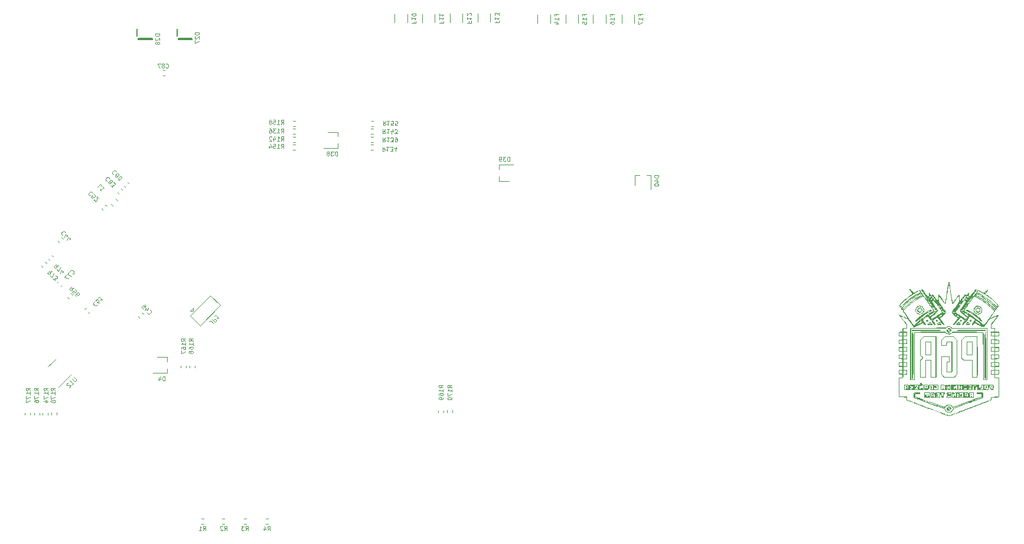
<source format=gbr>
%TF.GenerationSoftware,KiCad,Pcbnew,(6.0.8)*%
%TF.CreationDate,2024-01-16T01:15:22+01:00*%
%TF.ProjectId,pdms,70646d73-2e6b-4696-9361-645f70636258,rev?*%
%TF.SameCoordinates,Original*%
%TF.FileFunction,Legend,Bot*%
%TF.FilePolarity,Positive*%
%FSLAX46Y46*%
G04 Gerber Fmt 4.6, Leading zero omitted, Abs format (unit mm)*
G04 Created by KiCad (PCBNEW (6.0.8)) date 2024-01-16 01:15:22*
%MOMM*%
%LPD*%
G01*
G04 APERTURE LIST*
%ADD10C,0.100000*%
%ADD11C,0.120000*%
%ADD12C,0.200000*%
G04 APERTURE END LIST*
D10*
%TO.C,R3*%
X59957600Y-172054528D02*
X60157600Y-171768814D01*
X60300457Y-172054528D02*
X60300457Y-171454528D01*
X60071885Y-171454528D01*
X60014742Y-171483100D01*
X59986171Y-171511671D01*
X59957600Y-171568814D01*
X59957600Y-171654528D01*
X59986171Y-171711671D01*
X60014742Y-171740242D01*
X60071885Y-171768814D01*
X60300457Y-171768814D01*
X59757600Y-171454528D02*
X59386171Y-171454528D01*
X59586171Y-171683100D01*
X59500457Y-171683100D01*
X59443314Y-171711671D01*
X59414742Y-171740242D01*
X59386171Y-171797385D01*
X59386171Y-171940242D01*
X59414742Y-171997385D01*
X59443314Y-172025957D01*
X59500457Y-172054528D01*
X59671885Y-172054528D01*
X59729028Y-172025957D01*
X59757600Y-171997385D01*
%TO.C,R143*%
X79998971Y-114511171D02*
X79798971Y-114796885D01*
X79656114Y-114511171D02*
X79656114Y-115111171D01*
X79884685Y-115111171D01*
X79941828Y-115082600D01*
X79970400Y-115054028D01*
X79998971Y-114996885D01*
X79998971Y-114911171D01*
X79970400Y-114854028D01*
X79941828Y-114825457D01*
X79884685Y-114796885D01*
X79656114Y-114796885D01*
X80570400Y-114511171D02*
X80227542Y-114511171D01*
X80398971Y-114511171D02*
X80398971Y-115111171D01*
X80341828Y-115025457D01*
X80284685Y-114968314D01*
X80227542Y-114939742D01*
X81084685Y-114911171D02*
X81084685Y-114511171D01*
X80941828Y-115139742D02*
X80798971Y-114711171D01*
X81170400Y-114711171D01*
X81341828Y-115111171D02*
X81713257Y-115111171D01*
X81513257Y-114882600D01*
X81598971Y-114882600D01*
X81656114Y-114854028D01*
X81684685Y-114825457D01*
X81713257Y-114768314D01*
X81713257Y-114625457D01*
X81684685Y-114568314D01*
X81656114Y-114539742D01*
X81598971Y-114511171D01*
X81427542Y-114511171D01*
X81370400Y-114539742D01*
X81341828Y-114568314D01*
%TO.C,D38*%
X73103571Y-118271428D02*
X73103571Y-117671428D01*
X72960714Y-117671428D01*
X72875000Y-117700000D01*
X72817857Y-117757142D01*
X72789285Y-117814285D01*
X72760714Y-117928571D01*
X72760714Y-118014285D01*
X72789285Y-118128571D01*
X72817857Y-118185714D01*
X72875000Y-118242857D01*
X72960714Y-118271428D01*
X73103571Y-118271428D01*
X72560714Y-117671428D02*
X72189285Y-117671428D01*
X72389285Y-117900000D01*
X72303571Y-117900000D01*
X72246428Y-117928571D01*
X72217857Y-117957142D01*
X72189285Y-118014285D01*
X72189285Y-118157142D01*
X72217857Y-118214285D01*
X72246428Y-118242857D01*
X72303571Y-118271428D01*
X72475000Y-118271428D01*
X72532142Y-118242857D01*
X72560714Y-118214285D01*
X71846428Y-117928571D02*
X71903571Y-117900000D01*
X71932142Y-117871428D01*
X71960714Y-117814285D01*
X71960714Y-117785714D01*
X71932142Y-117728571D01*
X71903571Y-117700000D01*
X71846428Y-117671428D01*
X71732142Y-117671428D01*
X71675000Y-117700000D01*
X71646428Y-117728571D01*
X71617857Y-117785714D01*
X71617857Y-117814285D01*
X71646428Y-117871428D01*
X71675000Y-117900000D01*
X71732142Y-117928571D01*
X71846428Y-117928571D01*
X71903571Y-117957142D01*
X71932142Y-117985714D01*
X71960714Y-118042857D01*
X71960714Y-118157142D01*
X71932142Y-118214285D01*
X71903571Y-118242857D01*
X71846428Y-118271428D01*
X71732142Y-118271428D01*
X71675000Y-118242857D01*
X71646428Y-118214285D01*
X71617857Y-118157142D01*
X71617857Y-118042857D01*
X71646428Y-117985714D01*
X71675000Y-117957142D01*
X71732142Y-117928571D01*
%TO.C,C87*%
X48537878Y-105624285D02*
X48566449Y-105652857D01*
X48652164Y-105681428D01*
X48709306Y-105681428D01*
X48795021Y-105652857D01*
X48852164Y-105595714D01*
X48880735Y-105538571D01*
X48909306Y-105424285D01*
X48909306Y-105338571D01*
X48880735Y-105224285D01*
X48852164Y-105167142D01*
X48795021Y-105110000D01*
X48709306Y-105081428D01*
X48652164Y-105081428D01*
X48566449Y-105110000D01*
X48537878Y-105138571D01*
X48195021Y-105338571D02*
X48252164Y-105310000D01*
X48280735Y-105281428D01*
X48309306Y-105224285D01*
X48309306Y-105195714D01*
X48280735Y-105138571D01*
X48252164Y-105110000D01*
X48195021Y-105081428D01*
X48080735Y-105081428D01*
X48023592Y-105110000D01*
X47995021Y-105138571D01*
X47966449Y-105195714D01*
X47966449Y-105224285D01*
X47995021Y-105281428D01*
X48023592Y-105310000D01*
X48080735Y-105338571D01*
X48195021Y-105338571D01*
X48252164Y-105367142D01*
X48280735Y-105395714D01*
X48309306Y-105452857D01*
X48309306Y-105567142D01*
X48280735Y-105624285D01*
X48252164Y-105652857D01*
X48195021Y-105681428D01*
X48080735Y-105681428D01*
X48023592Y-105652857D01*
X47995021Y-105624285D01*
X47966449Y-105567142D01*
X47966449Y-105452857D01*
X47995021Y-105395714D01*
X48023592Y-105367142D01*
X48080735Y-105338571D01*
X47766449Y-105081428D02*
X47366449Y-105081428D01*
X47623592Y-105681428D01*
%TO.C,C44*%
X34111915Y-129323786D02*
X34111915Y-129283380D01*
X34071509Y-129202568D01*
X34031103Y-129162162D01*
X33950291Y-129121756D01*
X33869479Y-129121756D01*
X33808869Y-129141959D01*
X33707854Y-129202568D01*
X33647245Y-129263177D01*
X33586636Y-129364193D01*
X33566433Y-129424802D01*
X33566433Y-129505614D01*
X33606839Y-129586426D01*
X33647245Y-129626832D01*
X33728057Y-129667238D01*
X33768463Y-129667238D01*
X34233133Y-129929878D02*
X34515976Y-129647035D01*
X33970494Y-129990487D02*
X34172524Y-129586426D01*
X34435164Y-129849066D01*
X34637195Y-130333939D02*
X34920037Y-130051096D01*
X34374555Y-130394548D02*
X34576585Y-129990487D01*
X34839225Y-130253127D01*
%TO.C,C52*%
X38028781Y-123675735D02*
X38028781Y-123635329D01*
X37988375Y-123554517D01*
X37947969Y-123514111D01*
X37867157Y-123473705D01*
X37786345Y-123473705D01*
X37725735Y-123493908D01*
X37624720Y-123554517D01*
X37564111Y-123615126D01*
X37503502Y-123716142D01*
X37483299Y-123776751D01*
X37483299Y-123857563D01*
X37523705Y-123938375D01*
X37564111Y-123978781D01*
X37644923Y-124019187D01*
X37685329Y-124019187D01*
X38028781Y-124443451D02*
X37826751Y-124241421D01*
X38008578Y-124019187D01*
X38008578Y-124059593D01*
X38028781Y-124120203D01*
X38129796Y-124221218D01*
X38190406Y-124241421D01*
X38230812Y-124241421D01*
X38291421Y-124221218D01*
X38392436Y-124120203D01*
X38412639Y-124059593D01*
X38412639Y-124019187D01*
X38392436Y-123958578D01*
X38291421Y-123857563D01*
X38230812Y-123837360D01*
X38190406Y-123837360D01*
X38251015Y-124584873D02*
X38251015Y-124625279D01*
X38271218Y-124685888D01*
X38372233Y-124786903D01*
X38432842Y-124807106D01*
X38473248Y-124807106D01*
X38533857Y-124786903D01*
X38574264Y-124746497D01*
X38614670Y-124665685D01*
X38614670Y-124180812D01*
X38877309Y-124443451D01*
%TO.C,F12*%
X92019202Y-99021487D02*
X92019202Y-99221487D01*
X91704916Y-99221487D02*
X92304916Y-99221487D01*
X92304916Y-98935773D01*
X91704916Y-98392915D02*
X91704916Y-98735773D01*
X91704916Y-98564344D02*
X92304916Y-98564344D01*
X92219202Y-98621487D01*
X92162059Y-98678630D01*
X92133487Y-98735773D01*
X92247773Y-98164344D02*
X92276345Y-98135773D01*
X92304916Y-98078630D01*
X92304916Y-97935773D01*
X92276345Y-97878630D01*
X92247773Y-97850058D01*
X92190630Y-97821487D01*
X92133487Y-97821487D01*
X92047773Y-97850058D01*
X91704916Y-98192915D01*
X91704916Y-97821487D01*
%TO.C,R170*%
X89521428Y-151578571D02*
X89235714Y-151378571D01*
X89521428Y-151235714D02*
X88921428Y-151235714D01*
X88921428Y-151464285D01*
X88950000Y-151521428D01*
X88978571Y-151550000D01*
X89035714Y-151578571D01*
X89121428Y-151578571D01*
X89178571Y-151550000D01*
X89207142Y-151521428D01*
X89235714Y-151464285D01*
X89235714Y-151235714D01*
X89521428Y-152150000D02*
X89521428Y-151807142D01*
X89521428Y-151978571D02*
X88921428Y-151978571D01*
X89007142Y-151921428D01*
X89064285Y-151864285D01*
X89092857Y-151807142D01*
X88921428Y-152350000D02*
X88921428Y-152750000D01*
X89521428Y-152492857D01*
X88921428Y-153092857D02*
X88921428Y-153150000D01*
X88950000Y-153207142D01*
X88978571Y-153235714D01*
X89035714Y-153264285D01*
X89150000Y-153292857D01*
X89292857Y-153292857D01*
X89407142Y-153264285D01*
X89464285Y-153235714D01*
X89492857Y-153207142D01*
X89521428Y-153150000D01*
X89521428Y-153092857D01*
X89492857Y-153035714D01*
X89464285Y-153007142D01*
X89407142Y-152978571D01*
X89292857Y-152950000D01*
X89150000Y-152950000D01*
X89035714Y-152978571D01*
X88978571Y-153007142D01*
X88950000Y-153035714D01*
X88921428Y-153092857D01*
%TO.C,R73*%
X32219187Y-134935329D02*
X31875735Y-134995938D01*
X31976751Y-134692893D02*
X31552487Y-135117157D01*
X31714111Y-135278781D01*
X31774720Y-135298984D01*
X31815126Y-135298984D01*
X31875735Y-135278781D01*
X31936345Y-135218172D01*
X31956548Y-135157563D01*
X31956548Y-135117157D01*
X31936345Y-135056548D01*
X31774720Y-134894923D01*
X31936345Y-135501015D02*
X32219187Y-135783857D01*
X32461624Y-135177766D01*
X32340406Y-135905076D02*
X32603045Y-136167715D01*
X32623248Y-135864670D01*
X32683857Y-135925279D01*
X32744467Y-135945482D01*
X32784873Y-135945482D01*
X32845482Y-135925279D01*
X32946497Y-135824264D01*
X32966700Y-135763654D01*
X32966700Y-135723248D01*
X32946497Y-135662639D01*
X32825279Y-135541421D01*
X32764670Y-135521218D01*
X32724264Y-135521218D01*
%TO.C,R168*%
X52420228Y-144916571D02*
X52134514Y-144716571D01*
X52420228Y-144573714D02*
X51820228Y-144573714D01*
X51820228Y-144802285D01*
X51848800Y-144859428D01*
X51877371Y-144888000D01*
X51934514Y-144916571D01*
X52020228Y-144916571D01*
X52077371Y-144888000D01*
X52105942Y-144859428D01*
X52134514Y-144802285D01*
X52134514Y-144573714D01*
X52420228Y-145488000D02*
X52420228Y-145145142D01*
X52420228Y-145316571D02*
X51820228Y-145316571D01*
X51905942Y-145259428D01*
X51963085Y-145202285D01*
X51991657Y-145145142D01*
X51820228Y-146002285D02*
X51820228Y-145888000D01*
X51848800Y-145830857D01*
X51877371Y-145802285D01*
X51963085Y-145745142D01*
X52077371Y-145716571D01*
X52305942Y-145716571D01*
X52363085Y-145745142D01*
X52391657Y-145773714D01*
X52420228Y-145830857D01*
X52420228Y-145945142D01*
X52391657Y-146002285D01*
X52363085Y-146030857D01*
X52305942Y-146059428D01*
X52163085Y-146059428D01*
X52105942Y-146030857D01*
X52077371Y-146002285D01*
X52048800Y-145945142D01*
X52048800Y-145830857D01*
X52077371Y-145773714D01*
X52105942Y-145745142D01*
X52163085Y-145716571D01*
X52077371Y-146402285D02*
X52048800Y-146345142D01*
X52020228Y-146316571D01*
X51963085Y-146288000D01*
X51934514Y-146288000D01*
X51877371Y-146316571D01*
X51848800Y-146345142D01*
X51820228Y-146402285D01*
X51820228Y-146516571D01*
X51848800Y-146573714D01*
X51877371Y-146602285D01*
X51934514Y-146630857D01*
X51963085Y-146630857D01*
X52020228Y-146602285D01*
X52048800Y-146573714D01*
X52077371Y-146516571D01*
X52077371Y-146402285D01*
X52105942Y-146345142D01*
X52134514Y-146316571D01*
X52191657Y-146288000D01*
X52305942Y-146288000D01*
X52363085Y-146316571D01*
X52391657Y-146345142D01*
X52420228Y-146402285D01*
X52420228Y-146516571D01*
X52391657Y-146573714D01*
X52363085Y-146602285D01*
X52305942Y-146630857D01*
X52191657Y-146630857D01*
X52134514Y-146602285D01*
X52105942Y-146573714D01*
X52077371Y-146516571D01*
%TO.C,F11*%
X88056802Y-99063087D02*
X88056802Y-99263087D01*
X87742516Y-99263087D02*
X88342516Y-99263087D01*
X88342516Y-98977373D01*
X87742516Y-98434515D02*
X87742516Y-98777373D01*
X87742516Y-98605944D02*
X88342516Y-98605944D01*
X88256802Y-98663087D01*
X88199659Y-98720230D01*
X88171087Y-98777373D01*
X87742516Y-97863087D02*
X87742516Y-98205944D01*
X87742516Y-98034515D02*
X88342516Y-98034515D01*
X88256802Y-98091658D01*
X88199659Y-98148801D01*
X88171087Y-98205944D01*
%TO.C,R154*%
X65058428Y-117243508D02*
X65258428Y-116957794D01*
X65401285Y-117243508D02*
X65401285Y-116643508D01*
X65172714Y-116643508D01*
X65115571Y-116672080D01*
X65087000Y-116700651D01*
X65058428Y-116757794D01*
X65058428Y-116843508D01*
X65087000Y-116900651D01*
X65115571Y-116929222D01*
X65172714Y-116957794D01*
X65401285Y-116957794D01*
X64487000Y-117243508D02*
X64829857Y-117243508D01*
X64658428Y-117243508D02*
X64658428Y-116643508D01*
X64715571Y-116729222D01*
X64772714Y-116786365D01*
X64829857Y-116814937D01*
X63944142Y-116643508D02*
X64229857Y-116643508D01*
X64258428Y-116929222D01*
X64229857Y-116900651D01*
X64172714Y-116872080D01*
X64029857Y-116872080D01*
X63972714Y-116900651D01*
X63944142Y-116929222D01*
X63915571Y-116986365D01*
X63915571Y-117129222D01*
X63944142Y-117186365D01*
X63972714Y-117214937D01*
X64029857Y-117243508D01*
X64172714Y-117243508D01*
X64229857Y-117214937D01*
X64258428Y-117186365D01*
X63401285Y-116843508D02*
X63401285Y-117243508D01*
X63544142Y-116614937D02*
X63687000Y-117043508D01*
X63315571Y-117043508D01*
%TO.C,R174*%
X31640428Y-151982571D02*
X31354714Y-151782571D01*
X31640428Y-151639714D02*
X31040428Y-151639714D01*
X31040428Y-151868285D01*
X31069000Y-151925428D01*
X31097571Y-151954000D01*
X31154714Y-151982571D01*
X31240428Y-151982571D01*
X31297571Y-151954000D01*
X31326142Y-151925428D01*
X31354714Y-151868285D01*
X31354714Y-151639714D01*
X31640428Y-152554000D02*
X31640428Y-152211142D01*
X31640428Y-152382571D02*
X31040428Y-152382571D01*
X31126142Y-152325428D01*
X31183285Y-152268285D01*
X31211857Y-152211142D01*
X31040428Y-152754000D02*
X31040428Y-153154000D01*
X31640428Y-152896857D01*
X31240428Y-153639714D02*
X31640428Y-153639714D01*
X31011857Y-153496857D02*
X31440428Y-153354000D01*
X31440428Y-153725428D01*
%TO.C,D39*%
X97806571Y-119073028D02*
X97806571Y-118473028D01*
X97663714Y-118473028D01*
X97578000Y-118501600D01*
X97520857Y-118558742D01*
X97492285Y-118615885D01*
X97463714Y-118730171D01*
X97463714Y-118815885D01*
X97492285Y-118930171D01*
X97520857Y-118987314D01*
X97578000Y-119044457D01*
X97663714Y-119073028D01*
X97806571Y-119073028D01*
X97263714Y-118473028D02*
X96892285Y-118473028D01*
X97092285Y-118701600D01*
X97006571Y-118701600D01*
X96949428Y-118730171D01*
X96920857Y-118758742D01*
X96892285Y-118815885D01*
X96892285Y-118958742D01*
X96920857Y-119015885D01*
X96949428Y-119044457D01*
X97006571Y-119073028D01*
X97178000Y-119073028D01*
X97235142Y-119044457D01*
X97263714Y-119015885D01*
X96606571Y-119073028D02*
X96492285Y-119073028D01*
X96435142Y-119044457D01*
X96406571Y-119015885D01*
X96349428Y-118930171D01*
X96320857Y-118815885D01*
X96320857Y-118587314D01*
X96349428Y-118530171D01*
X96378000Y-118501600D01*
X96435142Y-118473028D01*
X96549428Y-118473028D01*
X96606571Y-118501600D01*
X96635142Y-118530171D01*
X96663714Y-118587314D01*
X96663714Y-118730171D01*
X96635142Y-118787314D01*
X96606571Y-118815885D01*
X96549428Y-118844457D01*
X96435142Y-118844457D01*
X96378000Y-118815885D01*
X96349428Y-118787314D01*
X96320857Y-118730171D01*
%TO.C,F14*%
X104520142Y-98193285D02*
X104520142Y-97993285D01*
X104834428Y-97993285D02*
X104234428Y-97993285D01*
X104234428Y-98279000D01*
X104834428Y-98821857D02*
X104834428Y-98479000D01*
X104834428Y-98650428D02*
X104234428Y-98650428D01*
X104320142Y-98593285D01*
X104377285Y-98536142D01*
X104405857Y-98479000D01*
X104434428Y-99336142D02*
X104834428Y-99336142D01*
X104205857Y-99193285D02*
X104634428Y-99050428D01*
X104634428Y-99421857D01*
%TO.C,C77*%
X35185905Y-135260292D02*
X35226311Y-135260292D01*
X35307123Y-135219886D01*
X35347529Y-135179480D01*
X35387935Y-135098668D01*
X35387935Y-135017856D01*
X35367732Y-134957246D01*
X35307123Y-134856231D01*
X35246514Y-134795622D01*
X35145498Y-134735013D01*
X35084889Y-134714810D01*
X35004077Y-134714810D01*
X34923265Y-134755216D01*
X34882859Y-134795622D01*
X34842453Y-134876434D01*
X34842453Y-134916840D01*
X34660625Y-135017856D02*
X34377783Y-135300698D01*
X34983874Y-135543135D01*
X34256564Y-135421917D02*
X33973722Y-135704759D01*
X34579813Y-135947196D01*
%TO.C,F15*%
X108537142Y-98193285D02*
X108537142Y-97993285D01*
X108851428Y-97993285D02*
X108251428Y-97993285D01*
X108251428Y-98279000D01*
X108851428Y-98821857D02*
X108851428Y-98479000D01*
X108851428Y-98650428D02*
X108251428Y-98650428D01*
X108337142Y-98593285D01*
X108394285Y-98536142D01*
X108422857Y-98479000D01*
X108251428Y-99364714D02*
X108251428Y-99079000D01*
X108537142Y-99050428D01*
X108508571Y-99079000D01*
X108480000Y-99136142D01*
X108480000Y-99279000D01*
X108508571Y-99336142D01*
X108537142Y-99364714D01*
X108594285Y-99393285D01*
X108737142Y-99393285D01*
X108794285Y-99364714D01*
X108822857Y-99336142D01*
X108851428Y-99279000D01*
X108851428Y-99136142D01*
X108822857Y-99079000D01*
X108794285Y-99050428D01*
%TO.C,D40*%
X119163028Y-121139828D02*
X118563028Y-121139828D01*
X118563028Y-121282685D01*
X118591600Y-121368400D01*
X118648742Y-121425542D01*
X118705885Y-121454114D01*
X118820171Y-121482685D01*
X118905885Y-121482685D01*
X119020171Y-121454114D01*
X119077314Y-121425542D01*
X119134457Y-121368400D01*
X119163028Y-121282685D01*
X119163028Y-121139828D01*
X118763028Y-121996971D02*
X119163028Y-121996971D01*
X118534457Y-121854114D02*
X118963028Y-121711257D01*
X118963028Y-122082685D01*
X118563028Y-122425542D02*
X118563028Y-122482685D01*
X118591600Y-122539828D01*
X118620171Y-122568400D01*
X118677314Y-122596971D01*
X118791600Y-122625542D01*
X118934457Y-122625542D01*
X119048742Y-122596971D01*
X119105885Y-122568400D01*
X119134457Y-122539828D01*
X119163028Y-122482685D01*
X119163028Y-122425542D01*
X119134457Y-122368400D01*
X119105885Y-122339828D01*
X119048742Y-122311257D01*
X118934457Y-122282685D01*
X118791600Y-122282685D01*
X118677314Y-122311257D01*
X118620171Y-122339828D01*
X118591600Y-122368400D01*
X118563028Y-122425542D01*
%TO.C,F13*%
X95995257Y-99009314D02*
X95995257Y-99209314D01*
X95680971Y-99209314D02*
X96280971Y-99209314D01*
X96280971Y-98923600D01*
X95680971Y-98380742D02*
X95680971Y-98723600D01*
X95680971Y-98552171D02*
X96280971Y-98552171D01*
X96195257Y-98609314D01*
X96138114Y-98666457D01*
X96109542Y-98723600D01*
X96280971Y-98180742D02*
X96280971Y-97809314D01*
X96052400Y-98009314D01*
X96052400Y-97923600D01*
X96023828Y-97866457D01*
X95995257Y-97837885D01*
X95938114Y-97809314D01*
X95795257Y-97809314D01*
X95738114Y-97837885D01*
X95709542Y-97866457D01*
X95680971Y-97923600D01*
X95680971Y-98095028D01*
X95709542Y-98152171D01*
X95738114Y-98180742D01*
%TO.C,F17*%
X116585142Y-98190285D02*
X116585142Y-97990285D01*
X116899428Y-97990285D02*
X116299428Y-97990285D01*
X116299428Y-98276000D01*
X116899428Y-98818857D02*
X116899428Y-98476000D01*
X116899428Y-98647428D02*
X116299428Y-98647428D01*
X116385142Y-98590285D01*
X116442285Y-98533142D01*
X116470857Y-98476000D01*
X116299428Y-99018857D02*
X116299428Y-99418857D01*
X116899428Y-99161714D01*
%TO.C,D4*%
X48398857Y-150557428D02*
X48398857Y-149957428D01*
X48256000Y-149957428D01*
X48170285Y-149986000D01*
X48113142Y-150043142D01*
X48084571Y-150100285D01*
X48056000Y-150214571D01*
X48056000Y-150300285D01*
X48084571Y-150414571D01*
X48113142Y-150471714D01*
X48170285Y-150528857D01*
X48256000Y-150557428D01*
X48398857Y-150557428D01*
X47541714Y-150157428D02*
X47541714Y-150557428D01*
X47684571Y-149928857D02*
X47827428Y-150357428D01*
X47456000Y-150357428D01*
%TO.C,R139*%
X79998971Y-115715131D02*
X79798971Y-116000845D01*
X79656114Y-115715131D02*
X79656114Y-116315131D01*
X79884685Y-116315131D01*
X79941828Y-116286560D01*
X79970400Y-116257988D01*
X79998971Y-116200845D01*
X79998971Y-116115131D01*
X79970400Y-116057988D01*
X79941828Y-116029417D01*
X79884685Y-116000845D01*
X79656114Y-116000845D01*
X80570400Y-115715131D02*
X80227542Y-115715131D01*
X80398971Y-115715131D02*
X80398971Y-116315131D01*
X80341828Y-116229417D01*
X80284685Y-116172274D01*
X80227542Y-116143702D01*
X80770400Y-116315131D02*
X81141828Y-116315131D01*
X80941828Y-116086560D01*
X81027542Y-116086560D01*
X81084685Y-116057988D01*
X81113257Y-116029417D01*
X81141828Y-115972274D01*
X81141828Y-115829417D01*
X81113257Y-115772274D01*
X81084685Y-115743702D01*
X81027542Y-115715131D01*
X80856114Y-115715131D01*
X80798971Y-115743702D01*
X80770400Y-115772274D01*
X81427542Y-115715131D02*
X81541828Y-115715131D01*
X81598971Y-115743702D01*
X81627542Y-115772274D01*
X81684685Y-115857988D01*
X81713257Y-115972274D01*
X81713257Y-116200845D01*
X81684685Y-116257988D01*
X81656114Y-116286560D01*
X81598971Y-116315131D01*
X81484685Y-116315131D01*
X81427542Y-116286560D01*
X81398971Y-116257988D01*
X81370400Y-116200845D01*
X81370400Y-116057988D01*
X81398971Y-116000845D01*
X81427542Y-115972274D01*
X81484685Y-115943702D01*
X81598971Y-115943702D01*
X81656114Y-115972274D01*
X81684685Y-116000845D01*
X81713257Y-116057988D01*
%TO.C,D28*%
X47639028Y-100815828D02*
X47039028Y-100815828D01*
X47039028Y-100958685D01*
X47067600Y-101044400D01*
X47124742Y-101101542D01*
X47181885Y-101130114D01*
X47296171Y-101158685D01*
X47381885Y-101158685D01*
X47496171Y-101130114D01*
X47553314Y-101101542D01*
X47610457Y-101044400D01*
X47639028Y-100958685D01*
X47639028Y-100815828D01*
X47096171Y-101387257D02*
X47067600Y-101415828D01*
X47039028Y-101472971D01*
X47039028Y-101615828D01*
X47067600Y-101672971D01*
X47096171Y-101701542D01*
X47153314Y-101730114D01*
X47210457Y-101730114D01*
X47296171Y-101701542D01*
X47639028Y-101358685D01*
X47639028Y-101730114D01*
X47296171Y-102072971D02*
X47267600Y-102015828D01*
X47239028Y-101987257D01*
X47181885Y-101958685D01*
X47153314Y-101958685D01*
X47096171Y-101987257D01*
X47067600Y-102015828D01*
X47039028Y-102072971D01*
X47039028Y-102187257D01*
X47067600Y-102244400D01*
X47096171Y-102272971D01*
X47153314Y-102301542D01*
X47181885Y-102301542D01*
X47239028Y-102272971D01*
X47267600Y-102244400D01*
X47296171Y-102187257D01*
X47296171Y-102072971D01*
X47324742Y-102015828D01*
X47353314Y-101987257D01*
X47410457Y-101958685D01*
X47524742Y-101958685D01*
X47581885Y-101987257D01*
X47610457Y-102015828D01*
X47639028Y-102072971D01*
X47639028Y-102187257D01*
X47610457Y-102244400D01*
X47581885Y-102272971D01*
X47524742Y-102301542D01*
X47410457Y-102301542D01*
X47353314Y-102272971D01*
X47324742Y-102244400D01*
X47296171Y-102187257D01*
%TO.C,R1*%
X53861600Y-172054528D02*
X54061600Y-171768814D01*
X54204457Y-172054528D02*
X54204457Y-171454528D01*
X53975885Y-171454528D01*
X53918742Y-171483100D01*
X53890171Y-171511671D01*
X53861600Y-171568814D01*
X53861600Y-171654528D01*
X53890171Y-171711671D01*
X53918742Y-171740242D01*
X53975885Y-171768814D01*
X54204457Y-171768814D01*
X53290171Y-172054528D02*
X53633028Y-172054528D01*
X53461600Y-172054528D02*
X53461600Y-171454528D01*
X53518742Y-171540242D01*
X53575885Y-171597385D01*
X53633028Y-171625957D01*
%TO.C,U12*%
X35311915Y-150043024D02*
X35655367Y-150386476D01*
X35675570Y-150447085D01*
X35675570Y-150487491D01*
X35655367Y-150548100D01*
X35574554Y-150628913D01*
X35513945Y-150649116D01*
X35473539Y-150649116D01*
X35412930Y-150628913D01*
X35069478Y-150285461D01*
X35069478Y-151133989D02*
X35311915Y-150891552D01*
X35190696Y-151012771D02*
X34766432Y-150588506D01*
X34867448Y-150608710D01*
X34948260Y-150608710D01*
X35008869Y-150588506D01*
X34523996Y-150911755D02*
X34483590Y-150911755D01*
X34422980Y-150931958D01*
X34321965Y-151032974D01*
X34301762Y-151093583D01*
X34301762Y-151133989D01*
X34321965Y-151194598D01*
X34362371Y-151235004D01*
X34443184Y-151275410D01*
X34928057Y-151275410D01*
X34665417Y-151538050D01*
%TO.C,R167*%
X51349428Y-144916571D02*
X51063714Y-144716571D01*
X51349428Y-144573714D02*
X50749428Y-144573714D01*
X50749428Y-144802285D01*
X50778000Y-144859428D01*
X50806571Y-144888000D01*
X50863714Y-144916571D01*
X50949428Y-144916571D01*
X51006571Y-144888000D01*
X51035142Y-144859428D01*
X51063714Y-144802285D01*
X51063714Y-144573714D01*
X51349428Y-145488000D02*
X51349428Y-145145142D01*
X51349428Y-145316571D02*
X50749428Y-145316571D01*
X50835142Y-145259428D01*
X50892285Y-145202285D01*
X50920857Y-145145142D01*
X50749428Y-146002285D02*
X50749428Y-145888000D01*
X50778000Y-145830857D01*
X50806571Y-145802285D01*
X50892285Y-145745142D01*
X51006571Y-145716571D01*
X51235142Y-145716571D01*
X51292285Y-145745142D01*
X51320857Y-145773714D01*
X51349428Y-145830857D01*
X51349428Y-145945142D01*
X51320857Y-146002285D01*
X51292285Y-146030857D01*
X51235142Y-146059428D01*
X51092285Y-146059428D01*
X51035142Y-146030857D01*
X51006571Y-146002285D01*
X50978000Y-145945142D01*
X50978000Y-145830857D01*
X51006571Y-145773714D01*
X51035142Y-145745142D01*
X51092285Y-145716571D01*
X50749428Y-146259428D02*
X50749428Y-146659428D01*
X51349428Y-146402285D01*
%TO.C,R177*%
X29100428Y-151982571D02*
X28814714Y-151782571D01*
X29100428Y-151639714D02*
X28500428Y-151639714D01*
X28500428Y-151868285D01*
X28529000Y-151925428D01*
X28557571Y-151954000D01*
X28614714Y-151982571D01*
X28700428Y-151982571D01*
X28757571Y-151954000D01*
X28786142Y-151925428D01*
X28814714Y-151868285D01*
X28814714Y-151639714D01*
X29100428Y-152554000D02*
X29100428Y-152211142D01*
X29100428Y-152382571D02*
X28500428Y-152382571D01*
X28586142Y-152325428D01*
X28643285Y-152268285D01*
X28671857Y-152211142D01*
X28500428Y-152754000D02*
X28500428Y-153154000D01*
X29100428Y-152896857D01*
X28500428Y-153325428D02*
X28500428Y-153725428D01*
X29100428Y-153468285D01*
%TO.C,R2*%
X56909600Y-172054528D02*
X57109600Y-171768814D01*
X57252457Y-172054528D02*
X57252457Y-171454528D01*
X57023885Y-171454528D01*
X56966742Y-171483100D01*
X56938171Y-171511671D01*
X56909600Y-171568814D01*
X56909600Y-171654528D01*
X56938171Y-171711671D01*
X56966742Y-171740242D01*
X57023885Y-171768814D01*
X57252457Y-171768814D01*
X56681028Y-171511671D02*
X56652457Y-171483100D01*
X56595314Y-171454528D01*
X56452457Y-171454528D01*
X56395314Y-171483100D01*
X56366742Y-171511671D01*
X56338171Y-171568814D01*
X56338171Y-171625957D01*
X56366742Y-171711671D01*
X56709600Y-172054528D01*
X56338171Y-172054528D01*
%TO.C,R155*%
X80018571Y-113332611D02*
X79818571Y-113618325D01*
X79675714Y-113332611D02*
X79675714Y-113932611D01*
X79904285Y-113932611D01*
X79961428Y-113904040D01*
X79990000Y-113875468D01*
X80018571Y-113818325D01*
X80018571Y-113732611D01*
X79990000Y-113675468D01*
X79961428Y-113646897D01*
X79904285Y-113618325D01*
X79675714Y-113618325D01*
X80590000Y-113332611D02*
X80247142Y-113332611D01*
X80418571Y-113332611D02*
X80418571Y-113932611D01*
X80361428Y-113846897D01*
X80304285Y-113789754D01*
X80247142Y-113761182D01*
X81132857Y-113932611D02*
X80847142Y-113932611D01*
X80818571Y-113646897D01*
X80847142Y-113675468D01*
X80904285Y-113704040D01*
X81047142Y-113704040D01*
X81104285Y-113675468D01*
X81132857Y-113646897D01*
X81161428Y-113589754D01*
X81161428Y-113446897D01*
X81132857Y-113389754D01*
X81104285Y-113361182D01*
X81047142Y-113332611D01*
X80904285Y-113332611D01*
X80847142Y-113361182D01*
X80818571Y-113389754D01*
X81704285Y-113932611D02*
X81418571Y-113932611D01*
X81390000Y-113646897D01*
X81418571Y-113675468D01*
X81475714Y-113704040D01*
X81618571Y-113704040D01*
X81675714Y-113675468D01*
X81704285Y-113646897D01*
X81732857Y-113589754D01*
X81732857Y-113446897D01*
X81704285Y-113389754D01*
X81675714Y-113361182D01*
X81618571Y-113332611D01*
X81475714Y-113332611D01*
X81418571Y-113361182D01*
X81390000Y-113389754D01*
%TO.C,R74*%
X33169188Y-134035329D02*
X32825736Y-134095938D01*
X32926752Y-133792893D02*
X32502488Y-134217157D01*
X32664112Y-134378781D01*
X32724721Y-134398984D01*
X32765127Y-134398984D01*
X32825736Y-134378781D01*
X32886346Y-134318172D01*
X32906549Y-134257563D01*
X32906549Y-134217157D01*
X32886346Y-134156548D01*
X32724721Y-133994923D01*
X32886346Y-134601015D02*
X33169188Y-134883857D01*
X33411625Y-134277766D01*
X33654062Y-135085888D02*
X33936904Y-134803045D01*
X33391422Y-135146497D02*
X33593452Y-134742436D01*
X33856092Y-135005076D01*
%TO.C,D27*%
X53307428Y-100604628D02*
X52707428Y-100604628D01*
X52707428Y-100747485D01*
X52736000Y-100833200D01*
X52793142Y-100890342D01*
X52850285Y-100918914D01*
X52964571Y-100947485D01*
X53050285Y-100947485D01*
X53164571Y-100918914D01*
X53221714Y-100890342D01*
X53278857Y-100833200D01*
X53307428Y-100747485D01*
X53307428Y-100604628D01*
X52764571Y-101176057D02*
X52736000Y-101204628D01*
X52707428Y-101261771D01*
X52707428Y-101404628D01*
X52736000Y-101461771D01*
X52764571Y-101490342D01*
X52821714Y-101518914D01*
X52878857Y-101518914D01*
X52964571Y-101490342D01*
X53307428Y-101147485D01*
X53307428Y-101518914D01*
X52707428Y-101718914D02*
X52707428Y-102118914D01*
X53307428Y-101861771D01*
%TO.C,R158*%
X65062428Y-113778948D02*
X65262428Y-113493234D01*
X65405285Y-113778948D02*
X65405285Y-113178948D01*
X65176714Y-113178948D01*
X65119571Y-113207520D01*
X65091000Y-113236091D01*
X65062428Y-113293234D01*
X65062428Y-113378948D01*
X65091000Y-113436091D01*
X65119571Y-113464662D01*
X65176714Y-113493234D01*
X65405285Y-113493234D01*
X64491000Y-113778948D02*
X64833857Y-113778948D01*
X64662428Y-113778948D02*
X64662428Y-113178948D01*
X64719571Y-113264662D01*
X64776714Y-113321805D01*
X64833857Y-113350377D01*
X63948142Y-113178948D02*
X64233857Y-113178948D01*
X64262428Y-113464662D01*
X64233857Y-113436091D01*
X64176714Y-113407520D01*
X64033857Y-113407520D01*
X63976714Y-113436091D01*
X63948142Y-113464662D01*
X63919571Y-113521805D01*
X63919571Y-113664662D01*
X63948142Y-113721805D01*
X63976714Y-113750377D01*
X64033857Y-113778948D01*
X64176714Y-113778948D01*
X64233857Y-113750377D01*
X64262428Y-113721805D01*
X63576714Y-113436091D02*
X63633857Y-113407520D01*
X63662428Y-113378948D01*
X63691000Y-113321805D01*
X63691000Y-113293234D01*
X63662428Y-113236091D01*
X63633857Y-113207520D01*
X63576714Y-113178948D01*
X63462428Y-113178948D01*
X63405285Y-113207520D01*
X63376714Y-113236091D01*
X63348142Y-113293234D01*
X63348142Y-113321805D01*
X63376714Y-113378948D01*
X63405285Y-113407520D01*
X63462428Y-113436091D01*
X63576714Y-113436091D01*
X63633857Y-113464662D01*
X63662428Y-113493234D01*
X63691000Y-113550377D01*
X63691000Y-113664662D01*
X63662428Y-113721805D01*
X63633857Y-113750377D01*
X63576714Y-113778948D01*
X63462428Y-113778948D01*
X63405285Y-113750377D01*
X63376714Y-113721805D01*
X63348142Y-113664662D01*
X63348142Y-113550377D01*
X63376714Y-113493234D01*
X63405285Y-113464662D01*
X63462428Y-113436091D01*
%TO.C,R4*%
X63107200Y-172105328D02*
X63307200Y-171819614D01*
X63450057Y-172105328D02*
X63450057Y-171505328D01*
X63221485Y-171505328D01*
X63164342Y-171533900D01*
X63135771Y-171562471D01*
X63107200Y-171619614D01*
X63107200Y-171705328D01*
X63135771Y-171762471D01*
X63164342Y-171791042D01*
X63221485Y-171819614D01*
X63450057Y-171819614D01*
X62592914Y-171705328D02*
X62592914Y-172105328D01*
X62735771Y-171476757D02*
X62878628Y-171905328D01*
X62507200Y-171905328D01*
%TO.C,R176*%
X30243428Y-151982571D02*
X29957714Y-151782571D01*
X30243428Y-151639714D02*
X29643428Y-151639714D01*
X29643428Y-151868285D01*
X29672000Y-151925428D01*
X29700571Y-151954000D01*
X29757714Y-151982571D01*
X29843428Y-151982571D01*
X29900571Y-151954000D01*
X29929142Y-151925428D01*
X29957714Y-151868285D01*
X29957714Y-151639714D01*
X30243428Y-152554000D02*
X30243428Y-152211142D01*
X30243428Y-152382571D02*
X29643428Y-152382571D01*
X29729142Y-152325428D01*
X29786285Y-152268285D01*
X29814857Y-152211142D01*
X29643428Y-152754000D02*
X29643428Y-153154000D01*
X30243428Y-152896857D01*
X29643428Y-153639714D02*
X29643428Y-153525428D01*
X29672000Y-153468285D01*
X29700571Y-153439714D01*
X29786285Y-153382571D01*
X29900571Y-153354000D01*
X30129142Y-153354000D01*
X30186285Y-153382571D01*
X30214857Y-153411142D01*
X30243428Y-153468285D01*
X30243428Y-153582571D01*
X30214857Y-153639714D01*
X30186285Y-153668285D01*
X30129142Y-153696857D01*
X29986285Y-153696857D01*
X29929142Y-153668285D01*
X29900571Y-153639714D01*
X29872000Y-153582571D01*
X29872000Y-153468285D01*
X29900571Y-153411142D01*
X29929142Y-153382571D01*
X29986285Y-153354000D01*
%TO.C,R134*%
X79948171Y-116995291D02*
X79748171Y-117281005D01*
X79605314Y-116995291D02*
X79605314Y-117595291D01*
X79833885Y-117595291D01*
X79891028Y-117566720D01*
X79919600Y-117538148D01*
X79948171Y-117481005D01*
X79948171Y-117395291D01*
X79919600Y-117338148D01*
X79891028Y-117309577D01*
X79833885Y-117281005D01*
X79605314Y-117281005D01*
X80519600Y-116995291D02*
X80176742Y-116995291D01*
X80348171Y-116995291D02*
X80348171Y-117595291D01*
X80291028Y-117509577D01*
X80233885Y-117452434D01*
X80176742Y-117423862D01*
X80719600Y-117595291D02*
X81091028Y-117595291D01*
X80891028Y-117366720D01*
X80976742Y-117366720D01*
X81033885Y-117338148D01*
X81062457Y-117309577D01*
X81091028Y-117252434D01*
X81091028Y-117109577D01*
X81062457Y-117052434D01*
X81033885Y-117023862D01*
X80976742Y-116995291D01*
X80805314Y-116995291D01*
X80748171Y-117023862D01*
X80719600Y-117052434D01*
X81605314Y-117395291D02*
X81605314Y-116995291D01*
X81462457Y-117623862D02*
X81319600Y-117195291D01*
X81691028Y-117195291D01*
%TO.C,C80*%
X41403428Y-120626702D02*
X41403428Y-120586296D01*
X41363022Y-120505484D01*
X41322616Y-120465078D01*
X41241804Y-120424672D01*
X41160992Y-120424672D01*
X41100382Y-120444875D01*
X40999367Y-120505484D01*
X40938758Y-120566093D01*
X40878149Y-120667109D01*
X40857946Y-120727718D01*
X40857946Y-120808530D01*
X40898352Y-120889342D01*
X40938758Y-120929748D01*
X41019570Y-120970154D01*
X41059976Y-120970154D01*
X41443834Y-121071170D02*
X41383225Y-121050967D01*
X41342819Y-121050967D01*
X41282210Y-121071170D01*
X41262007Y-121091373D01*
X41241804Y-121151982D01*
X41241804Y-121192388D01*
X41262007Y-121252997D01*
X41342819Y-121333809D01*
X41403428Y-121354012D01*
X41443834Y-121354012D01*
X41504443Y-121333809D01*
X41524647Y-121313606D01*
X41544850Y-121252997D01*
X41544850Y-121212591D01*
X41524647Y-121151982D01*
X41443834Y-121071170D01*
X41423631Y-121010560D01*
X41423631Y-120970154D01*
X41443834Y-120909545D01*
X41524647Y-120828733D01*
X41585256Y-120808530D01*
X41625662Y-120808530D01*
X41686271Y-120828733D01*
X41767083Y-120909545D01*
X41787286Y-120970154D01*
X41787286Y-121010560D01*
X41767083Y-121071170D01*
X41686271Y-121151982D01*
X41625662Y-121172185D01*
X41585256Y-121172185D01*
X41524647Y-121151982D01*
X41686271Y-121677261D02*
X41726677Y-121717667D01*
X41787286Y-121737870D01*
X41827692Y-121737870D01*
X41888301Y-121717667D01*
X41989317Y-121657058D01*
X42090332Y-121556043D01*
X42150941Y-121455028D01*
X42171144Y-121394418D01*
X42171144Y-121354012D01*
X42150941Y-121293403D01*
X42110535Y-121252997D01*
X42049926Y-121232794D01*
X42009520Y-121232794D01*
X41948911Y-121252997D01*
X41847895Y-121313606D01*
X41746880Y-121414621D01*
X41686271Y-121515637D01*
X41666068Y-121576246D01*
X41666068Y-121616652D01*
X41686271Y-121677261D01*
%TO.C,F10*%
X84108057Y-99060114D02*
X84108057Y-99260114D01*
X83793771Y-99260114D02*
X84393771Y-99260114D01*
X84393771Y-98974400D01*
X83793771Y-98431542D02*
X83793771Y-98774400D01*
X83793771Y-98602971D02*
X84393771Y-98602971D01*
X84308057Y-98660114D01*
X84250914Y-98717257D01*
X84222342Y-98774400D01*
X84393771Y-98060114D02*
X84393771Y-98002971D01*
X84365200Y-97945828D01*
X84336628Y-97917257D01*
X84279485Y-97888685D01*
X84165200Y-97860114D01*
X84022342Y-97860114D01*
X83908057Y-97888685D01*
X83850914Y-97917257D01*
X83822342Y-97945828D01*
X83793771Y-98002971D01*
X83793771Y-98060114D01*
X83822342Y-98117257D01*
X83850914Y-98145828D01*
X83908057Y-98174400D01*
X84022342Y-98202971D01*
X84165200Y-98202971D01*
X84279485Y-98174400D01*
X84336628Y-98145828D01*
X84365200Y-98117257D01*
X84393771Y-98060114D01*
%TO.C,R142*%
X65058428Y-116153068D02*
X65258428Y-115867354D01*
X65401285Y-116153068D02*
X65401285Y-115553068D01*
X65172714Y-115553068D01*
X65115571Y-115581640D01*
X65087000Y-115610211D01*
X65058428Y-115667354D01*
X65058428Y-115753068D01*
X65087000Y-115810211D01*
X65115571Y-115838782D01*
X65172714Y-115867354D01*
X65401285Y-115867354D01*
X64487000Y-116153068D02*
X64829857Y-116153068D01*
X64658428Y-116153068D02*
X64658428Y-115553068D01*
X64715571Y-115638782D01*
X64772714Y-115695925D01*
X64829857Y-115724497D01*
X63972714Y-115753068D02*
X63972714Y-116153068D01*
X64115571Y-115524497D02*
X64258428Y-115953068D01*
X63887000Y-115953068D01*
X63687000Y-115610211D02*
X63658428Y-115581640D01*
X63601285Y-115553068D01*
X63458428Y-115553068D01*
X63401285Y-115581640D01*
X63372714Y-115610211D01*
X63344142Y-115667354D01*
X63344142Y-115724497D01*
X63372714Y-115810211D01*
X63715571Y-116153068D01*
X63344142Y-116153068D01*
%TO.C,L1*%
X39337970Y-122611348D02*
X39135939Y-122409317D01*
X38711675Y-122833581D01*
X39701625Y-122975003D02*
X39459188Y-122732566D01*
X39580406Y-122853784D02*
X39156142Y-123278049D01*
X39176345Y-123177033D01*
X39176345Y-123096221D01*
X39156142Y-123035612D01*
%TO.C,JP1*%
X55350334Y-142350919D02*
X55047288Y-142047873D01*
X54966476Y-142007467D01*
X54885664Y-142007467D01*
X54804852Y-142047873D01*
X54764446Y-142088279D01*
X55128101Y-141724624D02*
X55552365Y-142148888D01*
X55713989Y-141987264D01*
X55734192Y-141926655D01*
X55734192Y-141886249D01*
X55713989Y-141825640D01*
X55653380Y-141765031D01*
X55592771Y-141744827D01*
X55552365Y-141744827D01*
X55491756Y-141765031D01*
X55330131Y-141926655D01*
X55774598Y-141078127D02*
X55532162Y-141320563D01*
X55653380Y-141199345D02*
X56077644Y-141623609D01*
X55976629Y-141603406D01*
X55895817Y-141603406D01*
X55835207Y-141623609D01*
%TO.C,F16*%
X112474142Y-98196285D02*
X112474142Y-97996285D01*
X112788428Y-97996285D02*
X112188428Y-97996285D01*
X112188428Y-98282000D01*
X112788428Y-98824857D02*
X112788428Y-98482000D01*
X112788428Y-98653428D02*
X112188428Y-98653428D01*
X112274142Y-98596285D01*
X112331285Y-98539142D01*
X112359857Y-98482000D01*
X112188428Y-99339142D02*
X112188428Y-99224857D01*
X112217000Y-99167714D01*
X112245571Y-99139142D01*
X112331285Y-99082000D01*
X112445571Y-99053428D01*
X112674142Y-99053428D01*
X112731285Y-99082000D01*
X112759857Y-99110571D01*
X112788428Y-99167714D01*
X112788428Y-99282000D01*
X112759857Y-99339142D01*
X112731285Y-99367714D01*
X112674142Y-99396285D01*
X112531285Y-99396285D01*
X112474142Y-99367714D01*
X112445571Y-99339142D01*
X112417000Y-99282000D01*
X112417000Y-99167714D01*
X112445571Y-99110571D01*
X112474142Y-99082000D01*
X112531285Y-99053428D01*
%TO.C,R178*%
X32656428Y-151982571D02*
X32370714Y-151782571D01*
X32656428Y-151639714D02*
X32056428Y-151639714D01*
X32056428Y-151868285D01*
X32085000Y-151925428D01*
X32113571Y-151954000D01*
X32170714Y-151982571D01*
X32256428Y-151982571D01*
X32313571Y-151954000D01*
X32342142Y-151925428D01*
X32370714Y-151868285D01*
X32370714Y-151639714D01*
X32656428Y-152554000D02*
X32656428Y-152211142D01*
X32656428Y-152382571D02*
X32056428Y-152382571D01*
X32142142Y-152325428D01*
X32199285Y-152268285D01*
X32227857Y-152211142D01*
X32056428Y-152754000D02*
X32056428Y-153154000D01*
X32656428Y-152896857D01*
X32313571Y-153468285D02*
X32285000Y-153411142D01*
X32256428Y-153382571D01*
X32199285Y-153354000D01*
X32170714Y-153354000D01*
X32113571Y-153382571D01*
X32085000Y-153411142D01*
X32056428Y-153468285D01*
X32056428Y-153582571D01*
X32085000Y-153639714D01*
X32113571Y-153668285D01*
X32170714Y-153696857D01*
X32199285Y-153696857D01*
X32256428Y-153668285D01*
X32285000Y-153639714D01*
X32313571Y-153582571D01*
X32313571Y-153468285D01*
X32342142Y-153411142D01*
X32370714Y-153382571D01*
X32427857Y-153354000D01*
X32542142Y-153354000D01*
X32599285Y-153382571D01*
X32627857Y-153411142D01*
X32656428Y-153468285D01*
X32656428Y-153582571D01*
X32627857Y-153639714D01*
X32599285Y-153668285D01*
X32542142Y-153696857D01*
X32427857Y-153696857D01*
X32370714Y-153668285D01*
X32342142Y-153639714D01*
X32313571Y-153582571D01*
%TO.C,R169*%
X88271428Y-151568571D02*
X87985714Y-151368571D01*
X88271428Y-151225714D02*
X87671428Y-151225714D01*
X87671428Y-151454285D01*
X87700000Y-151511428D01*
X87728571Y-151540000D01*
X87785714Y-151568571D01*
X87871428Y-151568571D01*
X87928571Y-151540000D01*
X87957142Y-151511428D01*
X87985714Y-151454285D01*
X87985714Y-151225714D01*
X88271428Y-152140000D02*
X88271428Y-151797142D01*
X88271428Y-151968571D02*
X87671428Y-151968571D01*
X87757142Y-151911428D01*
X87814285Y-151854285D01*
X87842857Y-151797142D01*
X87671428Y-152654285D02*
X87671428Y-152540000D01*
X87700000Y-152482857D01*
X87728571Y-152454285D01*
X87814285Y-152397142D01*
X87928571Y-152368571D01*
X88157142Y-152368571D01*
X88214285Y-152397142D01*
X88242857Y-152425714D01*
X88271428Y-152482857D01*
X88271428Y-152597142D01*
X88242857Y-152654285D01*
X88214285Y-152682857D01*
X88157142Y-152711428D01*
X88014285Y-152711428D01*
X87957142Y-152682857D01*
X87928571Y-152654285D01*
X87900000Y-152597142D01*
X87900000Y-152482857D01*
X87928571Y-152425714D01*
X87957142Y-152397142D01*
X88014285Y-152368571D01*
X88271428Y-152997142D02*
X88271428Y-153111428D01*
X88242857Y-153168571D01*
X88214285Y-153197142D01*
X88128571Y-153254285D01*
X88014285Y-153282857D01*
X87785714Y-153282857D01*
X87728571Y-153254285D01*
X87700000Y-153225714D01*
X87671428Y-153168571D01*
X87671428Y-153054285D01*
X87700000Y-152997142D01*
X87728571Y-152968571D01*
X87785714Y-152940000D01*
X87928571Y-152940000D01*
X87985714Y-152968571D01*
X88014285Y-152997142D01*
X88042857Y-153054285D01*
X88042857Y-153168571D01*
X88014285Y-153225714D01*
X87985714Y-153254285D01*
X87928571Y-153282857D01*
%TO.C,R56*%
X35369187Y-137285329D02*
X35025735Y-137345938D01*
X35126751Y-137042893D02*
X34702487Y-137467157D01*
X34864111Y-137628781D01*
X34924720Y-137648984D01*
X34965126Y-137648984D01*
X35025735Y-137628781D01*
X35086345Y-137568172D01*
X35106548Y-137507563D01*
X35106548Y-137467157D01*
X35086345Y-137406548D01*
X34924720Y-137244923D01*
X35328781Y-138093451D02*
X35126751Y-137891421D01*
X35308578Y-137669187D01*
X35308578Y-137709593D01*
X35328781Y-137770203D01*
X35429796Y-137871218D01*
X35490406Y-137891421D01*
X35530812Y-137891421D01*
X35591421Y-137871218D01*
X35692436Y-137770203D01*
X35712639Y-137709593D01*
X35712639Y-137669187D01*
X35692436Y-137608578D01*
X35591421Y-137507563D01*
X35530812Y-137487360D01*
X35490406Y-137487360D01*
X35712639Y-138477309D02*
X35631827Y-138396497D01*
X35611624Y-138335888D01*
X35611624Y-138295482D01*
X35631827Y-138194467D01*
X35692436Y-138093451D01*
X35854061Y-137931827D01*
X35914670Y-137911624D01*
X35955076Y-137911624D01*
X36015685Y-137931827D01*
X36096497Y-138012639D01*
X36116700Y-138073248D01*
X36116700Y-138113654D01*
X36096497Y-138174264D01*
X35995482Y-138275279D01*
X35934873Y-138295482D01*
X35894467Y-138295482D01*
X35833857Y-138275279D01*
X35753045Y-138194467D01*
X35732842Y-138133857D01*
X35732842Y-138093451D01*
X35753045Y-138032842D01*
%TO.C,C83*%
X40451521Y-121578610D02*
X40451521Y-121538204D01*
X40411115Y-121457392D01*
X40370709Y-121416986D01*
X40289897Y-121376580D01*
X40209085Y-121376580D01*
X40148475Y-121396783D01*
X40047460Y-121457392D01*
X39986851Y-121518001D01*
X39926242Y-121619017D01*
X39906039Y-121679626D01*
X39906039Y-121760438D01*
X39946445Y-121841250D01*
X39986851Y-121881656D01*
X40067663Y-121922062D01*
X40108069Y-121922062D01*
X40491927Y-122023078D02*
X40431318Y-122002875D01*
X40390912Y-122002875D01*
X40330303Y-122023078D01*
X40310100Y-122043281D01*
X40289897Y-122103890D01*
X40289897Y-122144296D01*
X40310100Y-122204905D01*
X40390912Y-122285717D01*
X40451521Y-122305920D01*
X40491927Y-122305920D01*
X40552536Y-122285717D01*
X40572740Y-122265514D01*
X40592943Y-122204905D01*
X40592943Y-122164499D01*
X40572740Y-122103890D01*
X40491927Y-122023078D01*
X40471724Y-121962468D01*
X40471724Y-121922062D01*
X40491927Y-121861453D01*
X40572740Y-121780641D01*
X40633349Y-121760438D01*
X40673755Y-121760438D01*
X40734364Y-121780641D01*
X40815176Y-121861453D01*
X40835379Y-121922062D01*
X40835379Y-121962468D01*
X40815176Y-122023078D01*
X40734364Y-122103890D01*
X40673755Y-122124093D01*
X40633349Y-122124093D01*
X40572740Y-122103890D01*
X40613146Y-122507951D02*
X40875785Y-122770590D01*
X40895988Y-122467545D01*
X40956597Y-122528154D01*
X41017207Y-122548357D01*
X41057613Y-122548357D01*
X41118222Y-122528154D01*
X41219237Y-122427139D01*
X41239440Y-122366529D01*
X41239440Y-122326123D01*
X41219237Y-122265514D01*
X41098019Y-122144296D01*
X41037410Y-122124093D01*
X40997004Y-122124093D01*
%TO.C,C51*%
X38334418Y-139292140D02*
X38294012Y-139292140D01*
X38213200Y-139332546D01*
X38172794Y-139372952D01*
X38132388Y-139453764D01*
X38132388Y-139534576D01*
X38152591Y-139595186D01*
X38213200Y-139696201D01*
X38273809Y-139756810D01*
X38374825Y-139817419D01*
X38435434Y-139837622D01*
X38516246Y-139837622D01*
X38597058Y-139797216D01*
X38637464Y-139756810D01*
X38677870Y-139675998D01*
X38677870Y-139635592D01*
X39102134Y-139292140D02*
X38900104Y-139494170D01*
X38677870Y-139312343D01*
X38718276Y-139312343D01*
X38778886Y-139292140D01*
X38879901Y-139191125D01*
X38900104Y-139130515D01*
X38900104Y-139090109D01*
X38879901Y-139029500D01*
X38778886Y-138928485D01*
X38718276Y-138908282D01*
X38677870Y-138908282D01*
X38617261Y-138928485D01*
X38516246Y-139029500D01*
X38496043Y-139090109D01*
X38496043Y-139130515D01*
X39102134Y-138443612D02*
X38859698Y-138686048D01*
X38980916Y-138564830D02*
X39405180Y-138989094D01*
X39304165Y-138968891D01*
X39223353Y-138968891D01*
X39162744Y-138989094D01*
%TO.C,C45*%
X45887909Y-140786325D02*
X45887909Y-140826731D01*
X45928315Y-140907543D01*
X45968721Y-140947949D01*
X46049533Y-140988355D01*
X46130345Y-140988355D01*
X46190955Y-140968152D01*
X46291970Y-140907543D01*
X46352579Y-140846934D01*
X46413188Y-140745918D01*
X46433391Y-140685309D01*
X46433391Y-140604497D01*
X46392985Y-140523685D01*
X46352579Y-140483279D01*
X46271767Y-140442873D01*
X46231361Y-140442873D01*
X45766691Y-140180233D02*
X45483848Y-140463076D01*
X46029330Y-140119624D02*
X45827300Y-140523685D01*
X45564660Y-140261045D01*
X45483848Y-139614548D02*
X45685878Y-139816578D01*
X45504051Y-140038812D01*
X45504051Y-139998406D01*
X45483848Y-139937796D01*
X45382833Y-139836781D01*
X45322223Y-139816578D01*
X45281817Y-139816578D01*
X45221208Y-139836781D01*
X45120193Y-139937796D01*
X45099990Y-139998406D01*
X45099990Y-140038812D01*
X45120193Y-140099421D01*
X45221208Y-140200436D01*
X45281817Y-140220639D01*
X45322223Y-140220639D01*
%TO.C,R136*%
X65060428Y-115028628D02*
X65260428Y-114742914D01*
X65403285Y-115028628D02*
X65403285Y-114428628D01*
X65174714Y-114428628D01*
X65117571Y-114457200D01*
X65089000Y-114485771D01*
X65060428Y-114542914D01*
X65060428Y-114628628D01*
X65089000Y-114685771D01*
X65117571Y-114714342D01*
X65174714Y-114742914D01*
X65403285Y-114742914D01*
X64489000Y-115028628D02*
X64831857Y-115028628D01*
X64660428Y-115028628D02*
X64660428Y-114428628D01*
X64717571Y-114514342D01*
X64774714Y-114571485D01*
X64831857Y-114600057D01*
X64289000Y-114428628D02*
X63917571Y-114428628D01*
X64117571Y-114657200D01*
X64031857Y-114657200D01*
X63974714Y-114685771D01*
X63946142Y-114714342D01*
X63917571Y-114771485D01*
X63917571Y-114914342D01*
X63946142Y-114971485D01*
X63974714Y-115000057D01*
X64031857Y-115028628D01*
X64203285Y-115028628D01*
X64260428Y-115000057D01*
X64289000Y-114971485D01*
X63403285Y-114428628D02*
X63517571Y-114428628D01*
X63574714Y-114457200D01*
X63603285Y-114485771D01*
X63660428Y-114571485D01*
X63689000Y-114685771D01*
X63689000Y-114914342D01*
X63660428Y-114971485D01*
X63631857Y-115000057D01*
X63574714Y-115028628D01*
X63460428Y-115028628D01*
X63403285Y-115000057D01*
X63374714Y-114971485D01*
X63346142Y-114914342D01*
X63346142Y-114771485D01*
X63374714Y-114714342D01*
X63403285Y-114685771D01*
X63460428Y-114657200D01*
X63574714Y-114657200D01*
X63631857Y-114685771D01*
X63660428Y-114714342D01*
X63689000Y-114771485D01*
D11*
%TO.C,R3*%
X60062041Y-170361700D02*
X59754759Y-170361700D01*
X60062041Y-171121700D02*
X59754759Y-171121700D01*
%TO.C,R143*%
X77976759Y-115188000D02*
X78284041Y-115188000D01*
X77976759Y-114428000D02*
X78284041Y-114428000D01*
%TO.C,D38*%
X73155000Y-117210000D02*
X71125000Y-117210000D01*
X73155000Y-117210000D02*
X73155000Y-116550000D01*
X73155000Y-115550000D02*
X73155000Y-114890000D01*
X71745000Y-114890000D02*
X73155000Y-114890000D01*
%TO.C,C87*%
X48367836Y-106066000D02*
X48152164Y-106066000D01*
X48367836Y-106786000D02*
X48152164Y-106786000D01*
%TO.C,C44*%
X33046156Y-130535315D02*
X33263437Y-130752596D01*
X33583557Y-129997914D02*
X33800838Y-130215195D01*
%TO.C,C52*%
X40066197Y-125520900D02*
X39848916Y-125303619D01*
X39528796Y-126058301D02*
X39311515Y-125841020D01*
%TO.C,F12*%
X89246345Y-99137837D02*
X89246345Y-97933709D01*
X91066345Y-99137837D02*
X91066345Y-97933709D01*
%TO.C,R170*%
X88870000Y-155143641D02*
X88870000Y-154836359D01*
X89630000Y-155143641D02*
X89630000Y-154836359D01*
%TO.C,R73*%
X31427341Y-133739940D02*
X31210060Y-133522659D01*
X30889940Y-134277341D02*
X30672659Y-134060060D01*
%TO.C,R168*%
X51948000Y-148741641D02*
X51948000Y-148434359D01*
X52708000Y-148741641D02*
X52708000Y-148434359D01*
%TO.C,F11*%
X87103945Y-99179437D02*
X87103945Y-97975309D01*
X85283945Y-99179437D02*
X85283945Y-97975309D01*
%TO.C,R154*%
X67080641Y-117474000D02*
X66773359Y-117474000D01*
X67080641Y-116714000D02*
X66773359Y-116714000D01*
%TO.C,R174*%
X31622000Y-155192759D02*
X31622000Y-155500041D01*
X30862000Y-155192759D02*
X30862000Y-155500041D01*
%TO.C,D39*%
X96298000Y-121251600D02*
X96298000Y-121911600D01*
X96298000Y-119591600D02*
X96298000Y-120251600D01*
X97708000Y-121911600D02*
X96298000Y-121911600D01*
X96298000Y-119591600D02*
X98328000Y-119591600D01*
%TO.C,F14*%
X103653000Y-99281064D02*
X103653000Y-98076936D01*
X101833000Y-99281064D02*
X101833000Y-98076936D01*
%TO.C,C77*%
X33503107Y-137041399D02*
X33655610Y-136888896D01*
X32993990Y-136532282D02*
X33146493Y-136379779D01*
%TO.C,F15*%
X105850000Y-99281064D02*
X105850000Y-98076936D01*
X107670000Y-99281064D02*
X107670000Y-98076936D01*
%TO.C,D40*%
X115781600Y-122498400D02*
X115781600Y-121088400D01*
X118101600Y-121088400D02*
X117441600Y-121088400D01*
X116441600Y-121088400D02*
X115781600Y-121088400D01*
X118101600Y-121088400D02*
X118101600Y-123118400D01*
%TO.C,F13*%
X95042400Y-99125664D02*
X95042400Y-97921536D01*
X93222400Y-99125664D02*
X93222400Y-97921536D01*
%TO.C,F17*%
X113898000Y-99278064D02*
X113898000Y-98073936D01*
X115718000Y-99278064D02*
X115718000Y-98073936D01*
%TO.C,D4*%
X48736000Y-147836000D02*
X48736000Y-147176000D01*
X47326000Y-147176000D02*
X48736000Y-147176000D01*
X48736000Y-149496000D02*
X48736000Y-148836000D01*
X48736000Y-149496000D02*
X46706000Y-149496000D01*
%TO.C,R139*%
X77976759Y-116356400D02*
X78284041Y-116356400D01*
X77976759Y-115596400D02*
X78284041Y-115596400D01*
D12*
%TO.C,D28*%
X44567600Y-101444400D02*
X44567600Y-101644400D01*
X44392600Y-100094400D02*
X44392600Y-101094400D01*
X46567600Y-101644400D02*
X46567600Y-101444400D01*
X46567600Y-101444400D02*
X44567600Y-101444400D01*
X44567600Y-101644400D02*
X46567600Y-101644400D01*
D11*
%TO.C,R1*%
X53966041Y-170361700D02*
X53658759Y-170361700D01*
X53966041Y-171121700D02*
X53658759Y-171121700D01*
%TO.C,U12*%
X34425002Y-150206670D02*
X33152209Y-151479462D01*
X32218828Y-148000496D02*
X31653143Y-148566182D01*
X32218828Y-148000496D02*
X32784514Y-147434811D01*
X34425002Y-150206670D02*
X34990687Y-149640984D01*
%TO.C,R167*%
X50698000Y-148434359D02*
X50698000Y-148741641D01*
X51458000Y-148434359D02*
X51458000Y-148741641D01*
%TO.C,R177*%
X29082000Y-155500041D02*
X29082000Y-155192759D01*
X28322000Y-155500041D02*
X28322000Y-155192759D01*
%TO.C,R2*%
X56937841Y-171121700D02*
X56630559Y-171121700D01*
X56937841Y-170361700D02*
X56630559Y-170361700D01*
%TO.C,R155*%
X77996359Y-113285000D02*
X78303641Y-113285000D01*
X77996359Y-114045000D02*
X78303641Y-114045000D01*
%TO.C,R74*%
X32427341Y-132789940D02*
X32210060Y-132572659D01*
X31889940Y-133327341D02*
X31672659Y-133110060D01*
D12*
%TO.C,D27*%
X50308000Y-101649200D02*
X52308000Y-101649200D01*
X50308000Y-101449200D02*
X50308000Y-101649200D01*
X52308000Y-101449200D02*
X50308000Y-101449200D01*
X50133000Y-100099200D02*
X50133000Y-101099200D01*
X52308000Y-101649200D02*
X52308000Y-101449200D01*
%TO.C,G\u002A\u002A\u002A*%
G36*
X156842139Y-137930855D02*
G01*
X156785551Y-137970093D01*
X156714345Y-138012416D01*
X156556023Y-138097445D01*
X156297463Y-138245274D01*
X156022791Y-138411346D01*
X155744624Y-138587605D01*
X155475581Y-138765996D01*
X155228281Y-138938465D01*
X155015343Y-139096956D01*
X154998141Y-139110410D01*
X154891895Y-139196503D01*
X154771551Y-139298114D01*
X154643064Y-139409779D01*
X154512388Y-139526035D01*
X154385478Y-139641417D01*
X154268290Y-139750464D01*
X154166778Y-139847710D01*
X154086896Y-139927692D01*
X154034600Y-139984946D01*
X154015845Y-140014009D01*
X154012346Y-140032367D01*
X153984711Y-140077498D01*
X153966611Y-140093062D01*
X153921383Y-140105485D01*
X153871452Y-140076271D01*
X153809362Y-140002220D01*
X153782700Y-139964682D01*
X153734284Y-139884151D01*
X153717692Y-139818994D01*
X153720439Y-139805238D01*
X153839452Y-139805238D01*
X153849536Y-139868951D01*
X153852166Y-139875989D01*
X153882971Y-139927566D01*
X153917085Y-139949862D01*
X153941902Y-139933998D01*
X153961009Y-139909499D01*
X154013998Y-139854398D01*
X154093896Y-139776320D01*
X154194183Y-139681262D01*
X154308341Y-139575221D01*
X154429852Y-139464195D01*
X154552197Y-139354180D01*
X154668858Y-139251175D01*
X154773316Y-139161176D01*
X154859053Y-139090180D01*
X154893373Y-139062917D01*
X155094793Y-138910451D01*
X155327732Y-138744364D01*
X155580289Y-138572457D01*
X155840563Y-138402531D01*
X156096652Y-138242388D01*
X156336655Y-138099828D01*
X156548670Y-137982653D01*
X156759430Y-137872000D01*
X156694084Y-137772191D01*
X156628737Y-137672382D01*
X156548185Y-137713579D01*
X156084546Y-137963157D01*
X156041891Y-137988908D01*
X155535095Y-138294865D01*
X155026285Y-138644237D01*
X154561500Y-139008919D01*
X154144127Y-139386553D01*
X154098476Y-139431636D01*
X153981780Y-139554370D01*
X153902056Y-139653708D01*
X153855786Y-139735410D01*
X153839452Y-139805238D01*
X153720439Y-139805238D01*
X153731047Y-139752128D01*
X153772472Y-139666470D01*
X153803540Y-139617086D01*
X153889019Y-139509411D01*
X154008246Y-139380634D01*
X154155361Y-139235925D01*
X154324503Y-139080456D01*
X154509814Y-138919395D01*
X154705432Y-138757914D01*
X154905499Y-138601183D01*
X155104154Y-138454372D01*
X155295537Y-138322651D01*
X155560328Y-138148133D01*
X155460830Y-138006268D01*
X155449606Y-137990222D01*
X155325767Y-137806321D01*
X155312563Y-137784803D01*
X155440819Y-137784803D01*
X155470627Y-137834195D01*
X155530580Y-137923271D01*
X155561446Y-137967277D01*
X155603146Y-138016744D01*
X155632754Y-138030802D01*
X155659019Y-138015748D01*
X155663183Y-138011343D01*
X155673402Y-137988908D01*
X155660718Y-137960327D01*
X155619098Y-137917045D01*
X155542513Y-137850509D01*
X155536996Y-137845859D01*
X155473530Y-137793522D01*
X155441629Y-137772207D01*
X155440819Y-137784803D01*
X155312563Y-137784803D01*
X155230423Y-137650941D01*
X155164610Y-137526276D01*
X155129363Y-137434516D01*
X155125718Y-137377853D01*
X155154711Y-137358478D01*
X155171558Y-137367489D01*
X155220280Y-137406222D01*
X155290350Y-137468479D01*
X155372859Y-137546578D01*
X155416711Y-137588892D01*
X155521311Y-137687615D01*
X155622976Y-137781025D01*
X155704784Y-137853477D01*
X155843427Y-137972274D01*
X156168502Y-137804090D01*
X156204992Y-137785126D01*
X156322802Y-137722707D01*
X156423468Y-137667617D01*
X156497283Y-137625243D01*
X156534538Y-137600972D01*
X156563297Y-137582026D01*
X156616171Y-137566037D01*
X156621149Y-137566568D01*
X156666621Y-137592414D01*
X156728676Y-137649584D01*
X156797074Y-137727640D01*
X156861572Y-137816146D01*
X156888264Y-137862511D01*
X156887050Y-137872000D01*
X156884218Y-137894145D01*
X156842139Y-137930855D01*
G37*
G36*
X154858466Y-151367759D02*
G01*
X154889582Y-151415556D01*
X154876396Y-151486213D01*
X154873304Y-151492769D01*
X154837889Y-151537838D01*
X154785476Y-151547431D01*
X154703350Y-151524349D01*
X154688781Y-151518366D01*
X154648037Y-151484931D01*
X154643286Y-151427056D01*
X154651937Y-151386992D01*
X154680694Y-151359158D01*
X154744521Y-151347922D01*
X154787237Y-151347216D01*
X154858466Y-151367759D01*
G37*
G36*
X165710483Y-153022658D02*
G01*
X165692680Y-153032503D01*
X165631567Y-153060253D01*
X165537267Y-153100361D01*
X165418948Y-153149163D01*
X165285780Y-153202995D01*
X165146931Y-153258190D01*
X165011568Y-153311085D01*
X164888862Y-153358015D01*
X164787981Y-153395315D01*
X164718092Y-153419321D01*
X164658975Y-153439462D01*
X164561350Y-153474868D01*
X164442350Y-153519396D01*
X164315947Y-153567884D01*
X164288709Y-153578397D01*
X164161719Y-153626336D01*
X164001581Y-153685573D01*
X163820747Y-153751556D01*
X163631668Y-153819736D01*
X163446795Y-153885561D01*
X163238599Y-153960198D01*
X162942699Y-154068928D01*
X162615755Y-154191556D01*
X162267061Y-154324559D01*
X161905914Y-154464413D01*
X161541608Y-154607597D01*
X161469194Y-154642218D01*
X161422820Y-154687487D01*
X161391180Y-154759441D01*
X161363953Y-154820622D01*
X161292916Y-154925081D01*
X161200705Y-155023702D01*
X161101124Y-155102506D01*
X161007980Y-155147511D01*
X160886892Y-155173306D01*
X160769860Y-155175330D01*
X160640538Y-155150154D01*
X160554639Y-155117064D01*
X160427646Y-155031223D01*
X160320275Y-154914728D01*
X160246239Y-154780440D01*
X160196930Y-154650715D01*
X159914917Y-154539336D01*
X159793255Y-154492524D01*
X159627382Y-154431045D01*
X159454062Y-154368758D01*
X159295620Y-154313795D01*
X159139820Y-154260705D01*
X158904712Y-154179517D01*
X158659137Y-154093646D01*
X158413035Y-154006631D01*
X158176348Y-153922012D01*
X157959015Y-153843328D01*
X157770978Y-153774121D01*
X157622178Y-153717929D01*
X157512736Y-153676281D01*
X157337704Y-153610963D01*
X157137915Y-153537472D01*
X156925587Y-153460226D01*
X156712935Y-153383642D01*
X156512177Y-153312135D01*
X156335531Y-153250124D01*
X156195212Y-153202024D01*
X156192030Y-153200952D01*
X156078944Y-153159688D01*
X155968533Y-153114342D01*
X155884271Y-153074539D01*
X155860618Y-153061624D01*
X155798623Y-153019356D01*
X155765651Y-152971177D01*
X155746498Y-152897556D01*
X155742482Y-152871139D01*
X155736119Y-152776963D01*
X155736251Y-152691762D01*
X155836475Y-152691762D01*
X155843228Y-152803783D01*
X155852360Y-152861710D01*
X155869377Y-152913629D01*
X155900333Y-152956083D01*
X155952331Y-152994114D01*
X156032470Y-153032764D01*
X156147851Y-153077076D01*
X156305575Y-153132090D01*
X156331708Y-153141045D01*
X156567988Y-153222833D01*
X156802355Y-153305321D01*
X157025343Y-153385097D01*
X157227485Y-153458749D01*
X157399316Y-153522863D01*
X157531371Y-153574027D01*
X157588881Y-153596639D01*
X157701781Y-153639559D01*
X157842518Y-153691496D01*
X158014642Y-153753721D01*
X158221706Y-153827504D01*
X158467263Y-153914115D01*
X158754864Y-154014827D01*
X159088062Y-154130909D01*
X159157351Y-154155067D01*
X159379976Y-154233578D01*
X159590645Y-154309174D01*
X159783165Y-154379550D01*
X159951343Y-154442401D01*
X160088987Y-154495420D01*
X160189903Y-154536302D01*
X160247900Y-154562741D01*
X160274094Y-154582752D01*
X160294497Y-154622093D01*
X160294624Y-154625440D01*
X160311713Y-154681625D01*
X160350761Y-154760418D01*
X160402008Y-154845494D01*
X160455694Y-154920530D01*
X160502056Y-154969202D01*
X160573412Y-155012752D01*
X160655110Y-155048708D01*
X160685228Y-155057971D01*
X160836203Y-155074736D01*
X160980102Y-155043981D01*
X161110122Y-154969347D01*
X161219460Y-154854473D01*
X161301312Y-154702998D01*
X161314343Y-154670437D01*
X161342771Y-154613589D01*
X161379145Y-154574676D01*
X161437072Y-154541814D01*
X161530161Y-154503116D01*
X161729289Y-154424496D01*
X162120736Y-154270995D01*
X162473370Y-154134220D01*
X162785390Y-154014857D01*
X163054997Y-153913593D01*
X163280390Y-153831112D01*
X163459768Y-153768102D01*
X163494536Y-153756206D01*
X163674030Y-153693490D01*
X163867530Y-153624134D01*
X164053942Y-153555769D01*
X164212168Y-153496022D01*
X164221353Y-153492481D01*
X164375355Y-153433847D01*
X164537058Y-153373427D01*
X164687795Y-153318136D01*
X164808899Y-153274893D01*
X164886085Y-153247265D01*
X165036052Y-153191186D01*
X165195500Y-153129278D01*
X165340769Y-153070627D01*
X165626162Y-152952360D01*
X165626162Y-152393514D01*
X165262934Y-152391938D01*
X164899706Y-152390361D01*
X165574272Y-152419459D01*
X165565151Y-152665935D01*
X165562348Y-152727536D01*
X165555377Y-152826572D01*
X165547035Y-152898610D01*
X165538569Y-152931210D01*
X165519197Y-152940621D01*
X165455822Y-152966741D01*
X165353936Y-153007035D01*
X165219091Y-153059406D01*
X165056839Y-153121758D01*
X164872732Y-153191997D01*
X164672323Y-153268027D01*
X164461164Y-153347753D01*
X164244807Y-153429078D01*
X164028804Y-153509908D01*
X163818707Y-153588147D01*
X163620069Y-153661699D01*
X163438442Y-153728469D01*
X163279378Y-153786362D01*
X163148429Y-153833282D01*
X163101090Y-153850123D01*
X162935019Y-153910026D01*
X162746842Y-153978845D01*
X162556280Y-154049342D01*
X162383057Y-154114276D01*
X162263531Y-154159283D01*
X162069836Y-154231434D01*
X161886917Y-154298652D01*
X161721062Y-154358689D01*
X161578562Y-154409298D01*
X161465705Y-154448230D01*
X161388780Y-154473238D01*
X161354077Y-154482074D01*
X161336726Y-154469763D01*
X161297740Y-154424126D01*
X161249511Y-154356375D01*
X161143780Y-154230239D01*
X161011049Y-154139603D01*
X160861370Y-154097142D01*
X160697320Y-154104035D01*
X160649714Y-154118297D01*
X160546130Y-154178031D01*
X160443811Y-154270098D01*
X160355957Y-154383683D01*
X160337528Y-154411020D01*
X160294865Y-154461894D01*
X160264180Y-154482074D01*
X160238669Y-154474675D01*
X160168551Y-154451281D01*
X160058873Y-154413559D01*
X159914422Y-154363219D01*
X159739988Y-154301973D01*
X159540359Y-154231532D01*
X159320322Y-154153605D01*
X159084667Y-154069904D01*
X158838180Y-153982139D01*
X158585652Y-153892022D01*
X158331869Y-153801262D01*
X158081621Y-153711571D01*
X157839696Y-153624660D01*
X157610881Y-153542238D01*
X157399965Y-153466017D01*
X157211737Y-153397707D01*
X157050984Y-153339020D01*
X156922496Y-153291665D01*
X156831059Y-153257354D01*
X156781464Y-153237798D01*
X156773962Y-153234623D01*
X156695275Y-153203419D01*
X156583239Y-153161276D01*
X156451688Y-153113321D01*
X156314457Y-153064682D01*
X156278734Y-153052133D01*
X156155924Y-153007677D01*
X156052234Y-152968168D01*
X155977673Y-152937508D01*
X155942250Y-152919598D01*
X155926886Y-152890470D01*
X155914151Y-152821964D01*
X155908151Y-152731316D01*
X155908710Y-152633267D01*
X155915651Y-152542555D01*
X155928797Y-152473922D01*
X155947971Y-152442107D01*
X155979256Y-152435834D01*
X156053881Y-152426728D01*
X156157781Y-152416969D01*
X156278768Y-152407820D01*
X156571412Y-152388173D01*
X156216537Y-152384357D01*
X155861663Y-152380542D01*
X155843834Y-152523238D01*
X155839480Y-152569500D01*
X155836475Y-152691762D01*
X155736251Y-152691762D01*
X155736294Y-152664346D01*
X155742103Y-152547347D01*
X155752640Y-152440023D01*
X155767001Y-152356433D01*
X155784281Y-152310635D01*
X155786409Y-152308346D01*
X155812362Y-152295364D01*
X155863062Y-152286725D01*
X155945280Y-152282004D01*
X156065782Y-152280779D01*
X156231338Y-152282624D01*
X156649247Y-152289735D01*
X156649247Y-152497293D01*
X156363853Y-152513451D01*
X156266925Y-152519023D01*
X156161635Y-152525291D01*
X156083973Y-152530167D01*
X156046029Y-152532910D01*
X156034467Y-152539821D01*
X156018761Y-152589715D01*
X156013598Y-152688924D01*
X156013598Y-152690905D01*
X156015431Y-152776475D01*
X156025490Y-152826199D01*
X156050683Y-152855820D01*
X156097919Y-152881082D01*
X156127681Y-152894044D01*
X156216968Y-152927734D01*
X156311964Y-152958560D01*
X156370555Y-152977302D01*
X156475221Y-153013838D01*
X156599386Y-153059413D01*
X156727081Y-153108267D01*
X156740587Y-153113503D01*
X156826054Y-153145716D01*
X156954162Y-153193065D01*
X157119865Y-153253722D01*
X157318117Y-153325857D01*
X157543875Y-153407642D01*
X157792092Y-153497249D01*
X158057725Y-153592850D01*
X158335727Y-153692615D01*
X158621055Y-153794717D01*
X160229635Y-154369491D01*
X160270898Y-154302545D01*
X160330350Y-154225227D01*
X160427990Y-154133572D01*
X160536194Y-154058270D01*
X160636796Y-154013665D01*
X160697740Y-154000685D01*
X160866674Y-153997745D01*
X161029739Y-154039383D01*
X161175448Y-154121626D01*
X161292318Y-154240499D01*
X161322951Y-154279748D01*
X161371151Y-154330309D01*
X161404114Y-154350764D01*
X161407727Y-154350409D01*
X161451069Y-154338442D01*
X161533383Y-154311513D01*
X161646852Y-154272312D01*
X161783658Y-154223527D01*
X161935983Y-154167847D01*
X162079787Y-154114786D01*
X162279249Y-154041473D01*
X162481141Y-153967537D01*
X162668438Y-153899208D01*
X162824119Y-153842720D01*
X162881735Y-153821797D01*
X163014546Y-153773175D01*
X163184430Y-153710638D01*
X163384114Y-153636877D01*
X163606326Y-153554583D01*
X163843793Y-153466449D01*
X164089244Y-153375166D01*
X164335406Y-153283424D01*
X165457520Y-152864750D01*
X165457520Y-152728547D01*
X165458497Y-152678464D01*
X165464080Y-152600213D01*
X165472964Y-152552099D01*
X165474773Y-152545873D01*
X165469526Y-152530845D01*
X165442456Y-152520324D01*
X165386046Y-152513188D01*
X165292779Y-152508313D01*
X165155140Y-152504573D01*
X164821872Y-152497293D01*
X164821872Y-152289735D01*
X165256851Y-152282619D01*
X165691830Y-152275504D01*
X165717372Y-152342684D01*
X165727086Y-152382358D01*
X165736699Y-152466718D01*
X165742105Y-152574274D01*
X165743433Y-152692530D01*
X165740808Y-152808992D01*
X165734356Y-152911164D01*
X165728809Y-152952360D01*
X165724206Y-152986551D01*
X165710483Y-153022658D01*
G37*
G36*
X158397623Y-151641626D02*
G01*
X158391782Y-151691334D01*
X158387046Y-151702332D01*
X158360351Y-151728369D01*
X158317629Y-151717299D01*
X158250343Y-151667696D01*
X158250119Y-151667507D01*
X158195599Y-151600505D01*
X158160948Y-151517623D01*
X158160124Y-151510868D01*
X158276342Y-151510868D01*
X158279448Y-151541658D01*
X158287251Y-151545717D01*
X158296744Y-151524362D01*
X158294872Y-151510627D01*
X158279448Y-151507065D01*
X158276342Y-151510868D01*
X158160124Y-151510868D01*
X158151112Y-151437012D01*
X158171041Y-151376820D01*
X158199914Y-151357666D01*
X158260630Y-151344259D01*
X158322685Y-151347348D01*
X158361224Y-151368075D01*
X158373171Y-151402166D01*
X158386289Y-151475571D01*
X158391241Y-151524362D01*
X158395116Y-151562548D01*
X158397623Y-151641626D01*
G37*
G36*
X164200088Y-146926181D02*
G01*
X164199535Y-146927416D01*
X164180138Y-146939897D01*
X164133033Y-146948258D01*
X164052191Y-146952859D01*
X163931585Y-146954062D01*
X163765186Y-146952229D01*
X163343016Y-146945097D01*
X163343016Y-146854290D01*
X163433823Y-146854290D01*
X164108389Y-146854290D01*
X164108389Y-145064096D01*
X163433823Y-145064096D01*
X163433823Y-146854290D01*
X163343016Y-146854290D01*
X163343016Y-144973289D01*
X164199196Y-144973289D01*
X164206008Y-145933146D01*
X164206071Y-145942167D01*
X164207256Y-146160709D01*
X164207701Y-146363221D01*
X164207442Y-146543729D01*
X164206517Y-146696255D01*
X164204958Y-146814824D01*
X164203877Y-146854290D01*
X164202804Y-146893458D01*
X164200088Y-146926181D01*
G37*
G36*
X159193446Y-142052722D02*
G01*
X159148705Y-142090364D01*
X159081417Y-142102542D01*
X159003028Y-142065996D01*
X158957670Y-142017027D01*
X158953568Y-141976660D01*
X159075089Y-141976660D01*
X159076145Y-141983771D01*
X159102565Y-142002605D01*
X159111950Y-142000568D01*
X159114007Y-141976660D01*
X159108681Y-141968896D01*
X159086531Y-141950715D01*
X159083941Y-141951390D01*
X159075089Y-141976660D01*
X158953568Y-141976660D01*
X158951134Y-141952701D01*
X158995115Y-141887790D01*
X159002682Y-141881357D01*
X159074273Y-141852112D01*
X159145819Y-141869106D01*
X159203086Y-141929484D01*
X159223563Y-141970612D01*
X159223793Y-141976660D01*
X159225048Y-142009715D01*
X159193446Y-142052722D01*
G37*
G36*
X165582921Y-142000525D02*
G01*
X165569948Y-142037198D01*
X165537347Y-142049076D01*
X165477215Y-142054495D01*
X165475115Y-142054477D01*
X165417291Y-142040531D01*
X165346874Y-141996703D01*
X165254522Y-141917232D01*
X165104785Y-141779801D01*
X164794622Y-141510755D01*
X164499335Y-141278049D01*
X164211019Y-141075980D01*
X163921767Y-140898845D01*
X163623675Y-140740944D01*
X163489283Y-140673578D01*
X163392387Y-140620790D01*
X163329819Y-140578978D01*
X163295036Y-140542883D01*
X163281493Y-140507244D01*
X163281559Y-140504937D01*
X163425396Y-140504937D01*
X163435258Y-140519215D01*
X163484215Y-140550731D01*
X163564321Y-140594827D01*
X163667625Y-140646847D01*
X163982375Y-140814088D01*
X164384706Y-141069425D01*
X164781776Y-141367433D01*
X165166644Y-141703220D01*
X165227258Y-141758861D01*
X165313823Y-141834315D01*
X165385680Y-141892336D01*
X165431576Y-141923560D01*
X165458996Y-141933233D01*
X165454871Y-141917443D01*
X165418211Y-141877057D01*
X165353564Y-141815799D01*
X165265475Y-141737392D01*
X165158490Y-141645559D01*
X165037156Y-141544024D01*
X164906017Y-141436510D01*
X164769621Y-141326740D01*
X164632514Y-141218436D01*
X164499241Y-141115324D01*
X164374349Y-141021124D01*
X164262383Y-140939562D01*
X164167890Y-140874360D01*
X164095416Y-140829241D01*
X164084905Y-140823317D01*
X163925081Y-140735278D01*
X163776160Y-140656844D01*
X163644935Y-140591304D01*
X163538203Y-140541947D01*
X163462758Y-140512062D01*
X163425396Y-140504937D01*
X163281559Y-140504937D01*
X163282648Y-140466801D01*
X163283881Y-140459380D01*
X163303920Y-140416453D01*
X163346015Y-140397143D01*
X163414505Y-140402306D01*
X163513730Y-140432799D01*
X163648028Y-140489477D01*
X163821738Y-140573199D01*
X163940370Y-140633064D01*
X164099353Y-140716261D01*
X164232795Y-140791804D01*
X164353638Y-140868031D01*
X164474823Y-140953281D01*
X164609290Y-141055892D01*
X164769982Y-141184202D01*
X164899326Y-141289397D01*
X165113321Y-141467343D01*
X165286225Y-141617098D01*
X165419031Y-141739594D01*
X165512730Y-141835766D01*
X165568316Y-141906549D01*
X165578953Y-141933233D01*
X165586783Y-141952877D01*
X165582921Y-142000525D01*
G37*
G36*
X166898675Y-151343957D02*
G01*
X166961915Y-151364900D01*
X166984945Y-151406054D01*
X166962047Y-151459830D01*
X166925874Y-151490416D01*
X166876628Y-151490505D01*
X166809407Y-151449511D01*
X166780821Y-151423105D01*
X166765184Y-151381266D01*
X166797043Y-151353078D01*
X166873860Y-151342748D01*
X166898675Y-151343957D01*
G37*
G36*
X165552245Y-140693712D02*
G01*
X165476078Y-140834534D01*
X165364536Y-140942154D01*
X165211044Y-141023976D01*
X165128132Y-141050322D01*
X164961646Y-141065691D01*
X164796933Y-141036892D01*
X164644260Y-140967795D01*
X164513894Y-140862273D01*
X164416099Y-140724196D01*
X164382921Y-140635499D01*
X164361965Y-140486166D01*
X164364482Y-140450267D01*
X164464004Y-140450267D01*
X164473737Y-140573898D01*
X164510308Y-140671902D01*
X164543050Y-140720542D01*
X164644547Y-140835381D01*
X164762462Y-140915447D01*
X164810571Y-140936281D01*
X164953696Y-140962709D01*
X165104511Y-140946346D01*
X165251045Y-140889530D01*
X165381327Y-140794597D01*
X165431936Y-140727124D01*
X165476336Y-140609729D01*
X165495355Y-140473813D01*
X165488648Y-140334744D01*
X165455872Y-140207894D01*
X165396683Y-140108632D01*
X165345630Y-140057771D01*
X165243525Y-139989799D01*
X165121089Y-139952611D01*
X164964568Y-139940866D01*
X164945506Y-139940902D01*
X164805091Y-139952916D01*
X164698655Y-139990931D01*
X164613052Y-140062067D01*
X164535137Y-140173442D01*
X164521422Y-140199003D01*
X164480202Y-140319228D01*
X164464004Y-140450267D01*
X164364482Y-140450267D01*
X164372926Y-140329809D01*
X164415812Y-140186466D01*
X164452390Y-140118699D01*
X164543773Y-140001849D01*
X164653802Y-139907142D01*
X164767605Y-139848851D01*
X164783058Y-139844380D01*
X164903054Y-139828670D01*
X165043477Y-139833753D01*
X165181856Y-139857542D01*
X165295721Y-139897945D01*
X165419947Y-139985128D01*
X165519992Y-140111087D01*
X165581950Y-140262486D01*
X165602632Y-140431313D01*
X165596961Y-140473813D01*
X165578850Y-140609554D01*
X165552245Y-140693712D01*
G37*
G36*
X159010975Y-150091588D02*
G01*
X158996427Y-150103515D01*
X158954089Y-150112752D01*
X158878356Y-150117908D01*
X158763088Y-150119372D01*
X158602150Y-150117533D01*
X158205937Y-150110368D01*
X158199192Y-148910419D01*
X158192446Y-147710470D01*
X157518917Y-147710470D01*
X157512172Y-148910419D01*
X157505426Y-150110368D01*
X156701136Y-150110368D01*
X156700643Y-150019561D01*
X156791943Y-150019561D01*
X157414101Y-150019561D01*
X157420847Y-148819612D01*
X157427592Y-147619663D01*
X158283772Y-147619663D01*
X158297262Y-150019561D01*
X158919420Y-150019561D01*
X158919420Y-144337641D01*
X157200962Y-144337641D01*
X156996453Y-144522003D01*
X156791943Y-144706366D01*
X156791943Y-146889053D01*
X156960585Y-147063736D01*
X157000292Y-147105738D01*
X157066501Y-147180365D01*
X157112190Y-147238228D01*
X157129226Y-147269408D01*
X157124474Y-147281627D01*
X157091571Y-147327876D01*
X157034231Y-147395666D01*
X156960585Y-147475080D01*
X156791943Y-147649762D01*
X156791943Y-150019561D01*
X156700643Y-150019561D01*
X156687658Y-147628620D01*
X156843580Y-147455860D01*
X156877008Y-147418504D01*
X156939804Y-147346308D01*
X156983263Y-147293466D01*
X156999502Y-147269408D01*
X156995914Y-147262512D01*
X156966174Y-147224038D01*
X156912850Y-147161134D01*
X156843833Y-147083236D01*
X156688164Y-146910756D01*
X156688164Y-144684314D01*
X156918665Y-144458757D01*
X157149166Y-144233199D01*
X158079696Y-144240017D01*
X159010227Y-144246834D01*
X159016907Y-147152656D01*
X159017149Y-147261839D01*
X159017852Y-147642536D01*
X159018311Y-148007997D01*
X159018533Y-148354891D01*
X159018525Y-148679886D01*
X159018293Y-148979648D01*
X159017845Y-149250847D01*
X159017186Y-149490149D01*
X159016323Y-149694222D01*
X159015265Y-149859735D01*
X159014016Y-149983355D01*
X159013355Y-150019561D01*
X159012584Y-150061750D01*
X159010975Y-150091588D01*
G37*
G36*
X157201927Y-151526432D02*
G01*
X157203238Y-151655039D01*
X157202530Y-151763950D01*
X157201031Y-151809755D01*
X157199961Y-151842444D01*
X157195692Y-151879795D01*
X157189149Y-151888722D01*
X157136770Y-151907252D01*
X157036805Y-151913535D01*
X156994566Y-151913117D01*
X156927253Y-151907409D01*
X156892567Y-151891516D01*
X156877137Y-151861040D01*
X156870669Y-151838302D01*
X156856715Y-151823656D01*
X156829850Y-151854442D01*
X156817740Y-151867086D01*
X156795794Y-151878383D01*
X156759182Y-151886815D01*
X156701701Y-151892794D01*
X156617147Y-151896734D01*
X156499317Y-151899048D01*
X156342005Y-151900149D01*
X156139009Y-151900450D01*
X155994033Y-151900443D01*
X155825293Y-151900071D01*
X155698231Y-151898813D01*
X155606821Y-151896156D01*
X155545039Y-151891592D01*
X155506859Y-151884607D01*
X155486256Y-151874693D01*
X155477204Y-151861337D01*
X155473680Y-151844029D01*
X155465630Y-151787496D01*
X155372766Y-151850515D01*
X155355901Y-151861751D01*
X155279812Y-151902673D01*
X155219461Y-151910258D01*
X155157287Y-151887520D01*
X155127057Y-151875618D01*
X155092599Y-151887520D01*
X155072412Y-151900799D01*
X155013644Y-151911475D01*
X154939004Y-151911702D01*
X154869297Y-151901878D01*
X154825324Y-151882401D01*
X154807007Y-151852585D01*
X154794190Y-151791594D01*
X154788340Y-151753954D01*
X154768246Y-151731921D01*
X154751297Y-151747550D01*
X154742301Y-151795870D01*
X154741579Y-151809461D01*
X154711572Y-151869955D01*
X154639308Y-151903398D01*
X154527265Y-151908492D01*
X154417990Y-151900562D01*
X154417990Y-151524362D01*
X154508797Y-151524362D01*
X154508935Y-151621004D01*
X154510568Y-151713042D01*
X154515691Y-151768903D01*
X154526307Y-151797621D01*
X154544414Y-151808227D01*
X154572015Y-151809755D01*
X154600173Y-151807427D01*
X154630703Y-151784732D01*
X154643364Y-151725434D01*
X154645097Y-151708826D01*
X154656738Y-151662982D01*
X154687728Y-151644524D01*
X154754302Y-151641114D01*
X154762723Y-151641137D01*
X154826942Y-151646656D01*
X154860169Y-151670575D01*
X154881293Y-151725434D01*
X154908358Y-151784804D01*
X154953613Y-151809755D01*
X154971899Y-151807129D01*
X154987779Y-151790993D01*
X154993557Y-151765778D01*
X155212896Y-151765778D01*
X155213708Y-151769514D01*
X155224368Y-151794130D01*
X155249536Y-151792518D01*
X155304216Y-151764463D01*
X155380920Y-151718690D01*
X155452258Y-151671308D01*
X155467796Y-151660746D01*
X155526337Y-151638798D01*
X155561074Y-151662942D01*
X155572536Y-151733452D01*
X155573913Y-151764834D01*
X155590715Y-151801147D01*
X155637398Y-151809755D01*
X155702260Y-151809755D01*
X155702260Y-151800654D01*
X155909819Y-151800654D01*
X155918215Y-151803006D01*
X155967263Y-151806478D01*
X156050379Y-151808867D01*
X156156295Y-151809755D01*
X156266218Y-151809063D01*
X156340398Y-151805555D01*
X156381466Y-151797204D01*
X156392957Y-151787257D01*
X156610329Y-151787257D01*
X156681629Y-151779047D01*
X156694700Y-151777018D01*
X156751285Y-151747705D01*
X156796260Y-151678481D01*
X156802632Y-151665276D01*
X156853629Y-151582789D01*
X156903770Y-151537836D01*
X156946476Y-151536632D01*
X156955597Y-151549795D01*
X156968493Y-151604016D01*
X156973557Y-151681562D01*
X156974123Y-151731275D01*
X156980572Y-151783769D01*
X156999754Y-151805482D01*
X157038419Y-151809755D01*
X157103281Y-151809755D01*
X157103281Y-151524362D01*
X157103145Y-151428793D01*
X157101522Y-151336369D01*
X157096428Y-151280207D01*
X157085877Y-151251275D01*
X157067877Y-151240540D01*
X157040441Y-151238969D01*
X157035015Y-151239170D01*
X156967123Y-151268192D01*
X156886529Y-151345365D01*
X156820879Y-151411316D01*
X156775086Y-151431004D01*
X156748589Y-151403366D01*
X156740054Y-151328244D01*
X156738916Y-151295035D01*
X156725553Y-151250849D01*
X156691559Y-151238969D01*
X156677918Y-151241145D01*
X156647307Y-151271212D01*
X156626503Y-151339946D01*
X156614581Y-151451594D01*
X156614285Y-151463427D01*
X156610615Y-151610406D01*
X156610377Y-151757865D01*
X156610329Y-151787257D01*
X156392957Y-151787257D01*
X156399049Y-151781983D01*
X156402771Y-151757865D01*
X156400104Y-151735405D01*
X156375436Y-151712000D01*
X156313495Y-151705976D01*
X156303005Y-151705878D01*
X156234186Y-151695662D01*
X156210277Y-151666610D01*
X156230972Y-151615827D01*
X156253114Y-151590136D01*
X156383414Y-151590136D01*
X156401801Y-151600818D01*
X156448174Y-151625540D01*
X156457788Y-151630469D01*
X156490977Y-151641525D01*
X156504182Y-151621366D01*
X156506550Y-151559669D01*
X156506550Y-151463427D01*
X156441790Y-151524266D01*
X156434316Y-151531362D01*
X156395740Y-151571207D01*
X156383414Y-151590136D01*
X156253114Y-151590136D01*
X156295964Y-151540418D01*
X156302583Y-151533636D01*
X156364476Y-151462044D01*
X156394756Y-151401912D01*
X156402771Y-151335280D01*
X156402771Y-151238969D01*
X155917014Y-151238969D01*
X155929262Y-151303038D01*
X155936642Y-151332392D01*
X155967959Y-151389811D01*
X156008233Y-151408880D01*
X156048119Y-151383289D01*
X156055209Y-151375231D01*
X156103331Y-151351110D01*
X156162594Y-151346770D01*
X156212895Y-151361142D01*
X156234129Y-151393162D01*
X156217343Y-151424448D01*
X156169016Y-151476420D01*
X156130077Y-151510054D01*
X156100203Y-151535858D01*
X156067765Y-151562912D01*
X155986217Y-151647455D01*
X155930468Y-151731015D01*
X155909819Y-151800654D01*
X155702260Y-151800654D01*
X155702260Y-151551298D01*
X155808088Y-151551298D01*
X155809635Y-151643818D01*
X155813461Y-151707939D01*
X155819012Y-151731921D01*
X155824319Y-151728803D01*
X155831984Y-151696502D01*
X155832074Y-151694360D01*
X155849126Y-151649032D01*
X155886751Y-151591459D01*
X155921346Y-151542396D01*
X155924768Y-151510054D01*
X155898225Y-151473996D01*
X155864351Y-151424333D01*
X155832716Y-151352022D01*
X155823001Y-151329444D01*
X155815282Y-151342196D01*
X155810567Y-151399458D01*
X155808269Y-151504903D01*
X155808088Y-151551298D01*
X155702260Y-151551298D01*
X155702260Y-151238969D01*
X155637398Y-151238969D01*
X155610721Y-151240589D01*
X155579853Y-151260355D01*
X155572536Y-151315272D01*
X155564876Y-151372734D01*
X155545067Y-151408552D01*
X155525831Y-151409477D01*
X155466852Y-151385614D01*
X155378797Y-151333528D01*
X155267991Y-151256685D01*
X155244582Y-151248776D01*
X155218286Y-151278939D01*
X155217156Y-151309697D01*
X155246577Y-151357931D01*
X155315272Y-151424557D01*
X155424955Y-151520107D01*
X155429839Y-151524362D01*
X155316675Y-151622970D01*
X155279060Y-151658054D01*
X155227035Y-151721059D01*
X155212896Y-151765778D01*
X154993557Y-151765778D01*
X154996794Y-151751653D01*
X155000824Y-151679552D01*
X155001749Y-151565132D01*
X155001413Y-151540377D01*
X155106998Y-151540377D01*
X155108067Y-151565132D01*
X155110336Y-151617687D01*
X155118501Y-151684138D01*
X155196335Y-151602123D01*
X155274170Y-151520107D01*
X155196335Y-151457429D01*
X155118501Y-151394752D01*
X155110336Y-151472994D01*
X155106998Y-151540377D01*
X155001413Y-151540377D01*
X155000058Y-151440597D01*
X154989787Y-151345554D01*
X154963512Y-151286291D01*
X154913818Y-151254387D01*
X154833287Y-151241420D01*
X154714503Y-151238969D01*
X154508797Y-151238969D01*
X154508797Y-151524362D01*
X154417990Y-151524362D01*
X154417990Y-151148162D01*
X154685001Y-151140756D01*
X154745401Y-151139147D01*
X154846358Y-151137897D01*
X154912850Y-151141696D01*
X154956841Y-151152858D01*
X154990298Y-151173697D01*
X155025188Y-151206526D01*
X155098364Y-151279702D01*
X155125637Y-151207446D01*
X155143228Y-151174908D01*
X155199801Y-151137905D01*
X155277515Y-151142829D01*
X155369330Y-151190179D01*
X155446556Y-151245168D01*
X155484040Y-151191652D01*
X155486189Y-151188627D01*
X155502137Y-151170684D01*
X155525144Y-151157710D01*
X155562682Y-151149013D01*
X155622222Y-151143901D01*
X155711232Y-151141680D01*
X155837185Y-151141661D01*
X156007551Y-151143149D01*
X156493578Y-151148162D01*
X156504732Y-151251941D01*
X156515887Y-151355720D01*
X156530677Y-151251941D01*
X156531794Y-151244244D01*
X156541938Y-151199530D01*
X156849376Y-151199530D01*
X156852481Y-151230320D01*
X156860285Y-151234379D01*
X156869778Y-151213024D01*
X156867905Y-151199289D01*
X156852481Y-151195727D01*
X156849376Y-151199530D01*
X156541938Y-151199530D01*
X156546270Y-151180437D01*
X156573254Y-151151106D01*
X156626444Y-151140281D01*
X156657858Y-151136661D01*
X156691084Y-151123763D01*
X156700499Y-151089814D01*
X156694722Y-151019786D01*
X156795952Y-151019786D01*
X156805381Y-151044905D01*
X156839825Y-151077651D01*
X156860142Y-151077274D01*
X156865769Y-151043034D01*
X156856340Y-151017915D01*
X156821896Y-150985168D01*
X156801579Y-150985546D01*
X156795952Y-151019786D01*
X156694722Y-151019786D01*
X156694707Y-151019607D01*
X156690402Y-150948998D01*
X156701964Y-150905321D01*
X156735270Y-150878301D01*
X156760477Y-150867731D01*
X156837036Y-150866766D01*
X156905475Y-150905546D01*
X156954685Y-150975269D01*
X156968607Y-151043034D01*
X156973557Y-151067130D01*
X156973658Y-151075539D01*
X156982068Y-151113199D01*
X157014075Y-151131623D01*
X157083823Y-151140184D01*
X157194088Y-151148162D01*
X157195440Y-151213024D01*
X157201364Y-151497108D01*
X157201927Y-151526432D01*
G37*
G36*
X163375611Y-152472475D02*
G01*
X163421479Y-152516695D01*
X163432593Y-152576284D01*
X163401519Y-152635971D01*
X163357653Y-152656113D01*
X163291254Y-152660618D01*
X163281175Y-152659472D01*
X163226050Y-152639717D01*
X163204814Y-152593159D01*
X163207981Y-152537394D01*
X163246376Y-152480220D01*
X163315059Y-152458376D01*
X163375611Y-152472475D01*
G37*
G36*
X159732359Y-142556095D02*
G01*
X159732115Y-142556330D01*
X159694546Y-142566925D01*
X159619695Y-142572522D01*
X159521638Y-142573532D01*
X159414451Y-142570367D01*
X159312210Y-142563437D01*
X159228991Y-142553154D01*
X159178869Y-142539929D01*
X159175082Y-142537947D01*
X159121012Y-142484562D01*
X159107316Y-142425044D01*
X159222050Y-142425044D01*
X159233675Y-142446019D01*
X159235387Y-142446994D01*
X159281355Y-142458086D01*
X159361631Y-142466048D01*
X159459956Y-142469215D01*
X159650236Y-142469612D01*
X159568041Y-142365833D01*
X159536992Y-142329298D01*
X159486843Y-142280978D01*
X159453002Y-142262053D01*
X159433118Y-142267717D01*
X159377865Y-142296918D01*
X159308916Y-142342637D01*
X159245866Y-142392584D01*
X159222050Y-142425044D01*
X159107316Y-142425044D01*
X159104923Y-142414645D01*
X159131474Y-142347137D01*
X159146083Y-142331840D01*
X159203681Y-142285132D01*
X159280522Y-142232409D01*
X159361516Y-142183088D01*
X159431574Y-142146589D01*
X159475609Y-142132329D01*
X159477807Y-142132525D01*
X159514760Y-142155278D01*
X159570024Y-142208456D01*
X159632508Y-142281512D01*
X159657745Y-142314684D01*
X159724962Y-142421867D01*
X159739732Y-142469612D01*
X159749989Y-142502766D01*
X159732359Y-142556095D01*
G37*
G36*
X160499604Y-151898297D02*
G01*
X160428205Y-151911883D01*
X160384525Y-151886330D01*
X160370312Y-151873549D01*
X160333293Y-151887690D01*
X160306120Y-151898718D01*
X160236729Y-151908051D01*
X160147503Y-151908408D01*
X160130192Y-151907504D01*
X160052593Y-151901447D01*
X160010844Y-151888519D01*
X159991243Y-151860647D01*
X159980088Y-151809755D01*
X159970668Y-151761830D01*
X159964230Y-151751171D01*
X159960629Y-151787120D01*
X159959329Y-151802809D01*
X159933361Y-151869510D01*
X159872173Y-151903773D01*
X159771031Y-151908634D01*
X159658848Y-151900562D01*
X159658848Y-151524362D01*
X159749655Y-151524362D01*
X159749719Y-151578149D01*
X159751002Y-151685448D01*
X159755196Y-151753287D01*
X159763930Y-151790638D01*
X159778836Y-151806471D01*
X159801545Y-151809755D01*
X159839930Y-151797293D01*
X159853435Y-151748070D01*
X159866861Y-151688021D01*
X159917957Y-151641870D01*
X160001048Y-151632753D01*
X160034304Y-151638864D01*
X160068665Y-151665050D01*
X160082096Y-151725434D01*
X160089807Y-151773485D01*
X160114024Y-151803377D01*
X160169590Y-151809755D01*
X160248954Y-151809755D01*
X160237844Y-151577373D01*
X160231341Y-151473149D01*
X160215754Y-151367046D01*
X160207904Y-151349005D01*
X160327521Y-151349005D01*
X160339102Y-151469115D01*
X160342749Y-151505689D01*
X160350128Y-151572385D01*
X160355021Y-151606716D01*
X160355237Y-151607362D01*
X160376899Y-151604004D01*
X160420500Y-151574373D01*
X160481641Y-151524539D01*
X160327521Y-151349005D01*
X160207904Y-151349005D01*
X160186037Y-151298750D01*
X160172005Y-151288120D01*
X160432676Y-151288120D01*
X160459078Y-151344570D01*
X160532064Y-151422736D01*
X160641983Y-151524539D01*
X160644752Y-151527104D01*
X160551029Y-151610054D01*
X160499348Y-151660346D01*
X160449762Y-151727729D01*
X160440889Y-151771310D01*
X160468842Y-151785694D01*
X160529731Y-151765485D01*
X160619670Y-151705290D01*
X160686240Y-151657477D01*
X160738074Y-151639662D01*
X160772645Y-151662504D01*
X160799300Y-151727139D01*
X160827099Y-151785064D01*
X160870649Y-151809755D01*
X160874098Y-151809684D01*
X160893448Y-151803347D01*
X160905989Y-151780485D01*
X160913163Y-151732259D01*
X160916411Y-151649831D01*
X160917173Y-151524362D01*
X160917109Y-151470574D01*
X160915826Y-151363276D01*
X160911633Y-151295436D01*
X160902898Y-151258085D01*
X160887992Y-151242253D01*
X160865283Y-151238969D01*
X160827826Y-151250506D01*
X160813394Y-151298642D01*
X160805099Y-151345053D01*
X160774039Y-151398202D01*
X160732825Y-151420583D01*
X160716198Y-151412826D01*
X160668414Y-151379498D01*
X160604685Y-151328815D01*
X160558380Y-151292808D01*
X160501088Y-151256490D01*
X160467642Y-151246116D01*
X160452618Y-151252735D01*
X160432676Y-151288120D01*
X160172005Y-151288120D01*
X160135002Y-151260089D01*
X160055460Y-151242886D01*
X159940220Y-151238969D01*
X159749655Y-151238969D01*
X159749655Y-151524362D01*
X159658848Y-151524362D01*
X159658848Y-151148162D01*
X159899285Y-151140696D01*
X160002806Y-151138247D01*
X160084023Y-151140230D01*
X160139612Y-151149769D01*
X160183514Y-151169446D01*
X160229672Y-151201839D01*
X160319622Y-151270447D01*
X160345335Y-151202818D01*
X160367947Y-151165599D01*
X160427973Y-151136332D01*
X160510959Y-151147705D01*
X160611015Y-151199784D01*
X160706075Y-151264379D01*
X160714331Y-151206271D01*
X160719280Y-151183612D01*
X160738334Y-151160499D01*
X160782561Y-151150391D01*
X160865283Y-151148162D01*
X161007980Y-151148162D01*
X161015255Y-151497108D01*
X161015778Y-151524362D01*
X161015813Y-151526189D01*
X161017072Y-151655020D01*
X161016246Y-151764324D01*
X161013508Y-151843319D01*
X161009034Y-151881227D01*
X161004389Y-151889159D01*
X160961572Y-151907453D01*
X160874692Y-151908481D01*
X160862521Y-151907610D01*
X160782324Y-151893320D01*
X160732241Y-151857973D01*
X160693198Y-151789014D01*
X160687473Y-151789814D01*
X160650830Y-151809647D01*
X160650662Y-151809755D01*
X160592284Y-151847390D01*
X160499604Y-151898297D01*
G37*
G36*
X157802289Y-142069278D02*
G01*
X157794799Y-142077079D01*
X157733929Y-142103161D01*
X157658665Y-142098406D01*
X157591790Y-142063446D01*
X157551760Y-142006069D01*
X157549119Y-141963688D01*
X157670176Y-141963688D01*
X157671262Y-141970847D01*
X157698067Y-141997632D01*
X157712793Y-141995978D01*
X157725958Y-141963688D01*
X157721724Y-141942267D01*
X157698067Y-141929743D01*
X157690375Y-141933267D01*
X157670176Y-141963688D01*
X157549119Y-141963688D01*
X157547503Y-141937764D01*
X157580322Y-141877135D01*
X157643425Y-141835869D01*
X157730017Y-141825653D01*
X157737673Y-141826413D01*
X157791073Y-141837756D01*
X157815265Y-141867771D01*
X157824925Y-141933067D01*
X157825764Y-141947306D01*
X157824586Y-141963688D01*
X157820520Y-142020255D01*
X157802289Y-142069278D01*
G37*
G36*
X157385223Y-143253615D02*
G01*
X157697187Y-143254420D01*
X157779738Y-143254710D01*
X158128449Y-143256041D01*
X158429540Y-143257441D01*
X158686520Y-143258998D01*
X158902895Y-143260800D01*
X159082174Y-143262939D01*
X159227862Y-143265501D01*
X159343468Y-143268577D01*
X159432498Y-143272256D01*
X159498461Y-143276626D01*
X159544863Y-143281777D01*
X159575211Y-143287799D01*
X159593013Y-143294779D01*
X159601776Y-143302807D01*
X159613000Y-143330384D01*
X159611842Y-143387285D01*
X159611704Y-143387631D01*
X159605312Y-143395397D01*
X159590701Y-143402125D01*
X159564513Y-143407874D01*
X159523389Y-143412703D01*
X159463969Y-143416669D01*
X159382893Y-143419831D01*
X159276803Y-143422249D01*
X159142339Y-143423981D01*
X158976142Y-143425085D01*
X158774852Y-143425620D01*
X158535111Y-143425644D01*
X158253559Y-143425217D01*
X157926836Y-143424397D01*
X157551584Y-143423242D01*
X155507674Y-143416599D01*
X155507674Y-143351846D01*
X155511108Y-143318158D01*
X155530179Y-143294928D01*
X155576920Y-143280213D01*
X155663343Y-143267502D01*
X155700166Y-143264979D01*
X155789557Y-143262100D01*
X155922679Y-143259579D01*
X156094988Y-143257446D01*
X156301937Y-143255729D01*
X156538981Y-143254459D01*
X156801574Y-143253663D01*
X157085169Y-143253372D01*
X157385223Y-143253615D01*
G37*
G36*
X165291876Y-140606436D02*
G01*
X165188677Y-140710345D01*
X165130246Y-140754840D01*
X165069574Y-140791356D01*
X165017120Y-140804427D01*
X164955420Y-140800828D01*
X164912991Y-140791961D01*
X164830822Y-140752339D01*
X164740576Y-140676021D01*
X164687951Y-140622136D01*
X164648045Y-140567979D01*
X164630925Y-140512840D01*
X164627285Y-140437099D01*
X164627882Y-140419036D01*
X164736663Y-140419036D01*
X164748004Y-140511320D01*
X164802413Y-140601239D01*
X164826259Y-140625435D01*
X164919212Y-140684565D01*
X165015391Y-140692240D01*
X165113361Y-140648244D01*
X165152732Y-140616043D01*
X165218147Y-140525201D01*
X165236712Y-140426447D01*
X165208017Y-140328922D01*
X165131649Y-140241763D01*
X165067729Y-140204077D01*
X164974407Y-140187354D01*
X164887261Y-140208544D01*
X164813669Y-140259591D01*
X164761010Y-140332441D01*
X164736663Y-140419036D01*
X164627882Y-140419036D01*
X164629314Y-140375705D01*
X164642708Y-140317421D01*
X164676747Y-140264045D01*
X164740623Y-140196025D01*
X164790437Y-140148084D01*
X164847004Y-140105587D01*
X164902061Y-140086871D01*
X164974707Y-140082687D01*
X165011465Y-140083483D01*
X165077743Y-140094486D01*
X165136436Y-140125835D01*
X165208458Y-140186852D01*
X165290762Y-140279017D01*
X165342951Y-140389908D01*
X165343072Y-140426447D01*
X165343312Y-140499336D01*
X165291876Y-140606436D01*
G37*
G36*
X158596713Y-151879795D02*
G01*
X158588432Y-151891008D01*
X158533678Y-151909422D01*
X158433322Y-151911607D01*
X158290087Y-151897405D01*
X158177636Y-151864620D01*
X158041410Y-151782126D01*
X157910411Y-151682977D01*
X157902505Y-151791770D01*
X157898695Y-151836949D01*
X157886079Y-151882272D01*
X157852445Y-151901179D01*
X157782416Y-151908634D01*
X157761113Y-151909791D01*
X157667494Y-151899878D01*
X157612947Y-151860006D01*
X157592700Y-151787120D01*
X157590764Y-151756909D01*
X157586342Y-151742082D01*
X157578170Y-151775440D01*
X157569805Y-151806531D01*
X157537886Y-151852202D01*
X157476922Y-151878385D01*
X157375702Y-151891506D01*
X157245978Y-151900562D01*
X157245978Y-151511390D01*
X157336785Y-151511390D01*
X157336867Y-151588519D01*
X157338282Y-151683478D01*
X157343152Y-151741241D01*
X157353621Y-151771054D01*
X157371830Y-151782162D01*
X157399924Y-151783810D01*
X157412371Y-151783428D01*
X157454544Y-151766090D01*
X157471272Y-151712462D01*
X157472066Y-151705905D01*
X157484075Y-151663115D01*
X157515808Y-151644915D01*
X157583261Y-151641114D01*
X157605308Y-151641241D01*
X157661289Y-151647278D01*
X157685859Y-151671286D01*
X157695170Y-151725434D01*
X157697374Y-151743900D01*
X157715487Y-151795202D01*
X157753546Y-151809755D01*
X157754223Y-151809754D01*
X157776926Y-151805565D01*
X157791413Y-151786992D01*
X157799505Y-151744659D01*
X157803024Y-151669193D01*
X157803792Y-151551220D01*
X157802478Y-151429903D01*
X157802314Y-151428276D01*
X158014524Y-151428276D01*
X158016057Y-151522305D01*
X158019933Y-151551220D01*
X158024468Y-151585051D01*
X158053424Y-151649065D01*
X158115130Y-151708937D01*
X158133888Y-151723243D01*
X158230472Y-151773242D01*
X158355120Y-151799471D01*
X158504303Y-151816899D01*
X158504303Y-151238969D01*
X158039647Y-151238969D01*
X158023719Y-151323873D01*
X158021200Y-151339468D01*
X158014524Y-151428276D01*
X157802314Y-151428276D01*
X157793233Y-151338153D01*
X157768214Y-151281814D01*
X157719580Y-151252258D01*
X157639491Y-151240853D01*
X157520104Y-151238969D01*
X157336785Y-151238969D01*
X157336785Y-151511390D01*
X157245978Y-151511390D01*
X157245978Y-151148162D01*
X157513610Y-151140749D01*
X157781243Y-151133337D01*
X157855578Y-151212912D01*
X157929912Y-151292488D01*
X157938201Y-151220325D01*
X157946489Y-151148162D01*
X158595110Y-151148162D01*
X158602385Y-151497108D01*
X158602949Y-151526432D01*
X158604259Y-151655039D01*
X158603551Y-151763950D01*
X158601819Y-151816899D01*
X158600983Y-151842444D01*
X158596713Y-151879795D01*
G37*
G36*
X166462883Y-151900615D02*
G01*
X166428006Y-151903497D01*
X166351831Y-151903120D01*
X166246431Y-151899529D01*
X166123328Y-151892982D01*
X166004324Y-151887230D01*
X165903387Y-151885482D01*
X165832979Y-151887812D01*
X165803702Y-151894181D01*
X165778012Y-151899944D01*
X165708221Y-151904631D01*
X165602918Y-151907605D01*
X165470536Y-151908634D01*
X165319508Y-151907487D01*
X164847817Y-151900562D01*
X164852005Y-151778773D01*
X164941203Y-151778773D01*
X164954304Y-151804637D01*
X165000243Y-151809755D01*
X165716969Y-151809755D01*
X165716969Y-151238969D01*
X165924528Y-151238969D01*
X165924528Y-151783810D01*
X166099655Y-151784165D01*
X166189755Y-151786217D01*
X166277396Y-151792005D01*
X166333159Y-151800163D01*
X166357409Y-151805384D01*
X166380342Y-151798458D01*
X166389730Y-151762808D01*
X166391535Y-151686863D01*
X166392716Y-151627999D01*
X166398757Y-151511673D01*
X166408203Y-151398444D01*
X166412927Y-151353244D01*
X166625038Y-151353244D01*
X166625108Y-151372756D01*
X166629420Y-151429021D01*
X166648006Y-151467763D01*
X166691293Y-151503104D01*
X166769708Y-151549165D01*
X166837088Y-151592400D01*
X166911763Y-151653354D01*
X166957808Y-151707147D01*
X166960805Y-151712249D01*
X167002765Y-151762779D01*
X167043399Y-151783646D01*
X167050429Y-151783043D01*
X167081239Y-151758075D01*
X167102213Y-151693600D01*
X167114185Y-151585664D01*
X167117990Y-151430312D01*
X167117990Y-151238969D01*
X166625038Y-151238969D01*
X166625038Y-151353244D01*
X166412927Y-151353244D01*
X166424872Y-151238969D01*
X165924528Y-151238969D01*
X165716969Y-151238969D01*
X165652864Y-151238969D01*
X165622305Y-151241313D01*
X165603095Y-151255073D01*
X165592054Y-151290363D01*
X165586005Y-151357296D01*
X165581768Y-151465986D01*
X165574272Y-151693003D01*
X165425089Y-151700784D01*
X165375587Y-151703917D01*
X165312322Y-151712990D01*
X165283039Y-151729861D01*
X165275906Y-151759160D01*
X165277205Y-151774988D01*
X165289590Y-151793679D01*
X165323517Y-151804156D01*
X165389096Y-151808742D01*
X165496438Y-151809755D01*
X165068348Y-151809755D01*
X165068348Y-151524362D01*
X165068284Y-151470574D01*
X165067001Y-151363276D01*
X165062807Y-151295436D01*
X165054073Y-151258085D01*
X165039167Y-151242253D01*
X165016458Y-151238969D01*
X165003792Y-151239599D01*
X164982626Y-151249512D01*
X164971833Y-151277144D01*
X164970814Y-151279754D01*
X164965685Y-151340840D01*
X164964568Y-151443284D01*
X164964539Y-151455661D01*
X164962027Y-151565460D01*
X164956256Y-151663083D01*
X164948353Y-151728678D01*
X164941203Y-151778773D01*
X164852005Y-151778773D01*
X164856893Y-151636617D01*
X164865969Y-151372673D01*
X164773509Y-151414581D01*
X164681050Y-151456489D01*
X164673626Y-151678525D01*
X164666203Y-151900562D01*
X164354865Y-151900562D01*
X164347442Y-151663380D01*
X164340019Y-151426197D01*
X164264005Y-151415041D01*
X164187991Y-151403884D01*
X164175946Y-151809755D01*
X164173251Y-151900562D01*
X162460891Y-151900562D01*
X162449736Y-151796783D01*
X162438582Y-151693003D01*
X162423792Y-151796783D01*
X162409001Y-151900562D01*
X162079407Y-151906517D01*
X161952931Y-151907153D01*
X161841377Y-151903938D01*
X161765778Y-151897067D01*
X161734064Y-151886988D01*
X161719526Y-151875846D01*
X161672284Y-151886139D01*
X161642375Y-151893788D01*
X161567317Y-151901368D01*
X161463245Y-151905583D01*
X161343061Y-151905668D01*
X161059870Y-151900562D01*
X161059870Y-151809755D01*
X161150677Y-151809755D01*
X161280401Y-151809755D01*
X161280401Y-151522557D01*
X161487960Y-151522557D01*
X161488043Y-151585504D01*
X161489403Y-151690127D01*
X161493735Y-151755904D01*
X161502701Y-151791795D01*
X161517960Y-151806758D01*
X161541173Y-151809755D01*
X161585608Y-151792553D01*
X161599878Y-151770838D01*
X161721463Y-151770838D01*
X161734436Y-151783810D01*
X161747408Y-151770838D01*
X161734436Y-151757865D01*
X161721463Y-151770838D01*
X161599878Y-151770838D01*
X161629715Y-151725434D01*
X161673560Y-151648643D01*
X161732514Y-151577892D01*
X161785435Y-151539962D01*
X161826142Y-151542547D01*
X161846826Y-151592821D01*
X161847317Y-151690617D01*
X161843965Y-151738868D01*
X161845724Y-151770838D01*
X161846640Y-151787480D01*
X161866040Y-151806494D01*
X161909376Y-151809755D01*
X161980912Y-151809755D01*
X161980912Y-151524362D01*
X162188470Y-151524362D01*
X162188599Y-151612897D01*
X162190160Y-151707847D01*
X162195064Y-151765977D01*
X162205226Y-151796318D01*
X162222561Y-151807901D01*
X162248984Y-151809755D01*
X162257094Y-151809581D01*
X162292517Y-151798808D01*
X162314987Y-151762073D01*
X162333305Y-151686517D01*
X162344591Y-151632247D01*
X162362514Y-151584970D01*
X162392790Y-151566462D01*
X162447919Y-151563279D01*
X162491631Y-151564350D01*
X162525323Y-151576118D01*
X162539996Y-151612270D01*
X162546633Y-151686517D01*
X162549156Y-151720995D01*
X162558783Y-151779285D01*
X162579126Y-151804382D01*
X162617982Y-151809755D01*
X164082444Y-151809755D01*
X164082444Y-151272521D01*
X164264058Y-151272521D01*
X164264398Y-151275636D01*
X164291403Y-151305250D01*
X164348378Y-151330897D01*
X164432699Y-151355720D01*
X164440195Y-151582738D01*
X164444379Y-151689977D01*
X164450417Y-151757546D01*
X164461367Y-151793292D01*
X164480362Y-151807324D01*
X164510534Y-151809755D01*
X164539879Y-151807541D01*
X164559257Y-151794036D01*
X164570438Y-151759095D01*
X164576588Y-151692572D01*
X164580872Y-151584322D01*
X164588368Y-151358888D01*
X164672689Y-151337104D01*
X164678443Y-151335533D01*
X164734341Y-151309215D01*
X164757010Y-151277144D01*
X164756659Y-151272760D01*
X164742956Y-151255990D01*
X164703066Y-151245651D01*
X164628441Y-151240419D01*
X164510534Y-151238969D01*
X164413121Y-151240078D01*
X164325808Y-151245377D01*
X164278370Y-151255885D01*
X164264058Y-151272521D01*
X164082444Y-151272521D01*
X164082444Y-151238969D01*
X163835968Y-151238969D01*
X163730228Y-151239617D01*
X163654256Y-151243034D01*
X163611876Y-151251199D01*
X163593488Y-151266087D01*
X163589492Y-151289673D01*
X163594402Y-151315246D01*
X163617795Y-151332499D01*
X163670825Y-151342198D01*
X163764619Y-151348049D01*
X163855156Y-151353532D01*
X163909611Y-151362860D01*
X163934078Y-151379617D01*
X163939747Y-151407610D01*
X163939052Y-151420035D01*
X163925211Y-151445910D01*
X163884149Y-151459877D01*
X163803537Y-151467342D01*
X163742637Y-151472781D01*
X163684981Y-151487780D01*
X163667326Y-151512745D01*
X163674821Y-151531029D01*
X163706793Y-151542850D01*
X163715056Y-151545905D01*
X163797865Y-151550307D01*
X163843251Y-151551454D01*
X163913127Y-151563269D01*
X163943464Y-151589554D01*
X163949845Y-151619477D01*
X163926963Y-151666994D01*
X163857211Y-151696096D01*
X163741984Y-151705976D01*
X163677569Y-151706827D01*
X163620657Y-151712993D01*
X163595288Y-151728648D01*
X163589492Y-151757865D01*
X163592779Y-151781007D01*
X163609442Y-151796624D01*
X163649111Y-151805270D01*
X163721411Y-151808972D01*
X163835968Y-151809755D01*
X163381933Y-151809755D01*
X163381933Y-151564093D01*
X163485712Y-151564093D01*
X163486281Y-151622011D01*
X163488637Y-151682423D01*
X163492199Y-151705773D01*
X163506235Y-151685245D01*
X163531116Y-151635739D01*
X163533939Y-151629527D01*
X163559933Y-151542850D01*
X163556694Y-151474549D01*
X163524630Y-151437145D01*
X163517430Y-151434932D01*
X163497832Y-151442376D01*
X163488248Y-151482206D01*
X163485712Y-151564093D01*
X163381933Y-151564093D01*
X163381933Y-151238969D01*
X162914926Y-151238969D01*
X162914926Y-151352544D01*
X162915062Y-151363766D01*
X162926579Y-151448016D01*
X162953536Y-151498162D01*
X162964948Y-151506854D01*
X162991039Y-151512892D01*
X163008762Y-151482341D01*
X163024028Y-151407610D01*
X163032915Y-151381394D01*
X163065973Y-151361023D01*
X163135812Y-151355720D01*
X163239236Y-151355720D01*
X163239236Y-151693003D01*
X163077081Y-151700728D01*
X163008031Y-151704985D01*
X162948658Y-151714138D01*
X162921447Y-151730801D01*
X162914926Y-151759104D01*
X162917056Y-151778114D01*
X162931545Y-151795161D01*
X162968372Y-151804693D01*
X163037385Y-151808846D01*
X163148429Y-151809755D01*
X162681422Y-151809755D01*
X162681422Y-151522557D01*
X162681290Y-151432558D01*
X162679756Y-151337803D01*
X162674993Y-151280271D01*
X162665172Y-151251225D01*
X162648466Y-151241930D01*
X162623046Y-151243650D01*
X162594083Y-151252053D01*
X162566634Y-151285224D01*
X162551698Y-151355720D01*
X162538825Y-151422722D01*
X162514160Y-151455540D01*
X162465808Y-151467861D01*
X162385120Y-151460215D01*
X162334930Y-151413237D01*
X162318195Y-151326599D01*
X162315519Y-151277731D01*
X162297763Y-151246090D01*
X162253332Y-151238969D01*
X162188470Y-151238969D01*
X162188470Y-151524362D01*
X161980912Y-151524362D01*
X161980775Y-151429248D01*
X161979156Y-151336660D01*
X161974076Y-151280371D01*
X161963551Y-151251348D01*
X161945597Y-151240558D01*
X161918230Y-151238969D01*
X161913230Y-151239127D01*
X161847647Y-151266998D01*
X161772453Y-151343884D01*
X161712291Y-151410314D01*
X161666709Y-151434438D01*
X161636278Y-151411251D01*
X161617684Y-151340686D01*
X161613805Y-151318372D01*
X161590781Y-151264188D01*
X161546335Y-151243650D01*
X161528038Y-151241701D01*
X161508734Y-151246508D01*
X161496903Y-151268262D01*
X161490715Y-151315697D01*
X161488344Y-151397550D01*
X161487960Y-151522557D01*
X161280401Y-151522557D01*
X161280401Y-151238969D01*
X161150677Y-151238969D01*
X161150677Y-151809755D01*
X161059870Y-151809755D01*
X161059870Y-151148162D01*
X161351075Y-151142814D01*
X161377118Y-151142354D01*
X161497259Y-151141327D01*
X161577361Y-151144005D01*
X161627464Y-151151785D01*
X161657609Y-151166062D01*
X161677838Y-151188231D01*
X161701845Y-151219373D01*
X161724567Y-151222455D01*
X161760368Y-151187093D01*
X161789364Y-151165974D01*
X161857556Y-151142838D01*
X161936230Y-151133401D01*
X162005768Y-151139355D01*
X162046552Y-151162394D01*
X162060789Y-151175165D01*
X162097867Y-151160965D01*
X162120227Y-151151013D01*
X162186052Y-151140847D01*
X162270685Y-151140247D01*
X162409001Y-151148162D01*
X162418506Y-151264914D01*
X162428011Y-151381665D01*
X162457423Y-151264914D01*
X162486836Y-151148162D01*
X162772229Y-151148162D01*
X162786391Y-151485445D01*
X162788155Y-151525796D01*
X162793622Y-151631538D01*
X162798731Y-151704060D01*
X162802975Y-151737151D01*
X162805850Y-151724598D01*
X162808447Y-151694042D01*
X162826981Y-151635118D01*
X162868561Y-151605230D01*
X162902241Y-151592771D01*
X163079269Y-151592771D01*
X163106335Y-151602196D01*
X163113577Y-151601722D01*
X163139713Y-151579700D01*
X163145420Y-151517876D01*
X163144509Y-151499038D01*
X163138897Y-151466599D01*
X163129656Y-151485445D01*
X163119066Y-151517416D01*
X163090571Y-151569765D01*
X163079269Y-151592771D01*
X162902241Y-151592771D01*
X162925976Y-151583991D01*
X162867455Y-151552672D01*
X162859804Y-151548441D01*
X162832544Y-151526656D01*
X162818292Y-151492541D01*
X162813976Y-151432954D01*
X162816526Y-151334757D01*
X162824119Y-151148162D01*
X163144159Y-151140859D01*
X163267446Y-151138352D01*
X163361570Y-151138180D01*
X163420875Y-151142011D01*
X163454290Y-151151175D01*
X163470747Y-151167006D01*
X163479177Y-151190836D01*
X163494156Y-151248115D01*
X163536070Y-151134811D01*
X164347612Y-151141487D01*
X165159155Y-151148162D01*
X165166479Y-151381665D01*
X165173804Y-151615169D01*
X165327657Y-151606427D01*
X165481511Y-151597686D01*
X165488974Y-151372924D01*
X165496438Y-151148162D01*
X165973187Y-151141201D01*
X166029714Y-151140491D01*
X166213702Y-151140261D01*
X166351971Y-151143810D01*
X166442505Y-151151057D01*
X166483287Y-151161919D01*
X166505088Y-151175163D01*
X166533453Y-151162394D01*
X166534876Y-151160695D01*
X166572967Y-151148479D01*
X166648741Y-151140105D01*
X166749625Y-151135497D01*
X166863047Y-151134581D01*
X166976432Y-151137280D01*
X167077207Y-151143521D01*
X167152800Y-151153227D01*
X167190636Y-151166323D01*
X167197603Y-151179085D01*
X167209577Y-151238395D01*
X167217232Y-151330593D01*
X167220012Y-151430312D01*
X167220360Y-151442808D01*
X167218750Y-151562168D01*
X167212193Y-151675802D01*
X167200480Y-151770838D01*
X167197200Y-151788810D01*
X167179743Y-151847641D01*
X167146125Y-151875864D01*
X167078737Y-151890839D01*
X167069744Y-151892235D01*
X166969111Y-151904109D01*
X166908709Y-151899968D01*
X166879268Y-151877243D01*
X166871514Y-151833359D01*
X166869259Y-151802340D01*
X166842535Y-151735979D01*
X166779759Y-151675755D01*
X166673530Y-151613447D01*
X166627983Y-151588258D01*
X166561144Y-151542730D01*
X166523506Y-151505205D01*
X166513967Y-151494616D01*
X166503856Y-151510540D01*
X166498154Y-151568891D01*
X166496103Y-151674359D01*
X166496101Y-151674926D01*
X166492192Y-151797264D01*
X166490353Y-151809755D01*
X166481279Y-151871404D01*
X166462883Y-151900615D01*
G37*
G36*
X164248451Y-138355085D02*
G01*
X164201322Y-138424430D01*
X164130298Y-138526770D01*
X164039407Y-138656447D01*
X163932678Y-138807807D01*
X163814139Y-138975192D01*
X163687819Y-139152945D01*
X163557746Y-139335411D01*
X163427949Y-139516933D01*
X163302456Y-139691855D01*
X163185296Y-139854520D01*
X163080497Y-139999272D01*
X162992088Y-140120454D01*
X162924097Y-140212411D01*
X162720340Y-140484832D01*
X162603588Y-140484832D01*
X162559995Y-140486566D01*
X162504247Y-140502578D01*
X162495335Y-140537823D01*
X162531301Y-140595296D01*
X162559327Y-140612732D01*
X162589996Y-140585070D01*
X162606558Y-140567990D01*
X162654244Y-140551785D01*
X162735764Y-140554831D01*
X162850064Y-140567626D01*
X162869203Y-140539175D01*
X163000043Y-140539175D01*
X163016814Y-140549618D01*
X163071835Y-140582763D01*
X163125029Y-140614556D01*
X163158058Y-140634297D01*
X163268181Y-140699861D01*
X163299300Y-140718335D01*
X163394905Y-140775092D01*
X163405600Y-140781508D01*
X163430041Y-140796170D01*
X163452417Y-140809593D01*
X163531928Y-140859343D01*
X163640516Y-140927286D01*
X163853617Y-141067475D01*
X164094741Y-141232245D01*
X164366909Y-141423682D01*
X164673141Y-141643873D01*
X165016458Y-141894903D01*
X165139930Y-141989991D01*
X165295147Y-142117742D01*
X165447587Y-142250537D01*
X165577157Y-142371304D01*
X165839490Y-142628047D01*
X166214511Y-142101281D01*
X166256879Y-142041713D01*
X166381740Y-141865609D01*
X166510115Y-141683847D01*
X166633579Y-141508390D01*
X166743705Y-141351206D01*
X166832069Y-141224260D01*
X166875044Y-141162425D01*
X166968141Y-141029825D01*
X167057049Y-140904833D01*
X167133390Y-140799183D01*
X167188785Y-140724608D01*
X167235748Y-140659489D01*
X167280800Y-140578433D01*
X167287592Y-140526775D01*
X167268119Y-140491275D01*
X167208059Y-140418831D01*
X167114107Y-140323373D01*
X166991158Y-140209000D01*
X166844109Y-140079810D01*
X166677858Y-139939901D01*
X166497300Y-139793373D01*
X166307333Y-139644323D01*
X166112853Y-139496850D01*
X165918757Y-139355052D01*
X165729941Y-139223029D01*
X165560661Y-139108499D01*
X165317474Y-138947196D01*
X165097906Y-138805595D01*
X164906449Y-138686529D01*
X164747598Y-138592828D01*
X164625844Y-138527324D01*
X164581536Y-138505862D01*
X164505786Y-138474425D01*
X164458247Y-138466138D01*
X164427733Y-138478228D01*
X164411992Y-138496060D01*
X164368576Y-138552801D01*
X164302964Y-138642417D01*
X164218631Y-138759889D01*
X164119052Y-138900200D01*
X164007703Y-139058334D01*
X163888060Y-139229272D01*
X163763597Y-139407999D01*
X163637791Y-139589497D01*
X163514117Y-139768749D01*
X163396051Y-139940737D01*
X163287067Y-140100444D01*
X163190643Y-140242854D01*
X163110253Y-140362949D01*
X163049372Y-140455713D01*
X163011477Y-140516127D01*
X163000043Y-140539175D01*
X162869203Y-140539175D01*
X163170568Y-140091192D01*
X163203391Y-140042456D01*
X163345362Y-139832867D01*
X163490821Y-139619887D01*
X163636156Y-139408673D01*
X163777755Y-139204379D01*
X163912005Y-139012162D01*
X164035294Y-138837179D01*
X164144009Y-138684585D01*
X164234538Y-138559536D01*
X164303268Y-138467189D01*
X164346586Y-138412699D01*
X164433766Y-138312374D01*
X164678726Y-138437761D01*
X164695870Y-138446660D01*
X164828001Y-138520701D01*
X164992687Y-138620229D01*
X165182356Y-138740119D01*
X165389435Y-138875252D01*
X165606351Y-139020504D01*
X165825532Y-139170754D01*
X166039404Y-139320879D01*
X166240394Y-139465758D01*
X166420930Y-139600268D01*
X166573439Y-139719288D01*
X166595230Y-139736893D01*
X166773675Y-139884484D01*
X166939600Y-140027619D01*
X167088236Y-140161768D01*
X167214815Y-140282403D01*
X167314566Y-140384994D01*
X167382721Y-140465014D01*
X167414510Y-140517933D01*
X167415004Y-140526775D01*
X167416460Y-140552843D01*
X167397991Y-140602837D01*
X167353941Y-140674422D01*
X167279839Y-140776171D01*
X167259591Y-140803139D01*
X167181177Y-140910033D01*
X167086959Y-141041161D01*
X166987033Y-141182393D01*
X166891500Y-141319598D01*
X166655805Y-141661411D01*
X166763660Y-141614593D01*
X166775587Y-141609415D01*
X167006248Y-141509178D01*
X167195169Y-141426828D01*
X167348013Y-141359865D01*
X167470444Y-141305787D01*
X167568122Y-141262095D01*
X167646711Y-141226288D01*
X167711873Y-141195866D01*
X167749407Y-141178754D01*
X167846845Y-141144022D01*
X167904340Y-141142254D01*
X167921882Y-141173312D01*
X167899458Y-141237060D01*
X167837056Y-141333361D01*
X167734665Y-141462078D01*
X167650275Y-141565424D01*
X167556139Y-141686303D01*
X167475545Y-141795046D01*
X167472981Y-141798634D01*
X167408385Y-141887026D01*
X167323062Y-142001123D01*
X167227814Y-142126587D01*
X167133444Y-142249081D01*
X166911648Y-142534474D01*
X166911040Y-142773525D01*
X166910432Y-143012575D01*
X167163394Y-143020001D01*
X167416356Y-143027426D01*
X167431124Y-143557558D01*
X167987142Y-143572268D01*
X167987142Y-144194944D01*
X167429328Y-144209672D01*
X167429328Y-144673168D01*
X167987142Y-144687896D01*
X167987142Y-145284627D01*
X167429328Y-145299355D01*
X167429328Y-145762852D01*
X167708235Y-145770216D01*
X167987142Y-145777579D01*
X167987142Y-146400256D01*
X167429328Y-146414984D01*
X167429328Y-146852535D01*
X167987142Y-146867263D01*
X167987142Y-147463994D01*
X167429328Y-147478722D01*
X167429328Y-147942218D01*
X167987142Y-147956946D01*
X167987142Y-148579622D01*
X167429328Y-148594350D01*
X167429328Y-149057846D01*
X167987142Y-149072574D01*
X167994550Y-149355749D01*
X167994702Y-149369038D01*
X167995643Y-149451165D01*
X167993187Y-149554050D01*
X167987093Y-149628531D01*
X167977991Y-149662890D01*
X167960228Y-149670325D01*
X167898108Y-149682095D01*
X167804497Y-149692973D01*
X167691677Y-149701312D01*
X167429328Y-149715768D01*
X167429328Y-150147530D01*
X167987142Y-150162258D01*
X167993858Y-151548780D01*
X167994159Y-151615791D01*
X167994873Y-151892113D01*
X167994679Y-152145804D01*
X167993627Y-152372684D01*
X167991767Y-152568574D01*
X167989148Y-152729295D01*
X167985819Y-152850667D01*
X167984649Y-152873494D01*
X167981829Y-152928511D01*
X167977228Y-152958648D01*
X167975259Y-152959909D01*
X167935357Y-152967835D01*
X167853196Y-152976024D01*
X167737021Y-152983901D01*
X167595075Y-152990892D01*
X167435600Y-152996420D01*
X166917318Y-153010846D01*
X166902075Y-153192662D01*
X166901762Y-153196346D01*
X166891116Y-153289338D01*
X166877980Y-153361035D01*
X166865125Y-153396186D01*
X166845745Y-153405782D01*
X166780393Y-153433090D01*
X166672324Y-153476317D01*
X166524797Y-153534226D01*
X166341073Y-153605582D01*
X166124408Y-153689149D01*
X165878063Y-153783692D01*
X165605296Y-153887975D01*
X165309366Y-154000763D01*
X164993531Y-154120820D01*
X164661051Y-154246909D01*
X164315185Y-154377797D01*
X163959191Y-154512246D01*
X163596328Y-154649022D01*
X163229855Y-154786889D01*
X162863031Y-154924610D01*
X162499115Y-155060951D01*
X162141365Y-155194676D01*
X161793041Y-155324549D01*
X161457401Y-155449335D01*
X161137704Y-155567798D01*
X161028619Y-155608163D01*
X160936449Y-155642306D01*
X160873721Y-155665588D01*
X160850049Y-155674443D01*
X160849081Y-155674685D01*
X160815052Y-155667788D01*
X160742779Y-155646488D01*
X160641708Y-155614005D01*
X160521287Y-155573560D01*
X160390963Y-155528375D01*
X160260184Y-155481670D01*
X160138397Y-155436666D01*
X160035048Y-155396584D01*
X160034288Y-155396278D01*
X159934418Y-155357103D01*
X159793670Y-155303212D01*
X159619872Y-155237537D01*
X159420855Y-155163011D01*
X159204447Y-155082566D01*
X158978479Y-154999133D01*
X158750779Y-154915646D01*
X158522688Y-154832020D01*
X158295381Y-154748114D01*
X158077124Y-154667015D01*
X157875864Y-154591700D01*
X157699548Y-154525141D01*
X157556123Y-154470313D01*
X157453537Y-154430189D01*
X157373141Y-154398184D01*
X157123292Y-154299911D01*
X156841484Y-154190497D01*
X156540088Y-154074664D01*
X156231478Y-153957130D01*
X155928024Y-153842615D01*
X155642100Y-153735838D01*
X155386078Y-153641519D01*
X155359740Y-153631913D01*
X155167107Y-153562086D01*
X155016888Y-153507317D01*
X154903869Y-153464022D01*
X154822836Y-153428618D01*
X154768575Y-153397520D01*
X154735872Y-153367145D01*
X154719513Y-153333908D01*
X154714283Y-153294227D01*
X154714969Y-153244517D01*
X154716356Y-153181194D01*
X154716356Y-152978326D01*
X154178000Y-152971313D01*
X153639645Y-152964301D01*
X153639645Y-152872441D01*
X153730452Y-152872441D01*
X154268807Y-152879454D01*
X154807163Y-152886466D01*
X154820135Y-153106036D01*
X154833108Y-153325607D01*
X155092556Y-153422273D01*
X155122204Y-153433314D01*
X155238623Y-153476617D01*
X155388366Y-153532259D01*
X155559958Y-153595980D01*
X155741924Y-153663517D01*
X155922791Y-153730610D01*
X156054838Y-153779904D01*
X156267087Y-153860028D01*
X156502763Y-153949804D01*
X156747537Y-154043747D01*
X156987079Y-154136372D01*
X157207061Y-154222194D01*
X157333271Y-154271376D01*
X157558137Y-154357898D01*
X157812086Y-154454556D01*
X158083208Y-154556861D01*
X158359592Y-154660325D01*
X158629328Y-154760461D01*
X158880503Y-154852779D01*
X158882806Y-154853620D01*
X159110519Y-154937099D01*
X159336421Y-155020450D01*
X159552685Y-155100748D01*
X159751480Y-155175065D01*
X159924979Y-155240475D01*
X160065353Y-155294051D01*
X160164773Y-155332867D01*
X160172600Y-155335987D01*
X160307842Y-155388719D01*
X160438895Y-155437890D01*
X160551151Y-155478125D01*
X160630003Y-155504048D01*
X160691416Y-155521233D01*
X160784943Y-155539145D01*
X160869390Y-155538430D01*
X160963450Y-155517965D01*
X161085815Y-155476625D01*
X161192229Y-155437597D01*
X161373215Y-155370767D01*
X161585133Y-155292095D01*
X161824368Y-155202949D01*
X162087307Y-155104694D01*
X162370335Y-154998696D01*
X162669836Y-154886322D01*
X162982198Y-154768939D01*
X163303804Y-154647912D01*
X163631042Y-154524608D01*
X163960296Y-154400393D01*
X164287951Y-154276633D01*
X164610394Y-154154695D01*
X164924009Y-154035946D01*
X165225183Y-153921750D01*
X165510300Y-153813476D01*
X165775747Y-153712488D01*
X166017908Y-153620154D01*
X166233170Y-153537839D01*
X166417918Y-153466910D01*
X166568537Y-153408733D01*
X166681413Y-153364675D01*
X166752931Y-153336101D01*
X166779476Y-153324379D01*
X166780801Y-153322015D01*
X166788511Y-153283232D01*
X166797267Y-153208923D01*
X166805421Y-153112552D01*
X166819625Y-152912411D01*
X167299604Y-152896264D01*
X167445521Y-152891294D01*
X167588417Y-152886298D01*
X167707742Y-152881990D01*
X167794066Y-152878713D01*
X167837960Y-152876806D01*
X167896335Y-152873494D01*
X167896335Y-150254820D01*
X167338521Y-150240092D01*
X167331138Y-149975086D01*
X167323754Y-149710080D01*
X167071689Y-149702665D01*
X166819625Y-149695251D01*
X166819625Y-149604444D01*
X166910432Y-149604444D01*
X167351494Y-149604444D01*
X167455273Y-149604444D01*
X167630401Y-149601434D01*
X167724855Y-149599683D01*
X167811452Y-149593536D01*
X167862575Y-149575546D01*
X167887547Y-149537565D01*
X167895692Y-149471445D01*
X167896335Y-149369038D01*
X167896335Y-149163381D01*
X167455273Y-149163381D01*
X167455273Y-149604444D01*
X167351494Y-149604444D01*
X167351494Y-149137436D01*
X166910432Y-149137436D01*
X166910432Y-149604444D01*
X166819625Y-149604444D01*
X166819625Y-149046630D01*
X167325549Y-149031778D01*
X167325549Y-148620419D01*
X166819625Y-148605567D01*
X166819625Y-148514760D01*
X166910432Y-148514760D01*
X167351494Y-148514760D01*
X167351494Y-148488815D01*
X167455273Y-148488815D01*
X167896335Y-148488815D01*
X167896335Y-148047753D01*
X167455273Y-148047753D01*
X167455273Y-148488815D01*
X167351494Y-148488815D01*
X167351494Y-148047753D01*
X166910432Y-148047753D01*
X166910432Y-148514760D01*
X166819625Y-148514760D01*
X166819625Y-147956946D01*
X167072587Y-147949520D01*
X167325549Y-147942095D01*
X167325549Y-147504790D01*
X167072587Y-147497365D01*
X166819625Y-147489939D01*
X166819625Y-147399132D01*
X166910432Y-147399132D01*
X167351494Y-147399132D01*
X167351494Y-147373187D01*
X167455273Y-147373187D01*
X167896335Y-147373187D01*
X167896335Y-146958070D01*
X167455273Y-146958070D01*
X167455273Y-147373187D01*
X167351494Y-147373187D01*
X167351494Y-146958070D01*
X166910432Y-146958070D01*
X166910432Y-147399132D01*
X166819625Y-147399132D01*
X166819625Y-146867263D01*
X167325549Y-146852411D01*
X167325549Y-146415107D01*
X167072587Y-146407681D01*
X166819625Y-146400256D01*
X166819625Y-146309449D01*
X166910432Y-146309449D01*
X167896335Y-146309449D01*
X167896335Y-145868386D01*
X167455273Y-145868386D01*
X167455273Y-146309449D01*
X167351494Y-146309449D01*
X167351494Y-145842442D01*
X166910432Y-145842442D01*
X166910432Y-146309449D01*
X166819625Y-146309449D01*
X166819625Y-145751635D01*
X167325549Y-145736783D01*
X167325549Y-145325424D01*
X166819625Y-145310572D01*
X166819625Y-145219765D01*
X166910432Y-145219765D01*
X167351494Y-145219765D01*
X167351494Y-145193821D01*
X167455273Y-145193821D01*
X167896335Y-145193821D01*
X167896335Y-144778703D01*
X167455273Y-144778703D01*
X167455273Y-145193821D01*
X167351494Y-145193821D01*
X167351494Y-144752758D01*
X166910432Y-144752758D01*
X166910432Y-145219765D01*
X166819625Y-145219765D01*
X166819625Y-144661951D01*
X167072587Y-144654526D01*
X167325549Y-144647100D01*
X167325549Y-144241542D01*
X167088298Y-144226171D01*
X167035095Y-144222233D01*
X166936686Y-144212072D01*
X166864600Y-144200694D01*
X166831593Y-144189900D01*
X166823892Y-144161818D01*
X166815504Y-144091475D01*
X166808173Y-143990674D01*
X166802909Y-143870634D01*
X166796489Y-143663075D01*
X166893068Y-143663075D01*
X166904942Y-143877120D01*
X166906918Y-143910328D01*
X166914158Y-144004966D01*
X166921860Y-144073891D01*
X166928660Y-144104039D01*
X166931745Y-144105719D01*
X166972352Y-144113058D01*
X167048203Y-144120352D01*
X167145998Y-144126244D01*
X167351494Y-144135576D01*
X167351494Y-144104137D01*
X167455273Y-144104137D01*
X167896335Y-144104137D01*
X167896335Y-143663075D01*
X167455273Y-143663075D01*
X167455273Y-144104137D01*
X167351494Y-144104137D01*
X167351494Y-143663075D01*
X166893068Y-143663075D01*
X166796489Y-143663075D01*
X166793680Y-143572268D01*
X167059614Y-143564874D01*
X167325549Y-143557480D01*
X167325549Y-143120112D01*
X167072587Y-143112687D01*
X166819625Y-143105261D01*
X166812351Y-142804609D01*
X166805078Y-142503957D01*
X167033812Y-142207878D01*
X167039577Y-142200412D01*
X167139379Y-142070250D01*
X167243012Y-141933645D01*
X167338559Y-141806380D01*
X167414102Y-141704239D01*
X167448613Y-141657530D01*
X167525101Y-141557306D01*
X167595035Y-141469626D01*
X167646676Y-141409376D01*
X167681526Y-141371451D01*
X167707150Y-141339180D01*
X167700297Y-141331810D01*
X167662832Y-141341515D01*
X167659232Y-141342669D01*
X167609809Y-141361657D01*
X167522589Y-141397628D01*
X167405955Y-141447035D01*
X167268294Y-141506332D01*
X167117990Y-141571971D01*
X166638011Y-141782982D01*
X166416581Y-142106839D01*
X166404753Y-142124117D01*
X166307030Y-142265581D01*
X166203340Y-142413811D01*
X166105348Y-142552214D01*
X166024720Y-142664198D01*
X165942567Y-142776753D01*
X165854288Y-142897702D01*
X165727252Y-142894247D01*
X165695295Y-142892222D01*
X165636666Y-142881653D01*
X165567546Y-142859160D01*
X165479317Y-142821253D01*
X165363356Y-142764443D01*
X165211044Y-142685237D01*
X165131263Y-142642757D01*
X164988294Y-142565089D01*
X164855257Y-142491014D01*
X164744203Y-142427282D01*
X164667185Y-142380641D01*
X164512497Y-142281601D01*
X164472598Y-142342562D01*
X164463794Y-142355506D01*
X164414957Y-142420329D01*
X164357490Y-142489794D01*
X164308656Y-142539409D01*
X164256397Y-142566271D01*
X164188849Y-142568241D01*
X164143178Y-142562276D01*
X164105577Y-142543439D01*
X164097198Y-142504628D01*
X164108780Y-142467205D01*
X164224689Y-142467205D01*
X164243623Y-142459890D01*
X164282066Y-142422656D01*
X164335651Y-142358805D01*
X164400010Y-142271635D01*
X164403730Y-142266297D01*
X164468936Y-142167931D01*
X164502543Y-142112073D01*
X164627456Y-142112073D01*
X164627465Y-142112344D01*
X164650305Y-142137168D01*
X164714407Y-142184504D01*
X164815771Y-142251698D01*
X164950399Y-142336098D01*
X165114291Y-142435051D01*
X165133776Y-142446545D01*
X165235996Y-142504375D01*
X165330743Y-142554442D01*
X165399684Y-142586988D01*
X165404816Y-142589085D01*
X165441702Y-142602129D01*
X165452628Y-142598656D01*
X165434382Y-142574183D01*
X165383756Y-142524224D01*
X165297538Y-142444297D01*
X165261206Y-142411238D01*
X165142351Y-142305651D01*
X165017899Y-142198064D01*
X164909511Y-142107289D01*
X164720384Y-141952757D01*
X164713336Y-141963445D01*
X164674006Y-142023085D01*
X164672136Y-142025935D01*
X164640585Y-142079416D01*
X164627456Y-142112073D01*
X164502543Y-142112073D01*
X164523682Y-142076937D01*
X164561368Y-142004911D01*
X164575396Y-141963445D01*
X164568591Y-141954339D01*
X164539321Y-141976960D01*
X164490569Y-142035280D01*
X164426268Y-142124088D01*
X164350354Y-142238171D01*
X164266760Y-142372319D01*
X164262822Y-142378877D01*
X164229633Y-142441301D01*
X164224689Y-142467205D01*
X164108780Y-142467205D01*
X164111332Y-142458961D01*
X164149278Y-142381166D01*
X164204243Y-142283202D01*
X164269443Y-142176189D01*
X164338098Y-142071245D01*
X164403426Y-141979488D01*
X164458644Y-141912038D01*
X164536478Y-141828211D01*
X164328920Y-141684197D01*
X164293729Y-141659730D01*
X164178858Y-141579329D01*
X164066766Y-141500207D01*
X163977429Y-141436443D01*
X163833497Y-141332703D01*
X163816513Y-141356497D01*
X163705008Y-141512714D01*
X163703328Y-141515067D01*
X163585660Y-141679700D01*
X163491885Y-141810251D01*
X163415988Y-141914882D01*
X163351954Y-142001757D01*
X163293767Y-142079037D01*
X163235411Y-142154884D01*
X163170871Y-142237462D01*
X163154937Y-142257718D01*
X163056773Y-142380059D01*
X162981704Y-142466786D01*
X162923200Y-142523460D01*
X162874729Y-142555640D01*
X162829762Y-142568887D01*
X162781767Y-142568761D01*
X162718433Y-142553024D01*
X162686893Y-142518517D01*
X162686733Y-142516812D01*
X162701126Y-142477738D01*
X162741107Y-142407925D01*
X162800913Y-142316728D01*
X162874781Y-142213503D01*
X162884092Y-142200979D01*
X162956863Y-142102242D01*
X163016126Y-142020347D01*
X163055997Y-141963509D01*
X163070595Y-141939949D01*
X163053773Y-141921251D01*
X163003958Y-141878521D01*
X162930610Y-141819598D01*
X162843301Y-141751895D01*
X162751600Y-141682826D01*
X162665077Y-141619803D01*
X162593303Y-141570240D01*
X162587211Y-141566223D01*
X162778643Y-141566223D01*
X162789660Y-141577484D01*
X162839790Y-141619922D01*
X162915669Y-141678751D01*
X163005660Y-141744816D01*
X163050093Y-141777427D01*
X163127192Y-141838669D01*
X163180447Y-141887489D01*
X163200319Y-141915522D01*
X163200215Y-141916694D01*
X163183155Y-141951484D01*
X163141070Y-142017713D01*
X163079968Y-142106337D01*
X163005853Y-142208313D01*
X162996221Y-142221270D01*
X162924948Y-142318190D01*
X162868244Y-142397100D01*
X162831648Y-142450181D01*
X162820702Y-142469612D01*
X162832047Y-142463313D01*
X162872812Y-142423474D01*
X162935635Y-142352509D01*
X163015522Y-142256898D01*
X163107480Y-142143122D01*
X163206515Y-142017659D01*
X163307635Y-141886990D01*
X163405845Y-141757593D01*
X163496152Y-141635949D01*
X163573564Y-141528538D01*
X163633086Y-141441839D01*
X163669725Y-141382332D01*
X163678488Y-141356497D01*
X163657565Y-141363257D01*
X163615544Y-141395703D01*
X163567524Y-141440843D01*
X163528048Y-141484931D01*
X163511965Y-141513666D01*
X163511657Y-141514217D01*
X163507958Y-141526081D01*
X163480086Y-141572608D01*
X163433041Y-141638398D01*
X163376599Y-141711089D01*
X163320532Y-141778317D01*
X163274615Y-141827721D01*
X163248622Y-141846936D01*
X163241100Y-141845424D01*
X163197136Y-141822932D01*
X163137763Y-141782074D01*
X163118501Y-141767766D01*
X163064084Y-141731670D01*
X163032327Y-141717212D01*
X163007312Y-141706114D01*
X162951404Y-141671677D01*
X162879107Y-141622028D01*
X162878222Y-141621395D01*
X162816230Y-141579222D01*
X162780464Y-141559403D01*
X162778643Y-141566223D01*
X162587211Y-141566223D01*
X162466267Y-141486469D01*
X162392778Y-141582382D01*
X162368607Y-141614322D01*
X162308715Y-141694823D01*
X162273010Y-141743354D01*
X162235377Y-141794506D01*
X162174945Y-141877398D01*
X162159323Y-141898826D01*
X162126379Y-141944050D01*
X161965033Y-142158871D01*
X161823808Y-142334478D01*
X161698534Y-142476098D01*
X161652858Y-142520761D01*
X161588756Y-142561864D01*
X161520797Y-142573392D01*
X161497107Y-142572344D01*
X161434485Y-142550597D01*
X161416346Y-142504019D01*
X161445113Y-142436981D01*
X161454120Y-142424444D01*
X161459164Y-142417722D01*
X161603903Y-142417722D01*
X161610227Y-142414637D01*
X161644720Y-142381850D01*
X161699210Y-142320965D01*
X161765717Y-142241642D01*
X161836262Y-142153539D01*
X161902865Y-142066316D01*
X161957546Y-141989633D01*
X161968029Y-141974090D01*
X162012913Y-141906239D01*
X162029309Y-141877398D01*
X162018296Y-141884574D01*
X161980956Y-141924771D01*
X161961620Y-141946887D01*
X161899381Y-142021985D01*
X161823651Y-142116995D01*
X161746683Y-142216650D01*
X161704868Y-142272274D01*
X161649990Y-142347210D01*
X161614251Y-142398627D01*
X161603903Y-142417722D01*
X161459164Y-142417722D01*
X161499057Y-142364562D01*
X161567965Y-142274745D01*
X161654707Y-142162887D01*
X161753143Y-142036883D01*
X161857135Y-141904630D01*
X161931112Y-141811196D01*
X162058746Y-141811196D01*
X162059172Y-141815748D01*
X162076076Y-141815924D01*
X162113945Y-141775588D01*
X162128439Y-141756789D01*
X162134881Y-141743354D01*
X162104150Y-141765792D01*
X162076476Y-141789538D01*
X162058746Y-141811196D01*
X161931112Y-141811196D01*
X161960546Y-141774021D01*
X162026326Y-141691267D01*
X162170141Y-141691267D01*
X162173956Y-141689787D01*
X162203127Y-141662238D01*
X162246767Y-141611436D01*
X162292839Y-141552582D01*
X162329308Y-141500875D01*
X162337127Y-141485397D01*
X162687783Y-141485397D01*
X162694395Y-141509653D01*
X162699725Y-141517333D01*
X162723402Y-141535598D01*
X162726951Y-141533909D01*
X162720340Y-141509653D01*
X162715009Y-141501973D01*
X162691332Y-141483708D01*
X162687783Y-141485397D01*
X162337127Y-141485397D01*
X162344139Y-141471515D01*
X162342828Y-141469272D01*
X162317368Y-141479647D01*
X162269677Y-141514166D01*
X162257663Y-141524309D01*
X162217304Y-141567202D01*
X162207049Y-141595110D01*
X162208407Y-141612434D01*
X162187527Y-141653486D01*
X162172093Y-141675145D01*
X162170141Y-141691267D01*
X162026326Y-141691267D01*
X162082876Y-141620124D01*
X161815227Y-141395988D01*
X161700018Y-141297749D01*
X161537876Y-141152018D01*
X161406805Y-141024070D01*
X161368042Y-140981315D01*
X161633156Y-140981315D01*
X161656385Y-141005678D01*
X161707545Y-141053259D01*
X161790233Y-141127832D01*
X161908044Y-141233175D01*
X161924549Y-141247877D01*
X162018442Y-141329922D01*
X162097710Y-141396598D01*
X162154438Y-141441385D01*
X162180710Y-141457763D01*
X162199914Y-141447605D01*
X162232751Y-141408416D01*
X162240352Y-141389004D01*
X162525753Y-141389004D01*
X162525790Y-141389389D01*
X162546495Y-141410412D01*
X162593810Y-141444498D01*
X162601048Y-141449142D01*
X162638440Y-141468134D01*
X162644255Y-141460594D01*
X162622302Y-141437708D01*
X162581481Y-141408619D01*
X162542889Y-141388513D01*
X162525753Y-141389004D01*
X162240352Y-141389004D01*
X162242200Y-141384284D01*
X162235252Y-141356796D01*
X162204944Y-141323426D01*
X162145721Y-141279444D01*
X162052027Y-141220121D01*
X161918307Y-141140729D01*
X161864907Y-141109468D01*
X161771187Y-141054506D01*
X161695518Y-141010019D01*
X161695099Y-141009772D01*
X161656109Y-140987138D01*
X161634263Y-140976394D01*
X161633156Y-140981315D01*
X161368042Y-140981315D01*
X161309653Y-140916912D01*
X161295938Y-140897978D01*
X161728589Y-140897978D01*
X161739626Y-140907855D01*
X161774329Y-140931106D01*
X161837826Y-140971193D01*
X161935247Y-141031576D01*
X162071719Y-141115715D01*
X162078263Y-141119748D01*
X162192871Y-141190636D01*
X162296923Y-141255440D01*
X162379194Y-141307143D01*
X162428460Y-141338728D01*
X162435621Y-141343391D01*
X162481182Y-141368976D01*
X162499808Y-141371852D01*
X162493459Y-141364735D01*
X162452235Y-141334007D01*
X162380255Y-141285156D01*
X162286390Y-141223776D01*
X162179511Y-141155461D01*
X162068488Y-141085804D01*
X161962192Y-141020399D01*
X161869495Y-140964838D01*
X161799267Y-140924715D01*
X161760380Y-140905624D01*
X161757004Y-140904506D01*
X161736092Y-140898015D01*
X161728589Y-140897978D01*
X161295938Y-140897978D01*
X161249272Y-140833552D01*
X161228511Y-140776996D01*
X161229047Y-140770163D01*
X161238566Y-140739121D01*
X161261593Y-140691629D01*
X161291560Y-140639529D01*
X161491649Y-140639529D01*
X161497281Y-140634061D01*
X161528365Y-140594168D01*
X161583065Y-140520360D01*
X161657465Y-140418159D01*
X161747645Y-140293087D01*
X161849689Y-140150666D01*
X161959678Y-139996416D01*
X162073694Y-139835860D01*
X162187821Y-139674519D01*
X162298140Y-139517916D01*
X162400733Y-139371571D01*
X162491683Y-139241006D01*
X162567072Y-139131743D01*
X162622982Y-139049304D01*
X162655496Y-138999210D01*
X162665525Y-138982086D01*
X162687964Y-138934837D01*
X162687527Y-138916535D01*
X162679458Y-138923312D01*
X162644014Y-138966394D01*
X162584405Y-139045321D01*
X162503854Y-139155557D01*
X162405583Y-139292566D01*
X162292814Y-139451811D01*
X162168771Y-139628755D01*
X162036677Y-139818863D01*
X161899753Y-140017599D01*
X161761223Y-140220425D01*
X161754209Y-140230747D01*
X161668806Y-140357656D01*
X161595524Y-140468711D01*
X161538687Y-140557190D01*
X161502621Y-140616370D01*
X161491649Y-140639529D01*
X161291560Y-140639529D01*
X161300221Y-140624472D01*
X161356543Y-140534437D01*
X161432653Y-140418312D01*
X161530646Y-140272884D01*
X161652615Y-140094940D01*
X161800653Y-139881267D01*
X161976856Y-139628652D01*
X162267091Y-139213535D01*
X162250262Y-138798417D01*
X162246421Y-138706307D01*
X162240637Y-138577251D01*
X162235490Y-138473533D01*
X162231428Y-138403992D01*
X162228901Y-138377466D01*
X162215825Y-138392784D01*
X162177764Y-138444524D01*
X162119475Y-138526351D01*
X162045691Y-138631615D01*
X161961145Y-138753666D01*
X161833768Y-138937595D01*
X161693772Y-139136699D01*
X161579257Y-139295422D01*
X161488811Y-139415629D01*
X161421022Y-139499183D01*
X161374480Y-139547949D01*
X161347774Y-139563790D01*
X161337703Y-139563618D01*
X161317605Y-139560461D01*
X161299898Y-139549890D01*
X161283591Y-139527512D01*
X161267694Y-139488934D01*
X161251220Y-139429763D01*
X161233178Y-139345606D01*
X161212578Y-139232069D01*
X161188432Y-139084761D01*
X161159749Y-138899287D01*
X161125542Y-138671255D01*
X161084819Y-138396272D01*
X161057597Y-138212877D01*
X161005133Y-137865074D01*
X160958379Y-137563251D01*
X160917468Y-137308191D01*
X160882534Y-137100677D01*
X160853712Y-136941492D01*
X160831134Y-136831420D01*
X160814936Y-136771244D01*
X160805251Y-136761747D01*
X160803595Y-136766826D01*
X160792495Y-136816545D01*
X160776081Y-136904284D01*
X160756287Y-137019317D01*
X160735047Y-137150920D01*
X160713811Y-137284730D01*
X160685663Y-137458948D01*
X160653751Y-137654141D01*
X160620586Y-137854951D01*
X160588680Y-138046017D01*
X160561080Y-138212276D01*
X160525089Y-138433825D01*
X160488955Y-138660679D01*
X160455670Y-138874026D01*
X160428224Y-139055054D01*
X160409652Y-139177609D01*
X160386410Y-139318976D01*
X160366613Y-139420024D01*
X160348691Y-139487428D01*
X160331071Y-139527864D01*
X160312182Y-139548006D01*
X160297944Y-139556685D01*
X160281353Y-139562654D01*
X160262913Y-139557617D01*
X160237813Y-139536439D01*
X160201240Y-139493984D01*
X160148386Y-139425114D01*
X160074438Y-139324695D01*
X159974586Y-139187590D01*
X159931547Y-139128414D01*
X159787626Y-138929502D01*
X159671553Y-138767155D01*
X159580630Y-138637535D01*
X159512156Y-138536807D01*
X159463431Y-138461134D01*
X159399400Y-138357355D01*
X159383332Y-138551941D01*
X159381993Y-138568819D01*
X159373971Y-138697248D01*
X159367499Y-138844393D01*
X159363874Y-138981649D01*
X159360483Y-139216771D01*
X159666662Y-139669187D01*
X159767850Y-139817707D01*
X159882852Y-139984597D01*
X159995975Y-140147040D01*
X160098234Y-140292140D01*
X160180644Y-140406997D01*
X160199401Y-140432782D01*
X160275564Y-140537987D01*
X160318201Y-140597402D01*
X160340020Y-140627807D01*
X160386459Y-140693409D01*
X160408570Y-140725963D01*
X160412159Y-140735405D01*
X160401123Y-140788966D01*
X160354902Y-140866292D01*
X160327910Y-140899949D01*
X160307103Y-140925894D01*
X160288969Y-140948506D01*
X160278503Y-140961556D01*
X160176931Y-141068929D01*
X160055194Y-141182584D01*
X159918297Y-141296693D01*
X159895663Y-141314619D01*
X159797990Y-141394117D01*
X159707244Y-141470940D01*
X159640559Y-141530653D01*
X159544435Y-141621680D01*
X159661364Y-141766739D01*
X159689140Y-141801811D01*
X159766091Y-141902576D01*
X159852221Y-142018994D01*
X159933578Y-142132329D01*
X159977158Y-142193926D01*
X160035993Y-142276114D01*
X160046619Y-142290958D01*
X160105141Y-142371364D01*
X160138720Y-142416033D01*
X160143343Y-142422183D01*
X160163412Y-142451268D01*
X160183129Y-142514849D01*
X160159001Y-142557690D01*
X160093154Y-142573392D01*
X160042961Y-142561623D01*
X159974393Y-142517574D01*
X159890582Y-142437808D01*
X159829961Y-142367522D01*
X159963575Y-142367522D01*
X159970186Y-142391778D01*
X159975517Y-142399458D01*
X159999194Y-142417722D01*
X160002742Y-142416033D01*
X159996131Y-142391778D01*
X159990801Y-142384097D01*
X159967124Y-142365833D01*
X159963575Y-142367522D01*
X159829961Y-142367522D01*
X159788207Y-142319112D01*
X159663945Y-142158274D01*
X159633638Y-142117757D01*
X159541966Y-141996431D01*
X159441767Y-141865138D01*
X159349865Y-141745966D01*
X159296330Y-141676251D01*
X159234463Y-141593353D01*
X159190501Y-141531579D01*
X159171570Y-141500729D01*
X159165991Y-141499135D01*
X159126578Y-141515512D01*
X159056164Y-141555800D01*
X158962368Y-141615477D01*
X158852809Y-141690019D01*
X158804616Y-141723768D01*
X158700779Y-141796482D01*
X158616497Y-141855497D01*
X158559421Y-141895457D01*
X158537200Y-141911007D01*
X158537666Y-141912889D01*
X158557332Y-141943760D01*
X158601163Y-142006410D01*
X158663690Y-142093125D01*
X158739444Y-142196193D01*
X158757706Y-142221035D01*
X158831337Y-142325678D01*
X158889949Y-142416166D01*
X158927972Y-142483532D01*
X158939835Y-142518808D01*
X158912227Y-142550702D01*
X158838180Y-142568275D01*
X158823016Y-142569351D01*
X158775130Y-142566725D01*
X158732542Y-142547565D01*
X158682548Y-142503981D01*
X158612448Y-142428086D01*
X158601017Y-142415029D01*
X158538688Y-142339913D01*
X158454267Y-142234016D01*
X158354639Y-142106154D01*
X158246690Y-141965141D01*
X158137306Y-141819793D01*
X157794114Y-141359544D01*
X157450274Y-141589671D01*
X157106434Y-141819799D01*
X157212729Y-141982550D01*
X157278732Y-142083069D01*
X157360300Y-142206407D01*
X157435109Y-142318739D01*
X157494462Y-142413487D01*
X157515212Y-142459439D01*
X157529530Y-142491146D01*
X157528797Y-142540261D01*
X157491929Y-142565964D01*
X157418593Y-142573392D01*
X157414292Y-142573383D01*
X157358395Y-142569196D01*
X157316395Y-142550592D01*
X157274490Y-142507712D01*
X157218880Y-142430695D01*
X157168105Y-142359239D01*
X157128443Y-142307677D01*
X157109058Y-142287998D01*
X157099309Y-142292102D01*
X157053069Y-142317186D01*
X156978639Y-142360016D01*
X156886353Y-142414711D01*
X156830033Y-142448182D01*
X156657650Y-142547006D01*
X156484689Y-142641333D01*
X156318653Y-142727451D01*
X156167049Y-142801647D01*
X156037380Y-142860208D01*
X155937151Y-142899422D01*
X155873867Y-142915576D01*
X155773054Y-142923647D01*
X155679091Y-142786352D01*
X155806039Y-142786352D01*
X155806204Y-142787647D01*
X155832190Y-142801284D01*
X155889063Y-142806895D01*
X155921026Y-142806021D01*
X155951700Y-142797257D01*
X155940952Y-142775761D01*
X155923037Y-142755700D01*
X155913155Y-142725151D01*
X155930746Y-142685016D01*
X155957134Y-142650187D01*
X156096030Y-142650187D01*
X156112494Y-142643907D01*
X156171859Y-142613036D01*
X156273027Y-142556090D01*
X156416757Y-142472638D01*
X156603812Y-142362248D01*
X156669405Y-142323588D01*
X156782671Y-142258158D01*
X156876389Y-142205731D01*
X156942262Y-142170904D01*
X156971994Y-142158274D01*
X157001778Y-142148632D01*
X157002716Y-142110719D01*
X156962999Y-142047208D01*
X156910419Y-141981267D01*
X157051392Y-141981267D01*
X157057203Y-142007540D01*
X157090309Y-142054495D01*
X157111529Y-142075611D01*
X157129226Y-142108318D01*
X157129786Y-142110719D01*
X157130177Y-142112398D01*
X157150638Y-142151240D01*
X157192322Y-142217576D01*
X157247984Y-142299728D01*
X157312742Y-142390465D01*
X157357416Y-142447551D01*
X157381482Y-142469130D01*
X157388675Y-142459439D01*
X157381042Y-142443201D01*
X157351101Y-142391741D01*
X157304972Y-142316268D01*
X157249637Y-142227819D01*
X157192077Y-142137430D01*
X157139274Y-142056137D01*
X157098211Y-141994977D01*
X157075869Y-141964985D01*
X157061212Y-141956528D01*
X157051392Y-141981267D01*
X156910419Y-141981267D01*
X156905490Y-141975085D01*
X156572947Y-142220501D01*
X156513198Y-142265162D01*
X156395715Y-142356229D01*
X156374802Y-142373270D01*
X156292035Y-142440714D01*
X156211644Y-142510775D01*
X156164029Y-142558571D01*
X156148793Y-142577362D01*
X156139905Y-142588324D01*
X156105748Y-142633044D01*
X156096030Y-142650187D01*
X155957134Y-142650187D01*
X155979409Y-142620786D01*
X156000481Y-142593869D01*
X156009636Y-142577362D01*
X155985908Y-142595784D01*
X155927519Y-142650142D01*
X155869053Y-142708363D01*
X155823489Y-142759163D01*
X155806039Y-142786352D01*
X155679091Y-142786352D01*
X155391294Y-142365833D01*
X155262385Y-142179310D01*
X155157613Y-142032112D01*
X155074247Y-141920801D01*
X155009161Y-141841359D01*
X154959228Y-141789768D01*
X154921321Y-141762013D01*
X154873550Y-141738907D01*
X154786174Y-141698577D01*
X154669376Y-141645644D01*
X154532398Y-141584231D01*
X154384479Y-141518463D01*
X154234858Y-141452463D01*
X154092776Y-141390356D01*
X153967472Y-141336266D01*
X153880181Y-141298916D01*
X154006389Y-141459652D01*
X154013944Y-141469236D01*
X154074640Y-141544978D01*
X154159945Y-141650041D01*
X154262530Y-141775458D01*
X154375064Y-141912262D01*
X154490216Y-142051486D01*
X154847836Y-142482585D01*
X154830790Y-142690143D01*
X154829843Y-142701528D01*
X154819090Y-142816775D01*
X154807285Y-142924058D01*
X154796817Y-143001481D01*
X154779891Y-143105261D01*
X154527592Y-143112687D01*
X154275294Y-143120112D01*
X154275294Y-143557540D01*
X154833108Y-143572268D01*
X154829439Y-143690885D01*
X154823878Y-143870634D01*
X154819163Y-143980425D01*
X154811884Y-144083546D01*
X154803406Y-144157264D01*
X154794754Y-144190340D01*
X154781310Y-144196302D01*
X154724088Y-144207428D01*
X154634544Y-144218077D01*
X154525076Y-144226583D01*
X154275294Y-144241485D01*
X154275294Y-144647164D01*
X154541228Y-144654557D01*
X154807163Y-144661951D01*
X154814539Y-144958130D01*
X154814672Y-144971485D01*
X154815611Y-145065851D01*
X154813074Y-145169384D01*
X154807141Y-145243840D01*
X154798387Y-145277836D01*
X154784207Y-145284299D01*
X154725659Y-145296281D01*
X154635072Y-145307529D01*
X154525076Y-145316266D01*
X154275294Y-145331169D01*
X154275294Y-145736847D01*
X154541228Y-145744241D01*
X154807163Y-145751635D01*
X154807163Y-146400256D01*
X154541228Y-146407650D01*
X154275294Y-146415043D01*
X154275294Y-146825994D01*
X154359614Y-146840285D01*
X154421864Y-146847865D01*
X154519394Y-146855566D01*
X154625549Y-146860920D01*
X154807163Y-146867263D01*
X154807163Y-147489939D01*
X154541228Y-147497333D01*
X154275294Y-147504727D01*
X154275294Y-147943974D01*
X154548529Y-147943974D01*
X154641343Y-147944860D01*
X154746804Y-147950039D01*
X154808948Y-147960359D01*
X154832896Y-147976405D01*
X154835660Y-148008148D01*
X154835463Y-148075563D01*
X154835444Y-148082253D01*
X154832003Y-148185849D01*
X154825596Y-148307202D01*
X154807163Y-148605567D01*
X154541228Y-148612961D01*
X154275294Y-148620355D01*
X154275294Y-149026033D01*
X154520788Y-149040680D01*
X154580635Y-149044693D01*
X154681691Y-149053669D01*
X154756876Y-149063257D01*
X154793209Y-149071968D01*
X154803589Y-149096400D01*
X154812608Y-149162110D01*
X154818127Y-149255219D01*
X154820145Y-149362531D01*
X154820010Y-149372379D01*
X154818662Y-149470851D01*
X154813678Y-149566985D01*
X154805194Y-149637737D01*
X154793209Y-149669913D01*
X154779737Y-149674297D01*
X154721355Y-149683663D01*
X154630990Y-149693113D01*
X154521654Y-149701149D01*
X154277026Y-149715744D01*
X154269674Y-149977918D01*
X154262321Y-150240092D01*
X153996387Y-150247486D01*
X153730452Y-150254880D01*
X153730452Y-152872441D01*
X153639645Y-152872441D01*
X153639645Y-150162258D01*
X153905580Y-150154864D01*
X154171514Y-150147470D01*
X154171514Y-149684093D01*
X153905580Y-149676700D01*
X153639645Y-149669306D01*
X153639645Y-149604444D01*
X154242863Y-149604444D01*
X154421233Y-149600910D01*
X154437658Y-149600594D01*
X154559650Y-149597669D01*
X154639638Y-149589827D01*
X154686463Y-149570222D01*
X154708964Y-149532010D01*
X154715981Y-149468344D01*
X154716356Y-149372379D01*
X154716356Y-149169868D01*
X154635278Y-149153652D01*
X154601717Y-149148432D01*
X154512105Y-149140542D01*
X154414747Y-149137436D01*
X154275294Y-149137436D01*
X154275294Y-149289862D01*
X154274074Y-149353801D01*
X154268191Y-149451270D01*
X154259078Y-149523366D01*
X154242863Y-149604444D01*
X153639645Y-149604444D01*
X153639645Y-149163381D01*
X153730452Y-149163381D01*
X153730452Y-149578499D01*
X153934985Y-149578499D01*
X153996826Y-149578246D01*
X154081474Y-149572745D01*
X154132921Y-149552783D01*
X154159477Y-149509004D01*
X154169453Y-149432050D01*
X154171160Y-149312564D01*
X154171514Y-149163381D01*
X153730452Y-149163381D01*
X153639645Y-149163381D01*
X153639645Y-149072574D01*
X153905580Y-149065181D01*
X154171514Y-149057787D01*
X154171514Y-148594410D01*
X153905580Y-148587016D01*
X153639645Y-148579622D01*
X153639645Y-148514760D01*
X154275294Y-148514760D01*
X154716356Y-148514760D01*
X154716710Y-148339633D01*
X154718762Y-148249533D01*
X154724551Y-148161892D01*
X154732709Y-148106129D01*
X154733965Y-148101388D01*
X154737838Y-148075563D01*
X154726807Y-148059731D01*
X154691625Y-148051448D01*
X154623046Y-148048269D01*
X154511823Y-148047753D01*
X154275294Y-148047753D01*
X154275294Y-148514760D01*
X153639645Y-148514760D01*
X153639645Y-148488815D01*
X153730452Y-148488815D01*
X154171514Y-148488815D01*
X154171514Y-148047753D01*
X153730452Y-148047753D01*
X153730452Y-148488815D01*
X153639645Y-148488815D01*
X153639645Y-147956946D01*
X153905580Y-147949552D01*
X154171514Y-147942159D01*
X154171514Y-147478782D01*
X153905580Y-147471388D01*
X153639645Y-147463994D01*
X153639645Y-147399132D01*
X154275294Y-147399132D01*
X154716356Y-147399132D01*
X154716356Y-146958070D01*
X154554201Y-146957716D01*
X154478019Y-146956003D01*
X154390609Y-146950179D01*
X154333670Y-146941717D01*
X154328928Y-146940461D01*
X154303104Y-146936587D01*
X154287271Y-146947619D01*
X154278988Y-146982801D01*
X154275810Y-147051380D01*
X154275294Y-147162603D01*
X154275294Y-147399132D01*
X153639645Y-147399132D01*
X153639645Y-147373187D01*
X153730452Y-147373187D01*
X154171514Y-147373187D01*
X154171514Y-146958070D01*
X153730452Y-146958070D01*
X153730452Y-147373187D01*
X153639645Y-147373187D01*
X153639645Y-146867263D01*
X153905580Y-146859869D01*
X154171514Y-146852475D01*
X154171514Y-146415043D01*
X153905580Y-146407650D01*
X153639645Y-146400256D01*
X153639645Y-146309449D01*
X153730452Y-146309449D01*
X154171514Y-146309449D01*
X154275294Y-146309449D01*
X154716356Y-146309449D01*
X154716356Y-145842442D01*
X154275294Y-145842442D01*
X154275294Y-146309449D01*
X154171514Y-146309449D01*
X154171514Y-145868386D01*
X153730452Y-145868386D01*
X153730452Y-146309449D01*
X153639645Y-146309449D01*
X153639645Y-145777579D01*
X153905580Y-145770186D01*
X154171514Y-145762792D01*
X154171514Y-145299415D01*
X153905580Y-145292021D01*
X153639645Y-145284627D01*
X153639645Y-145219765D01*
X154275294Y-145219765D01*
X154437449Y-145216232D01*
X154555904Y-145213422D01*
X154637893Y-145205951D01*
X154685848Y-145185994D01*
X154708853Y-145145578D01*
X154715994Y-145076733D01*
X154716356Y-144971485D01*
X154716356Y-144752758D01*
X154275294Y-144752758D01*
X154275294Y-145219765D01*
X153639645Y-145219765D01*
X153639645Y-145193821D01*
X153730452Y-145193821D01*
X154171514Y-145193821D01*
X154171514Y-144778703D01*
X153730452Y-144778703D01*
X153730452Y-145193821D01*
X153639645Y-145193821D01*
X153639645Y-144687896D01*
X153905580Y-144680502D01*
X154171514Y-144673108D01*
X154171514Y-144209732D01*
X153905580Y-144202338D01*
X153639645Y-144194944D01*
X153637949Y-144130082D01*
X154275294Y-144130082D01*
X154437449Y-144126549D01*
X154537174Y-144124084D01*
X154626010Y-144117804D01*
X154679243Y-144102373D01*
X154706011Y-144071691D01*
X154715453Y-144019659D01*
X154716710Y-143940177D01*
X154718375Y-143865934D01*
X154724201Y-143778565D01*
X154732709Y-143721451D01*
X154733965Y-143716710D01*
X154737838Y-143690885D01*
X154726807Y-143675053D01*
X154691625Y-143666769D01*
X154623046Y-143663591D01*
X154511823Y-143663075D01*
X154275294Y-143663075D01*
X154275294Y-144130082D01*
X153637949Y-144130082D01*
X153637270Y-144104137D01*
X153730452Y-144104137D01*
X154173613Y-144104137D01*
X154166077Y-143890092D01*
X154158542Y-143676047D01*
X154028887Y-143667877D01*
X153990782Y-143666263D01*
X153893089Y-143667606D01*
X153814842Y-143675539D01*
X153730452Y-143691371D01*
X153730452Y-144104137D01*
X153637270Y-144104137D01*
X153632238Y-143911769D01*
X153631121Y-143816325D01*
X153633493Y-143713548D01*
X153639455Y-143639221D01*
X153648389Y-143605035D01*
X153662345Y-143598629D01*
X153720664Y-143586625D01*
X153811057Y-143575362D01*
X153920865Y-143566626D01*
X154169782Y-143551775D01*
X154177134Y-143289601D01*
X154184487Y-143027426D01*
X154435997Y-143020018D01*
X154687508Y-143012610D01*
X154700810Y-142903266D01*
X154705242Y-142866298D01*
X154717476Y-142761155D01*
X154729337Y-142655927D01*
X154744562Y-142517931D01*
X154501538Y-142227837D01*
X154397494Y-142102858D01*
X154281813Y-141962480D01*
X154162894Y-141816978D01*
X154045924Y-141672798D01*
X153936090Y-141536382D01*
X153838580Y-141414175D01*
X153758582Y-141312620D01*
X153701283Y-141238160D01*
X153671870Y-141197240D01*
X153652466Y-141148134D01*
X153668543Y-141117792D01*
X153718815Y-141116342D01*
X153797055Y-141146316D01*
X153844713Y-141169649D01*
X153933064Y-141210729D01*
X154047555Y-141262634D01*
X154180022Y-141321794D01*
X154322303Y-141384643D01*
X154466237Y-141447612D01*
X154603660Y-141507133D01*
X154726410Y-141559638D01*
X154826326Y-141601559D01*
X154895244Y-141629328D01*
X154925003Y-141639377D01*
X154925626Y-141639242D01*
X154917742Y-141616174D01*
X154883770Y-141557744D01*
X154827827Y-141470051D01*
X154754030Y-141359195D01*
X154666498Y-141231278D01*
X154569346Y-141092400D01*
X154466692Y-140948660D01*
X154362654Y-140806160D01*
X154310603Y-140733504D01*
X154252132Y-140645359D01*
X154212224Y-140576998D01*
X154203668Y-140555014D01*
X154306352Y-140555014D01*
X154507105Y-140831261D01*
X154531841Y-140865465D01*
X154608266Y-140972231D01*
X154706423Y-141110423D01*
X154820789Y-141272218D01*
X154945841Y-141449793D01*
X155076054Y-141635325D01*
X155205907Y-141820991D01*
X155286727Y-141936696D01*
X155402663Y-142102406D01*
X155508221Y-142252970D01*
X155599545Y-142382903D01*
X155672777Y-142486720D01*
X155724060Y-142558934D01*
X155749535Y-142594060D01*
X155795114Y-142653645D01*
X155968781Y-142460370D01*
X156020870Y-142406281D01*
X156143322Y-142406281D01*
X156143575Y-142409908D01*
X156158593Y-142415622D01*
X156184717Y-142387769D01*
X156191030Y-142373270D01*
X156173276Y-142376328D01*
X156161750Y-142384337D01*
X156143322Y-142406281D01*
X156020870Y-142406281D01*
X156032863Y-142393828D01*
X156126605Y-142304341D01*
X156273046Y-142304341D01*
X156273586Y-142308897D01*
X156278697Y-142308881D01*
X156293661Y-142300389D01*
X156323760Y-142279650D01*
X156374275Y-142242896D01*
X156450488Y-142186359D01*
X156557681Y-142106268D01*
X156701136Y-141998855D01*
X156718829Y-141985652D01*
X156855926Y-141885449D01*
X157024780Y-141764851D01*
X157215342Y-141630884D01*
X157417560Y-141490574D01*
X157611935Y-141357419D01*
X157934218Y-141357419D01*
X157940050Y-141368640D01*
X157971767Y-141415757D01*
X158026442Y-141492601D01*
X158098824Y-141592098D01*
X158183661Y-141707178D01*
X158275703Y-141830768D01*
X158369698Y-141955795D01*
X158460395Y-142075187D01*
X158542543Y-142181872D01*
X158610892Y-142268778D01*
X158654841Y-142322776D01*
X158721638Y-142399388D01*
X158759737Y-142435269D01*
X158768868Y-142432266D01*
X158748759Y-142392227D01*
X158699140Y-142316999D01*
X158619741Y-142208429D01*
X158610966Y-142196811D01*
X158536052Y-142094922D01*
X158474580Y-142006647D01*
X158432698Y-141941093D01*
X158416553Y-141907370D01*
X158420761Y-141893905D01*
X158444060Y-141866357D01*
X158490676Y-141825604D01*
X158563991Y-141769159D01*
X158667384Y-141694533D01*
X158804237Y-141599237D01*
X158967713Y-141487751D01*
X159303682Y-141487751D01*
X159320202Y-141522062D01*
X159360428Y-141583809D01*
X159418593Y-141663803D01*
X159437332Y-141688533D01*
X159524387Y-141803463D01*
X159620607Y-141930536D01*
X159708375Y-142046490D01*
X159748930Y-142099921D01*
X159823875Y-142197152D01*
X159870973Y-142255219D01*
X159892066Y-142276114D01*
X159888996Y-142261832D01*
X159863607Y-142214364D01*
X159835660Y-142170888D01*
X159779011Y-142091513D01*
X159705756Y-141994182D01*
X159624838Y-141891006D01*
X159586428Y-141842289D01*
X159505368Y-141731424D01*
X159458525Y-141652560D01*
X159447282Y-141607898D01*
X159446633Y-141575184D01*
X159409129Y-141561543D01*
X159379241Y-141555187D01*
X159343920Y-141522625D01*
X159334153Y-141504362D01*
X159305552Y-141483708D01*
X159303682Y-141487751D01*
X158967713Y-141487751D01*
X158977929Y-141480784D01*
X159184509Y-141341624D01*
X159365171Y-141341624D01*
X159368022Y-141359586D01*
X159390871Y-141403347D01*
X159416014Y-141438170D01*
X159438072Y-141456171D01*
X159446740Y-141452709D01*
X159490098Y-141424316D01*
X159558809Y-141373056D01*
X159644582Y-141305769D01*
X159739129Y-141229294D01*
X159834161Y-141150472D01*
X159921386Y-141076142D01*
X159992517Y-141013145D01*
X160039263Y-140968319D01*
X160053336Y-140948506D01*
X160039388Y-140951839D01*
X160033935Y-140953142D01*
X159981104Y-140977784D01*
X159978012Y-140979226D01*
X159895301Y-141022517D01*
X159882308Y-141029673D01*
X159835200Y-141055618D01*
X159795244Y-141077624D01*
X159793870Y-141078407D01*
X159687280Y-141139152D01*
X159580850Y-141201709D01*
X159485396Y-141259902D01*
X159410356Y-141308338D01*
X159365171Y-141341624D01*
X159184509Y-141341624D01*
X159191841Y-141336685D01*
X159223840Y-141315193D01*
X159368485Y-141217199D01*
X159473109Y-141144712D01*
X159537006Y-141098269D01*
X159559464Y-141078407D01*
X159539777Y-141085663D01*
X159477234Y-141120573D01*
X159468120Y-141125927D01*
X159391559Y-141173226D01*
X159286308Y-141240827D01*
X159161400Y-141322667D01*
X159025864Y-141412684D01*
X158888733Y-141504817D01*
X158759037Y-141593003D01*
X158645809Y-141671180D01*
X158558078Y-141733286D01*
X158504878Y-141773258D01*
X158479306Y-141793312D01*
X158422822Y-141831696D01*
X158387943Y-141846936D01*
X158384064Y-141845917D01*
X158350111Y-141819320D01*
X158296064Y-141763990D01*
X158231699Y-141689760D01*
X158187966Y-141636866D01*
X158099074Y-141531053D01*
X158251665Y-141531053D01*
X158258695Y-141566657D01*
X158286819Y-141606701D01*
X158332466Y-141658836D01*
X158363816Y-141693123D01*
X158395599Y-141712093D01*
X158432089Y-141699721D01*
X158491330Y-141655644D01*
X158492441Y-141654775D01*
X158580686Y-141589543D01*
X158702914Y-141504351D01*
X158848830Y-141405913D01*
X159008141Y-141300940D01*
X159170556Y-141196145D01*
X159325780Y-141098240D01*
X159395419Y-141055618D01*
X159593986Y-141055618D01*
X159606959Y-141068591D01*
X159619931Y-141055618D01*
X159606959Y-141042646D01*
X159593986Y-141055618D01*
X159395419Y-141055618D01*
X159437810Y-141029673D01*
X159645876Y-141029673D01*
X159658848Y-141042646D01*
X159671821Y-141029673D01*
X159658848Y-141016701D01*
X159645876Y-141029673D01*
X159437810Y-141029673D01*
X159463521Y-141013937D01*
X159525651Y-140977784D01*
X159723710Y-140977784D01*
X159736683Y-140990756D01*
X159749655Y-140977784D01*
X159736683Y-140964811D01*
X159723710Y-140977784D01*
X159525651Y-140977784D01*
X159570238Y-140951839D01*
X159775600Y-140951839D01*
X159788572Y-140964811D01*
X159801545Y-140951839D01*
X159788572Y-140938867D01*
X159775600Y-140951839D01*
X159570238Y-140951839D01*
X159573486Y-140949949D01*
X159616567Y-140925894D01*
X159827490Y-140925894D01*
X159840462Y-140938867D01*
X159853435Y-140925894D01*
X159840462Y-140912922D01*
X159827490Y-140925894D01*
X159616567Y-140925894D01*
X159663034Y-140899949D01*
X159879379Y-140899949D01*
X159892352Y-140912922D01*
X159905324Y-140899949D01*
X159892352Y-140886977D01*
X159879379Y-140899949D01*
X159663034Y-140899949D01*
X159675764Y-140892841D01*
X159763475Y-140843568D01*
X159824284Y-140809069D01*
X159848957Y-140794550D01*
X159843662Y-140779858D01*
X159812895Y-140727433D01*
X159758559Y-140642327D01*
X159684376Y-140529939D01*
X159594067Y-140395670D01*
X159491354Y-140244920D01*
X159379957Y-140083089D01*
X159263599Y-139915578D01*
X159146000Y-139747786D01*
X159030882Y-139585115D01*
X158921966Y-139432964D01*
X158822973Y-139296734D01*
X158737626Y-139181825D01*
X158635416Y-139046337D01*
X158504854Y-139111914D01*
X158476610Y-139126392D01*
X158415715Y-139163014D01*
X158392366Y-139191887D01*
X158398349Y-139221458D01*
X158415108Y-139248789D01*
X158459805Y-139317340D01*
X158526875Y-139418059D01*
X158612320Y-139545029D01*
X158712141Y-139692336D01*
X158822339Y-139854065D01*
X158938916Y-140024299D01*
X159057874Y-140197125D01*
X159173303Y-140364367D01*
X159261190Y-140491705D01*
X159219207Y-140572891D01*
X159171768Y-140642485D01*
X159139789Y-140679535D01*
X159088154Y-140739357D01*
X158974629Y-140856720D01*
X158836865Y-140988944D01*
X158680533Y-141130402D01*
X158511303Y-141275465D01*
X158505862Y-141280003D01*
X158392827Y-141374362D01*
X158315162Y-141442556D01*
X158269298Y-141492236D01*
X158251665Y-141531053D01*
X158099074Y-141531053D01*
X158077396Y-141505248D01*
X157998229Y-141414780D01*
X157950494Y-141365493D01*
X157934218Y-141357419D01*
X157611935Y-141357419D01*
X157621384Y-141350946D01*
X157805505Y-141226626D01*
X157984768Y-141226626D01*
X158030491Y-141289490D01*
X158067461Y-141333792D01*
X158093261Y-141353169D01*
X158107830Y-141345686D01*
X158157110Y-141310419D01*
X158232956Y-141251767D01*
X158327798Y-141175882D01*
X158434065Y-141088917D01*
X158544184Y-140997022D01*
X158650585Y-140906351D01*
X158745695Y-140823054D01*
X158774629Y-140796818D01*
X158836589Y-140736882D01*
X158873552Y-140695196D01*
X158878330Y-140679535D01*
X158856232Y-140687607D01*
X158796812Y-140718335D01*
X158795578Y-140718973D01*
X158706604Y-140769171D01*
X158597937Y-140833039D01*
X158478202Y-140905416D01*
X158356028Y-140981140D01*
X158240040Y-141055048D01*
X158138867Y-141121980D01*
X157984768Y-141226626D01*
X157805505Y-141226626D01*
X157816764Y-141219024D01*
X157921108Y-141149116D01*
X158082886Y-141040489D01*
X158227490Y-140943101D01*
X158349723Y-140860470D01*
X158444391Y-140796109D01*
X158506298Y-140753534D01*
X158530248Y-140736262D01*
X158531485Y-140727725D01*
X158495757Y-140743571D01*
X158426832Y-140781945D01*
X158329832Y-140839585D01*
X158209877Y-140913227D01*
X158072088Y-140999608D01*
X157921587Y-141095464D01*
X157763496Y-141197533D01*
X157602934Y-141302551D01*
X157445025Y-141407255D01*
X157294888Y-141508382D01*
X157157646Y-141602668D01*
X157038419Y-141686851D01*
X157012242Y-141706055D01*
X156937371Y-141763023D01*
X156843125Y-141836535D01*
X156737030Y-141920518D01*
X156626612Y-142008902D01*
X156519396Y-142095615D01*
X156422906Y-142174587D01*
X156344667Y-142239746D01*
X156292206Y-142285021D01*
X156273046Y-142304341D01*
X156126605Y-142304341D01*
X156137322Y-142294110D01*
X156263375Y-142180061D01*
X156400548Y-142061126D01*
X156538367Y-141946750D01*
X156636445Y-141869330D01*
X156795994Y-141748692D01*
X156978420Y-141615416D01*
X157176570Y-141474366D01*
X157383293Y-141330410D01*
X157591434Y-141188413D01*
X157793843Y-141053240D01*
X157983366Y-140929759D01*
X158152852Y-140822836D01*
X158295146Y-140737335D01*
X158329786Y-140718335D01*
X158556192Y-140718335D01*
X158569165Y-140731308D01*
X158582137Y-140718335D01*
X158569165Y-140705363D01*
X158556192Y-140718335D01*
X158329786Y-140718335D01*
X158403097Y-140678124D01*
X158439958Y-140659320D01*
X158526721Y-140612706D01*
X158590190Y-140575199D01*
X158618665Y-140553561D01*
X158617161Y-140534449D01*
X158592079Y-140483151D01*
X158546925Y-140416654D01*
X158518711Y-140378476D01*
X158455118Y-140288822D01*
X158380597Y-140180678D01*
X158306027Y-140069714D01*
X158261003Y-140002662D01*
X158165505Y-139864121D01*
X158063053Y-139719067D01*
X157969247Y-139589735D01*
X157897694Y-139491332D01*
X157803712Y-139359637D01*
X157697078Y-139208421D01*
X157586142Y-139049529D01*
X157479254Y-138894801D01*
X157419965Y-138808930D01*
X157321363Y-138669432D01*
X157246021Y-138568526D01*
X157191069Y-138502642D01*
X157153635Y-138468211D01*
X157130848Y-138461665D01*
X157102494Y-138475938D01*
X157035242Y-138513156D01*
X156938432Y-138568317D01*
X156820071Y-138636854D01*
X156688164Y-138714201D01*
X156491481Y-138833052D01*
X156243095Y-138990325D01*
X155991109Y-139156995D01*
X155740320Y-139329432D01*
X155495526Y-139504006D01*
X155261524Y-139677088D01*
X155043112Y-139845049D01*
X154845086Y-140004260D01*
X154672245Y-140151090D01*
X154529386Y-140281911D01*
X154421306Y-140393093D01*
X154352802Y-140481006D01*
X154306352Y-140555014D01*
X154203668Y-140555014D01*
X154197459Y-140539061D01*
X154198845Y-140530961D01*
X154227547Y-140481340D01*
X154288993Y-140405912D01*
X154377404Y-140310354D01*
X154487001Y-140200345D01*
X154612004Y-140081561D01*
X154746635Y-139959681D01*
X154885114Y-139840382D01*
X155021661Y-139729343D01*
X155140847Y-139637218D01*
X155377849Y-139461126D01*
X155634208Y-139278402D01*
X155901405Y-139094665D01*
X156170919Y-138915535D01*
X156434229Y-138746632D01*
X156682815Y-138593575D01*
X156908157Y-138461983D01*
X157101733Y-138357477D01*
X157105385Y-138355589D01*
X157132931Y-138340317D01*
X157155686Y-138330007D01*
X157177503Y-138328821D01*
X157202233Y-138340922D01*
X157233728Y-138370473D01*
X157275840Y-138421637D01*
X157332420Y-138498576D01*
X157407321Y-138605453D01*
X157504394Y-138746430D01*
X157627490Y-138925671D01*
X157663201Y-138977490D01*
X157771597Y-139133662D01*
X157877758Y-139285106D01*
X157974939Y-139422283D01*
X158056395Y-139535654D01*
X158115381Y-139615680D01*
X158152075Y-139664963D01*
X158241303Y-139788786D01*
X158335978Y-139924312D01*
X158420925Y-140049970D01*
X158468326Y-140120967D01*
X158545982Y-140234693D01*
X158617378Y-140336448D01*
X158671538Y-140410443D01*
X158710511Y-140464739D01*
X158748899Y-140527550D01*
X158759017Y-140553561D01*
X158763751Y-140565731D01*
X158763536Y-140568411D01*
X158738929Y-140603786D01*
X158685917Y-140640501D01*
X158678732Y-140644270D01*
X158628604Y-140674261D01*
X158608082Y-140693430D01*
X158608088Y-140693539D01*
X158629750Y-140688940D01*
X158685343Y-140665389D01*
X158763011Y-140627902D01*
X158857285Y-140584110D01*
X158949556Y-140554985D01*
X159009403Y-140557884D01*
X159041159Y-140592251D01*
X159047950Y-140608346D01*
X159064193Y-140619078D01*
X159092234Y-140587292D01*
X159113072Y-140551593D01*
X159124107Y-140479780D01*
X159091231Y-140422600D01*
X159089232Y-140420965D01*
X159059469Y-140410056D01*
X159041770Y-140445368D01*
X159022511Y-140479017D01*
X158963865Y-140497804D01*
X158942486Y-140494000D01*
X158909216Y-140474421D01*
X158865984Y-140433373D01*
X158807947Y-140365525D01*
X158730263Y-140265541D01*
X158628085Y-140128090D01*
X158539926Y-140007958D01*
X158389541Y-139802219D01*
X158262065Y-139626390D01*
X158152075Y-139472809D01*
X158054146Y-139333814D01*
X157962857Y-139201741D01*
X157872784Y-139068929D01*
X157778503Y-138927715D01*
X157734135Y-138861157D01*
X157647293Y-138732465D01*
X157566587Y-138614771D01*
X157499454Y-138518876D01*
X157453332Y-138455579D01*
X157416618Y-138403419D01*
X157377796Y-138335415D01*
X157365929Y-138299388D01*
X157487680Y-138299388D01*
X157498646Y-138334586D01*
X157545095Y-138402758D01*
X157583106Y-138455089D01*
X157647584Y-138547392D01*
X157722914Y-138657832D01*
X157799505Y-138772472D01*
X157967583Y-139023587D01*
X158163927Y-139308672D01*
X158377499Y-139610280D01*
X158616401Y-139939990D01*
X158646475Y-139981096D01*
X158748104Y-140119742D01*
X158823886Y-140222421D01*
X158877544Y-140293934D01*
X158912799Y-140339084D01*
X158933372Y-140362672D01*
X158942987Y-140369499D01*
X158945365Y-140364367D01*
X158936979Y-140347427D01*
X158902912Y-140292063D01*
X158846343Y-140204484D01*
X158771263Y-140090595D01*
X158681667Y-139956303D01*
X158581545Y-139807515D01*
X158474890Y-139650136D01*
X158365694Y-139490074D01*
X158257950Y-139333234D01*
X158155650Y-139185523D01*
X158062785Y-139052848D01*
X157983350Y-138941114D01*
X157951987Y-138897283D01*
X158172062Y-138897283D01*
X158182157Y-138924428D01*
X158196617Y-138950501D01*
X158228422Y-138963786D01*
X158281995Y-138947740D01*
X158366971Y-138901149D01*
X158387172Y-138888584D01*
X158449402Y-138837548D01*
X158461488Y-138797616D01*
X158448152Y-138773253D01*
X158420842Y-138762387D01*
X158371655Y-138775789D01*
X158289224Y-138814579D01*
X158259496Y-138829517D01*
X158200989Y-138859822D01*
X158175092Y-138879079D01*
X158172062Y-138897283D01*
X157951987Y-138897283D01*
X157915167Y-138845825D01*
X157822165Y-138714460D01*
X157738183Y-138594313D01*
X157689333Y-138523227D01*
X157908396Y-138523227D01*
X157953387Y-138602282D01*
X157963141Y-138619125D01*
X157994117Y-138661203D01*
X158028299Y-138673649D01*
X158079250Y-138657119D01*
X158160534Y-138612264D01*
X158229180Y-138569483D01*
X158262932Y-138534648D01*
X158260007Y-138499286D01*
X158225396Y-138450990D01*
X158179992Y-138396181D01*
X157908396Y-138523227D01*
X157689333Y-138523227D01*
X157670377Y-138495642D01*
X157625901Y-138428703D01*
X157581619Y-138366124D01*
X157533734Y-138312939D01*
X157500477Y-138292493D01*
X157487680Y-138299388D01*
X157365929Y-138299388D01*
X157362730Y-138289675D01*
X157385782Y-138237736D01*
X157449379Y-138201924D01*
X157543280Y-138188713D01*
X157560222Y-138189142D01*
X157616748Y-138205987D01*
X157649411Y-138256964D01*
X157681862Y-138324580D01*
X157726906Y-138397605D01*
X157778453Y-138469995D01*
X157881377Y-138426647D01*
X157891304Y-138422358D01*
X157957856Y-138382363D01*
X157973007Y-138344382D01*
X157963544Y-138302254D01*
X157948680Y-138224837D01*
X157940783Y-138180153D01*
X158041938Y-138180153D01*
X158052433Y-138223917D01*
X158064131Y-138245746D01*
X158092181Y-138266548D01*
X158099749Y-138254488D01*
X158083901Y-138215838D01*
X158056151Y-138179685D01*
X158041938Y-138180153D01*
X157940783Y-138180153D01*
X157931944Y-138130136D01*
X157921523Y-138061274D01*
X157914443Y-137957069D01*
X157926271Y-137896789D01*
X157957315Y-137877375D01*
X157959200Y-137877809D01*
X157986218Y-137903164D01*
X158031379Y-137959231D01*
X158086555Y-138034317D01*
X158143619Y-138116729D01*
X158194442Y-138194775D01*
X158229559Y-138254488D01*
X158230897Y-138256764D01*
X158244854Y-138291003D01*
X158245631Y-138295591D01*
X158266851Y-138334895D01*
X158308032Y-138389538D01*
X158313165Y-138395786D01*
X158359527Y-138465326D01*
X158387465Y-138529387D01*
X158388639Y-138534648D01*
X158390143Y-138541386D01*
X158389557Y-138573874D01*
X158368144Y-138603155D01*
X158317242Y-138637759D01*
X158228188Y-138686216D01*
X158212378Y-138694598D01*
X158129838Y-138741518D01*
X158069564Y-138781006D01*
X158043666Y-138805250D01*
X158045134Y-138808458D01*
X158076275Y-138801239D01*
X158139208Y-138774308D01*
X158224086Y-138731681D01*
X158251597Y-138717244D01*
X158339840Y-138673232D01*
X158408641Y-138642316D01*
X158444992Y-138630458D01*
X158469378Y-138643569D01*
X158512096Y-138688331D01*
X158557437Y-138749289D01*
X158586076Y-138797616D01*
X158593425Y-138810018D01*
X158608082Y-138854096D01*
X158607165Y-138857741D01*
X158578038Y-138887832D01*
X158516230Y-138931843D01*
X158432954Y-138981611D01*
X158417691Y-138990053D01*
X158327557Y-139040175D01*
X158273635Y-139071515D01*
X158247806Y-139089642D01*
X158241953Y-139100126D01*
X158247958Y-139108535D01*
X158251134Y-139109664D01*
X158287873Y-139100640D01*
X158351987Y-139074828D01*
X158429096Y-139039137D01*
X158504824Y-139000478D01*
X158564791Y-138965764D01*
X158594621Y-138941905D01*
X158619027Y-138918864D01*
X158657667Y-138925709D01*
X158710504Y-138973239D01*
X158781971Y-139064352D01*
X158936184Y-139278859D01*
X159101027Y-139510219D01*
X159263153Y-139739709D01*
X159416963Y-139959336D01*
X159556863Y-140161108D01*
X159677256Y-140337032D01*
X159772545Y-140479115D01*
X159850850Y-140598794D01*
X159910162Y-140693359D01*
X159946685Y-140758956D01*
X159960673Y-140794550D01*
X159963883Y-140802719D01*
X159965220Y-140831786D01*
X159954159Y-140853291D01*
X159940874Y-140875224D01*
X159959833Y-140871790D01*
X160017073Y-140840625D01*
X160112304Y-140796154D01*
X160186215Y-140785019D01*
X160229896Y-140809566D01*
X160249978Y-140824429D01*
X160280039Y-140811783D01*
X160294497Y-140771163D01*
X160293146Y-140762472D01*
X160265768Y-140745778D01*
X160197204Y-140748043D01*
X160152624Y-140751580D01*
X160113707Y-140744647D01*
X160074996Y-140719219D01*
X160025646Y-140667932D01*
X159954812Y-140583419D01*
X159896642Y-140509817D01*
X159808282Y-140391721D01*
X159714422Y-140260906D01*
X159627604Y-140134576D01*
X159572014Y-140052108D01*
X159478854Y-139915572D01*
X159371941Y-139760262D01*
X159260530Y-139599607D01*
X159153873Y-139447038D01*
X159140299Y-139427711D01*
X159026600Y-139265131D01*
X158939829Y-139138878D01*
X158877018Y-139043640D01*
X158835202Y-138974107D01*
X158811414Y-138924968D01*
X158811022Y-138923439D01*
X158928419Y-138923439D01*
X158943243Y-138951960D01*
X158976810Y-139005118D01*
X159031996Y-139087295D01*
X159111677Y-139202872D01*
X159218728Y-139356231D01*
X159260480Y-139416032D01*
X159360203Y-139559895D01*
X159472564Y-139723032D01*
X159586666Y-139889604D01*
X159691614Y-140043769D01*
X159763511Y-140148615D01*
X159853958Y-140277351D01*
X159936320Y-140391260D01*
X160003726Y-140480873D01*
X160049306Y-140536721D01*
X160076684Y-140566662D01*
X160101015Y-140591584D01*
X160110482Y-140597402D01*
X160102961Y-140580769D01*
X160076327Y-140538341D01*
X160028455Y-140466773D01*
X159957219Y-140362718D01*
X159860494Y-140222832D01*
X159736155Y-140043769D01*
X159690050Y-139977490D01*
X159536633Y-139757700D01*
X159394767Y-139555618D01*
X159267009Y-139374819D01*
X159155913Y-139218877D01*
X159064035Y-139091366D01*
X158993930Y-138995862D01*
X158948155Y-138935938D01*
X158929265Y-138915169D01*
X158928419Y-138923439D01*
X158811022Y-138923439D01*
X158802685Y-138890913D01*
X158806050Y-138866631D01*
X158818542Y-138846812D01*
X158831378Y-138829759D01*
X158828123Y-138816914D01*
X158783068Y-138825088D01*
X158767245Y-138828541D01*
X158727122Y-138826411D01*
X158691190Y-138797135D01*
X158645514Y-138731202D01*
X158608464Y-138665859D01*
X158741883Y-138665859D01*
X158748076Y-138700583D01*
X158756933Y-138700182D01*
X158761703Y-138666531D01*
X158757548Y-138641028D01*
X158746028Y-138650856D01*
X158741883Y-138665859D01*
X158608464Y-138665859D01*
X158604649Y-138659130D01*
X158592288Y-138611290D01*
X158605003Y-138573175D01*
X158615575Y-138554619D01*
X158614526Y-138531193D01*
X158570573Y-138525996D01*
X158541242Y-138521068D01*
X158483484Y-138483781D01*
X158414045Y-138404676D01*
X158374809Y-138349330D01*
X158365494Y-138333231D01*
X158492493Y-138333231D01*
X158517275Y-138370327D01*
X158551485Y-138405270D01*
X158574099Y-138422217D01*
X158574061Y-138410524D01*
X158556192Y-138370327D01*
X158533297Y-138338795D01*
X158499369Y-138318438D01*
X158492493Y-138333231D01*
X158365494Y-138333231D01*
X158340261Y-138289624D01*
X158330552Y-138255493D01*
X158335171Y-138249153D01*
X158376911Y-138230922D01*
X158445098Y-138219792D01*
X158496148Y-138218046D01*
X158544243Y-138228722D01*
X158588579Y-138262577D01*
X158646371Y-138328948D01*
X158686429Y-138382241D01*
X158709955Y-138422217D01*
X158719922Y-138439152D01*
X158726674Y-138471130D01*
X158728459Y-138490293D01*
X158764184Y-138513161D01*
X158804074Y-138544283D01*
X158847475Y-138604183D01*
X158880389Y-138666531D01*
X158885184Y-138675614D01*
X158908119Y-138741365D01*
X158907201Y-138784226D01*
X158907157Y-138800803D01*
X158942066Y-138811390D01*
X158979151Y-138827279D01*
X159042053Y-138889104D01*
X159125211Y-138998026D01*
X159256703Y-139184663D01*
X159257834Y-138978567D01*
X159259856Y-138868111D01*
X159266269Y-138718931D01*
X159276099Y-138572245D01*
X159288409Y-138437927D01*
X159302264Y-138325855D01*
X159316728Y-138245905D01*
X159330865Y-138207953D01*
X159335945Y-138203328D01*
X159354758Y-138195421D01*
X159378630Y-138203431D01*
X159411560Y-138231869D01*
X159457548Y-138285249D01*
X159520592Y-138368084D01*
X159604691Y-138484886D01*
X159713843Y-138640169D01*
X159783509Y-138739567D01*
X159884670Y-138883007D01*
X159981222Y-139018973D01*
X160064837Y-139135750D01*
X160127184Y-139221621D01*
X160174246Y-139285497D01*
X160225972Y-139350242D01*
X160258509Y-139372435D01*
X160278477Y-139349870D01*
X160292496Y-139280342D01*
X160307185Y-139161645D01*
X160309051Y-139147182D01*
X160319749Y-139073350D01*
X160337318Y-138958500D01*
X160360562Y-138810216D01*
X160388286Y-138636082D01*
X160419295Y-138443683D01*
X160452392Y-138240603D01*
X160453830Y-138231827D01*
X160511630Y-137879176D01*
X160561698Y-137574188D01*
X160604699Y-137313404D01*
X160641300Y-137093364D01*
X160672165Y-136910608D01*
X160697961Y-136761677D01*
X160719353Y-136643111D01*
X160737007Y-136551450D01*
X160751589Y-136483236D01*
X160763764Y-136435008D01*
X160774198Y-136403306D01*
X160783557Y-136384671D01*
X160792506Y-136375644D01*
X160801711Y-136372765D01*
X160811839Y-136372574D01*
X160830540Y-136380564D01*
X160862097Y-136418510D01*
X160867569Y-136435967D01*
X160881971Y-136502077D01*
X160902643Y-136610605D01*
X160928691Y-136756105D01*
X160959222Y-136933131D01*
X160993344Y-137136239D01*
X161030164Y-137359982D01*
X161068788Y-137598915D01*
X161108323Y-137847594D01*
X161147877Y-138100572D01*
X161186555Y-138352404D01*
X161223467Y-138597644D01*
X161257717Y-138830848D01*
X161270347Y-138916942D01*
X161294379Y-139074389D01*
X161316223Y-139209458D01*
X161334641Y-139314895D01*
X161348394Y-139383445D01*
X161356242Y-139407853D01*
X161359992Y-139405403D01*
X161389172Y-139371677D01*
X161442178Y-139302848D01*
X161514874Y-139204655D01*
X161603125Y-139082837D01*
X161702796Y-138943134D01*
X161809752Y-138791285D01*
X161919859Y-138633030D01*
X162028980Y-138474107D01*
X162052844Y-138439456D01*
X162127402Y-138335840D01*
X162192445Y-138252122D01*
X162241675Y-138196143D01*
X162268789Y-138175741D01*
X162284132Y-138184330D01*
X162298000Y-138214296D01*
X162310665Y-138270719D01*
X162322823Y-138358676D01*
X162335172Y-138483243D01*
X162348412Y-138649496D01*
X162363239Y-138862513D01*
X162383057Y-139160112D01*
X162496370Y-138985751D01*
X162549951Y-138908300D01*
X162613743Y-138835591D01*
X162660056Y-138811390D01*
X162686958Y-138806465D01*
X162694996Y-138786417D01*
X162694863Y-138763195D01*
X162712630Y-138705562D01*
X162844392Y-138705562D01*
X162844425Y-138705550D01*
X162899297Y-138679850D01*
X162914926Y-138653558D01*
X162905908Y-138632526D01*
X162878920Y-138635936D01*
X162853654Y-138668693D01*
X162846990Y-138687752D01*
X162844392Y-138705562D01*
X162712630Y-138705562D01*
X162712994Y-138704381D01*
X162747150Y-138628067D01*
X162765102Y-138593537D01*
X162803009Y-138532804D01*
X162836009Y-138506896D01*
X162874257Y-138506067D01*
X162882153Y-138507472D01*
X162920165Y-138504806D01*
X162922118Y-138472861D01*
X162922447Y-138431335D01*
X162931122Y-138406443D01*
X163032561Y-138406443D01*
X163037452Y-138422217D01*
X163050044Y-138419381D01*
X163086063Y-138393684D01*
X163114331Y-138357423D01*
X163117374Y-138330624D01*
X163096125Y-138336158D01*
X163057766Y-138370168D01*
X163032561Y-138406443D01*
X162931122Y-138406443D01*
X162947809Y-138358558D01*
X162991851Y-138287998D01*
X163043213Y-138241372D01*
X163093241Y-138222902D01*
X163168436Y-138215030D01*
X163233668Y-138226142D01*
X163269338Y-138255052D01*
X163268239Y-138282146D01*
X163245799Y-138330624D01*
X163241185Y-138340591D01*
X163193738Y-138408456D01*
X163136740Y-138470885D01*
X163081035Y-138513024D01*
X163054319Y-138535619D01*
X163039500Y-138593767D01*
X163040121Y-138604346D01*
X163024827Y-138653558D01*
X163020068Y-138668870D01*
X162971910Y-138736466D01*
X162910667Y-138789763D01*
X162851355Y-138811390D01*
X162833314Y-138812111D01*
X162803462Y-138828013D01*
X162804825Y-138876403D01*
X162805691Y-138881660D01*
X162805972Y-138903149D01*
X162799789Y-138930209D01*
X162797876Y-138934837D01*
X162784786Y-138966513D01*
X162758606Y-139015737D01*
X162718890Y-139081553D01*
X162663283Y-139167637D01*
X162589427Y-139277664D01*
X162494965Y-139415307D01*
X162377540Y-139584241D01*
X162234794Y-139788140D01*
X162064372Y-140030679D01*
X161981232Y-140148910D01*
X161859406Y-140321868D01*
X161761949Y-140458914D01*
X161685278Y-140564104D01*
X161625810Y-140641494D01*
X161579962Y-140695139D01*
X161544148Y-140729095D01*
X161514788Y-140747418D01*
X161488295Y-140754164D01*
X161461089Y-140753389D01*
X161429584Y-140749148D01*
X161416951Y-140747601D01*
X161352804Y-140747799D01*
X161332291Y-140768370D01*
X161334743Y-140791888D01*
X161360493Y-140819034D01*
X161411958Y-140801977D01*
X161412526Y-140801624D01*
X161452063Y-140788218D01*
X161504112Y-140797340D01*
X161584288Y-140831683D01*
X161634350Y-140854048D01*
X161673778Y-140866570D01*
X161676060Y-140858078D01*
X161660100Y-140837867D01*
X161643629Y-140795635D01*
X161656552Y-140770039D01*
X161657086Y-140769190D01*
X161795535Y-140769190D01*
X161800293Y-140788694D01*
X161815258Y-140802978D01*
X161840079Y-140819759D01*
X161905622Y-140862066D01*
X161995429Y-140918824D01*
X162097663Y-140982509D01*
X162190223Y-141040732D01*
X162317887Y-141122555D01*
X162465787Y-141218435D01*
X162622244Y-141320800D01*
X162699539Y-141371852D01*
X162718362Y-141384284D01*
X162775582Y-141422077D01*
X162811540Y-141445935D01*
X162833736Y-141460594D01*
X162850272Y-141471515D01*
X162942165Y-141532206D01*
X162944765Y-141533909D01*
X163055836Y-141606674D01*
X163146002Y-141665088D01*
X163206113Y-141703195D01*
X163229617Y-141716744D01*
X163238827Y-141709674D01*
X163273696Y-141672772D01*
X163323338Y-141614971D01*
X163407439Y-141513666D01*
X163297393Y-141428188D01*
X163239146Y-141381819D01*
X163122911Y-141285258D01*
X162991330Y-141172310D01*
X162855521Y-141052804D01*
X162726601Y-140936570D01*
X162615688Y-140833435D01*
X162533901Y-140753229D01*
X162486640Y-140704090D01*
X162454953Y-140667625D01*
X162729698Y-140667625D01*
X162757243Y-140710721D01*
X162825094Y-140785001D01*
X162827626Y-140787574D01*
X162900314Y-140856166D01*
X163000879Y-140944373D01*
X163116373Y-141041101D01*
X163233849Y-141135256D01*
X163264636Y-141159257D01*
X163363593Y-141235718D01*
X163444947Y-141297540D01*
X163500977Y-141338903D01*
X163523962Y-141353984D01*
X163525297Y-141353589D01*
X163548454Y-141330094D01*
X163585712Y-141281457D01*
X163637356Y-141208930D01*
X163216001Y-140931202D01*
X163201810Y-140921860D01*
X163125089Y-140872378D01*
X163343302Y-140872378D01*
X163346549Y-140880339D01*
X163391886Y-140915185D01*
X163479677Y-140977250D01*
X163610286Y-141066866D01*
X163784078Y-141184367D01*
X163820344Y-141208930D01*
X163998464Y-141329570D01*
X164323029Y-141553849D01*
X164606505Y-141756000D01*
X164851550Y-141937974D01*
X165060825Y-142101719D01*
X165236989Y-142249185D01*
X165331626Y-142332277D01*
X165461583Y-142449506D01*
X165557374Y-142541531D01*
X165609925Y-142598656D01*
X165622999Y-142612868D01*
X165662460Y-142668031D01*
X165679759Y-142711538D01*
X165678896Y-142747905D01*
X165675013Y-142766043D01*
X165682122Y-142799106D01*
X165727916Y-142806895D01*
X165772423Y-142800083D01*
X165810370Y-142776753D01*
X165807997Y-142758169D01*
X165773846Y-142707500D01*
X165708268Y-142633437D01*
X165616795Y-142541143D01*
X165504956Y-142435784D01*
X165378283Y-142322523D01*
X165242307Y-142206526D01*
X165102559Y-142092956D01*
X164964568Y-141986978D01*
X164883430Y-141926932D01*
X164717944Y-141805539D01*
X164543414Y-141678706D01*
X164366197Y-141550955D01*
X164192649Y-141426807D01*
X164029129Y-141310781D01*
X163881993Y-141207400D01*
X163757599Y-141121184D01*
X163662304Y-141056653D01*
X163602464Y-141018330D01*
X163582456Y-141006480D01*
X163461620Y-140935782D01*
X163381780Y-140890970D01*
X163343302Y-140872378D01*
X163125089Y-140872378D01*
X163029662Y-140810832D01*
X163258570Y-140810832D01*
X163265181Y-140835087D01*
X163270512Y-140842767D01*
X163294188Y-140861032D01*
X163297737Y-140859343D01*
X163291126Y-140835087D01*
X163285796Y-140827407D01*
X163262119Y-140809142D01*
X163258570Y-140810832D01*
X163029662Y-140810832D01*
X163025576Y-140808197D01*
X163005797Y-140796170D01*
X163200319Y-140796170D01*
X163213292Y-140809142D01*
X163226264Y-140796170D01*
X163213292Y-140783197D01*
X163200319Y-140796170D01*
X163005797Y-140796170D01*
X162901906Y-140732997D01*
X163128846Y-140732997D01*
X163135457Y-140757253D01*
X163140787Y-140764933D01*
X163164464Y-140783197D01*
X163168013Y-140781508D01*
X163161402Y-140757253D01*
X163156072Y-140749572D01*
X163132395Y-140731308D01*
X163128846Y-140732997D01*
X162901906Y-140732997D01*
X162890398Y-140725999D01*
X162876173Y-140718335D01*
X163070595Y-140718335D01*
X163083567Y-140731308D01*
X163096540Y-140718335D01*
X163083567Y-140705363D01*
X163070595Y-140718335D01*
X162876173Y-140718335D01*
X162796125Y-140675208D01*
X162742609Y-140655769D01*
X162729698Y-140667625D01*
X162454953Y-140667625D01*
X162431203Y-140640294D01*
X162416169Y-140614556D01*
X162914926Y-140614556D01*
X162927898Y-140627528D01*
X162940871Y-140614556D01*
X162927898Y-140601584D01*
X162914926Y-140614556D01*
X162416169Y-140614556D01*
X162398410Y-140584152D01*
X162389278Y-140527188D01*
X162404824Y-140460926D01*
X162437657Y-140394025D01*
X162636405Y-140394025D01*
X162651644Y-140384098D01*
X162698096Y-140333554D01*
X162772871Y-140240601D01*
X162875653Y-140105667D01*
X163006127Y-139929180D01*
X163163977Y-139711568D01*
X163348887Y-139453261D01*
X163560542Y-139154685D01*
X163798626Y-138816270D01*
X163809440Y-138800850D01*
X163902207Y-138668588D01*
X163986190Y-138548878D01*
X164056139Y-138449204D01*
X164106801Y-138377049D01*
X164132924Y-138339897D01*
X164149122Y-138315952D01*
X164155573Y-138294207D01*
X164127639Y-138296099D01*
X164127481Y-138296134D01*
X164092273Y-138323435D01*
X164030486Y-138395104D01*
X163942221Y-138511004D01*
X163932156Y-138525051D01*
X163827579Y-138670999D01*
X163686659Y-138874953D01*
X163651380Y-138927266D01*
X163519563Y-139122728D01*
X163489024Y-139168144D01*
X163391851Y-139310240D01*
X163279879Y-139471334D01*
X163164661Y-139634878D01*
X163057750Y-139784321D01*
X162997116Y-139868403D01*
X162905293Y-139996355D01*
X162822190Y-140112857D01*
X162755061Y-140207728D01*
X162711160Y-140270787D01*
X162675279Y-140324747D01*
X162644557Y-140374735D01*
X162636405Y-140394025D01*
X162437657Y-140394025D01*
X162446065Y-140376892D01*
X162514018Y-140266610D01*
X162609701Y-140121604D01*
X162648948Y-140062925D01*
X162748457Y-139916438D01*
X162849105Y-139771014D01*
X162941058Y-139640783D01*
X163014485Y-139539876D01*
X163061665Y-139475814D01*
X163129670Y-139380304D01*
X163183530Y-139300839D01*
X163214556Y-139250006D01*
X163232991Y-139209926D01*
X163231658Y-139180230D01*
X163200556Y-139151892D01*
X163131816Y-139111765D01*
X163085590Y-139086779D01*
X163024107Y-139056650D01*
X162991275Y-139044893D01*
X162988729Y-139046234D01*
X162961965Y-139076533D01*
X162912119Y-139141943D01*
X162843843Y-139236080D01*
X162761787Y-139352561D01*
X162670603Y-139485003D01*
X162594780Y-139595737D01*
X162463577Y-139785470D01*
X162323814Y-139985760D01*
X162187988Y-140178729D01*
X162068591Y-140346496D01*
X162038648Y-140388271D01*
X161943600Y-140521771D01*
X161875016Y-140620754D01*
X161829645Y-140691079D01*
X161804235Y-140738604D01*
X161795535Y-140769190D01*
X161657086Y-140769190D01*
X161695926Y-140707432D01*
X161757843Y-140614073D01*
X161838346Y-140495834D01*
X161933479Y-140358589D01*
X162039287Y-140208212D01*
X162104312Y-140116268D01*
X162231608Y-139935386D01*
X162360258Y-139751574D01*
X162482389Y-139576126D01*
X162590128Y-139420333D01*
X162675602Y-139295488D01*
X162681286Y-139287124D01*
X162776623Y-139149465D01*
X162849278Y-139050945D01*
X162903362Y-138986654D01*
X162942986Y-138951680D01*
X162972262Y-138941114D01*
X162992419Y-138943031D01*
X163069076Y-138965164D01*
X163162100Y-139005048D01*
X163252384Y-139053829D01*
X163320820Y-139102650D01*
X163364068Y-139130839D01*
X163392108Y-139127253D01*
X163390931Y-139119384D01*
X163359326Y-139087639D01*
X163295453Y-139041860D01*
X163208667Y-138989092D01*
X163169915Y-138966649D01*
X163085869Y-138914284D01*
X163025370Y-138871287D01*
X162999490Y-138845271D01*
X163002162Y-138827065D01*
X163009380Y-138814424D01*
X163131544Y-138814424D01*
X163169222Y-138847647D01*
X163249573Y-138895710D01*
X163256022Y-138899325D01*
X163341697Y-138944463D01*
X163394704Y-138963058D01*
X163425250Y-138956773D01*
X163443541Y-138927266D01*
X163443348Y-138907274D01*
X163412655Y-138863627D01*
X163355317Y-138818249D01*
X163286074Y-138780107D01*
X163219668Y-138758165D01*
X163170839Y-138761392D01*
X163167142Y-138763393D01*
X163132272Y-138788766D01*
X163131544Y-138814424D01*
X163009380Y-138814424D01*
X163030656Y-138777160D01*
X163080747Y-138715547D01*
X163172091Y-138616803D01*
X163380556Y-138722980D01*
X163426992Y-138746224D01*
X163512328Y-138786538D01*
X163573588Y-138812152D01*
X163599857Y-138818320D01*
X163599340Y-138815530D01*
X163570892Y-138793453D01*
X163509397Y-138756185D01*
X163424965Y-138709989D01*
X163323974Y-138652240D01*
X163255938Y-138596416D01*
X163230787Y-138541398D01*
X163232943Y-138532045D01*
X163330620Y-138532045D01*
X163341850Y-138545677D01*
X163388410Y-138577467D01*
X163458905Y-138616366D01*
X163512651Y-138643064D01*
X163571923Y-138670878D01*
X163599835Y-138681665D01*
X163602471Y-138680665D01*
X163628457Y-138654313D01*
X163667663Y-138603358D01*
X163723422Y-138525051D01*
X163574951Y-138457079D01*
X163426479Y-138389106D01*
X163378838Y-138451065D01*
X163345391Y-138499794D01*
X163330620Y-138532045D01*
X163232943Y-138532045D01*
X163245142Y-138479125D01*
X163295621Y-138401536D01*
X163310219Y-138381813D01*
X163367006Y-138294756D01*
X163393502Y-138245562D01*
X163511657Y-138245562D01*
X163521578Y-138265449D01*
X163548754Y-138259037D01*
X163573744Y-138225509D01*
X163576812Y-138217236D01*
X163588876Y-138164993D01*
X163578773Y-138148340D01*
X163549749Y-138174213D01*
X163525821Y-138210537D01*
X163511657Y-138245562D01*
X163393502Y-138245562D01*
X163410951Y-138213166D01*
X163440983Y-138156879D01*
X163496489Y-138075843D01*
X163558305Y-138002653D01*
X163615678Y-137949673D01*
X163657856Y-137929265D01*
X163664922Y-137929559D01*
X163695954Y-137945002D01*
X163708690Y-137988899D01*
X163703767Y-138068178D01*
X163686292Y-138164993D01*
X163681821Y-138189764D01*
X163673092Y-138233281D01*
X163659261Y-138328271D01*
X163663705Y-138385534D01*
X163688443Y-138413804D01*
X163735498Y-138421820D01*
X163756676Y-138428413D01*
X163797554Y-138461741D01*
X163800015Y-138464648D01*
X163824207Y-138481380D01*
X163850948Y-138465523D01*
X163891807Y-138410831D01*
X163901348Y-138396445D01*
X163947296Y-138318634D01*
X163979549Y-138251250D01*
X163987942Y-138230642D01*
X164010686Y-138199436D01*
X164050415Y-138189904D01*
X164124232Y-138195448D01*
X164200532Y-138207720D01*
X164265440Y-138233963D01*
X164285277Y-138274045D01*
X164277699Y-138294207D01*
X164263678Y-138331512D01*
X164248451Y-138355085D01*
G37*
G36*
X163890255Y-142515442D02*
G01*
X163842454Y-142547046D01*
X163803632Y-142554996D01*
X163721006Y-142561968D01*
X163610775Y-142565754D01*
X163486026Y-142565669D01*
X163469382Y-142565368D01*
X163344932Y-142562106D01*
X163262539Y-142556854D01*
X163213347Y-142548131D01*
X163188501Y-142534456D01*
X163179143Y-142514349D01*
X163185068Y-142488882D01*
X163195446Y-142469612D01*
X163299738Y-142469612D01*
X163775087Y-142469612D01*
X163701748Y-142409430D01*
X163664829Y-142379808D01*
X163583820Y-142319539D01*
X163519080Y-142277712D01*
X163482120Y-142262053D01*
X163470073Y-142269073D01*
X163432041Y-142306650D01*
X163381933Y-142365833D01*
X163299738Y-142469612D01*
X163195446Y-142469612D01*
X163216501Y-142430519D01*
X163266449Y-142355544D01*
X163325736Y-142276098D01*
X163385186Y-142204320D01*
X163435625Y-142152350D01*
X163467876Y-142132329D01*
X163481363Y-142137372D01*
X163531510Y-142166621D01*
X163606820Y-142216129D01*
X163696850Y-142279196D01*
X163785119Y-142346070D01*
X163863340Y-142418177D01*
X163895345Y-142469612D01*
X163897802Y-142473560D01*
X163890255Y-142515442D01*
G37*
G36*
X167855708Y-139954382D02*
G01*
X167817374Y-139997697D01*
X167777207Y-140061338D01*
X167775871Y-140063895D01*
X167743049Y-140113902D01*
X167716489Y-140134576D01*
X167697374Y-140121902D01*
X167655634Y-140076695D01*
X167604146Y-140010001D01*
X167599575Y-140003717D01*
X167508839Y-139896511D01*
X167375878Y-139763532D01*
X167202424Y-139606296D01*
X166990205Y-139426320D01*
X166740953Y-139225120D01*
X166456397Y-139004211D01*
X166447303Y-138997269D01*
X166267368Y-138860274D01*
X166118989Y-138748685D01*
X165993055Y-138656485D01*
X165880454Y-138577656D01*
X165772076Y-138506181D01*
X165658808Y-138436042D01*
X165531540Y-138361222D01*
X165381161Y-138275702D01*
X165198558Y-138173466D01*
X165198436Y-138173398D01*
X165062415Y-138096173D01*
X164941573Y-138025093D01*
X164843507Y-137964825D01*
X164775816Y-137920038D01*
X164746095Y-137895403D01*
X164743370Y-137890311D01*
X164743249Y-137862284D01*
X164863657Y-137862284D01*
X164886677Y-137876328D01*
X164948088Y-137911761D01*
X165040471Y-137964314D01*
X165156507Y-138029825D01*
X165288879Y-138104131D01*
X165449459Y-138194426D01*
X165597304Y-138279092D01*
X165725165Y-138355003D01*
X165841749Y-138427962D01*
X165955759Y-138503772D01*
X166075902Y-138588236D01*
X166210882Y-138687156D01*
X166369405Y-138806336D01*
X166560176Y-138951578D01*
X166685634Y-139048654D01*
X166896955Y-139217846D01*
X167094155Y-139382710D01*
X167267559Y-139535078D01*
X167407492Y-139666786D01*
X167514012Y-139771843D01*
X167596683Y-139851590D01*
X167654136Y-139902976D01*
X167692345Y-139930214D01*
X167717285Y-139937516D01*
X167734932Y-139929095D01*
X167751261Y-139909165D01*
X167777712Y-139861366D01*
X167792556Y-139803434D01*
X167791105Y-139789240D01*
X167760049Y-139717696D01*
X167691862Y-139621627D01*
X167590939Y-139504990D01*
X167461670Y-139371747D01*
X167308449Y-139225856D01*
X167135667Y-139071277D01*
X166947717Y-138911968D01*
X166748992Y-138751891D01*
X166543883Y-138595003D01*
X166336784Y-138445265D01*
X166132086Y-138306636D01*
X165996191Y-138220661D01*
X165837793Y-138124789D01*
X165668771Y-138025848D01*
X165601882Y-137987866D01*
X165961190Y-137987866D01*
X165976514Y-138007708D01*
X165994621Y-138018789D01*
X166020913Y-138027460D01*
X166045009Y-138013876D01*
X166076349Y-137970510D01*
X166124373Y-137889836D01*
X166162421Y-137820509D01*
X166186254Y-137767810D01*
X166188151Y-137747651D01*
X166165109Y-137761803D01*
X166115992Y-137804364D01*
X166053264Y-137865409D01*
X166015468Y-137904817D01*
X165972561Y-137956562D01*
X165961190Y-137987866D01*
X165601882Y-137987866D01*
X165500010Y-137930019D01*
X165342392Y-137843479D01*
X165206802Y-137772410D01*
X165104125Y-137722990D01*
X164990824Y-137672872D01*
X164922188Y-137762857D01*
X164903542Y-137788198D01*
X164871628Y-137838105D01*
X164863657Y-137862284D01*
X164743249Y-137862284D01*
X164743211Y-137853345D01*
X164771800Y-137796368D01*
X164833085Y-137711015D01*
X164835657Y-137707694D01*
X164896504Y-137636203D01*
X164949859Y-137585381D01*
X164984433Y-137566037D01*
X165002911Y-137571008D01*
X165063630Y-137596112D01*
X165155880Y-137638789D01*
X165270985Y-137694979D01*
X165400271Y-137760623D01*
X165487300Y-137805310D01*
X165605435Y-137864874D01*
X165702277Y-137912387D01*
X165769604Y-137943835D01*
X165799193Y-137955210D01*
X165805982Y-137952095D01*
X165845521Y-137921921D01*
X165912177Y-137864796D01*
X165998694Y-137787041D01*
X166097819Y-137694978D01*
X166141097Y-137654626D01*
X166236337Y-137569114D01*
X166316510Y-137501607D01*
X166374241Y-137458165D01*
X166402157Y-137444849D01*
X166422046Y-137462535D01*
X166424401Y-137512208D01*
X166398136Y-137594325D01*
X166342247Y-137711782D01*
X166322315Y-137747651D01*
X166255731Y-137867476D01*
X166089290Y-138153845D01*
X166279939Y-138278602D01*
X166350812Y-138325878D01*
X166549895Y-138466860D01*
X166757619Y-138624374D01*
X166966534Y-138792017D01*
X167169193Y-138963385D01*
X167358146Y-139132075D01*
X167525945Y-139291685D01*
X167665142Y-139435811D01*
X167768288Y-139558050D01*
X167851525Y-139686606D01*
X167894808Y-139798508D01*
X167894898Y-139803434D01*
X167896469Y-139888980D01*
X167855708Y-139954382D01*
G37*
G36*
X164356492Y-152995360D02*
G01*
X164350035Y-153004237D01*
X164297726Y-153022859D01*
X164197581Y-153029163D01*
X164163964Y-153028895D01*
X164092178Y-153023643D01*
X164054755Y-153008559D01*
X164038674Y-152979578D01*
X164036135Y-152970120D01*
X164023873Y-152945299D01*
X163998305Y-152947824D01*
X163943810Y-152977323D01*
X163917121Y-152990809D01*
X163849838Y-153011095D01*
X163756560Y-153022223D01*
X163624473Y-153026153D01*
X163503506Y-153024935D01*
X163420795Y-153016785D01*
X163369870Y-152997861D01*
X163340604Y-152964342D01*
X163322872Y-152912411D01*
X163317183Y-152889992D01*
X163310470Y-152877499D01*
X163307108Y-152915720D01*
X163305726Y-152930090D01*
X163277804Y-152989360D01*
X163212297Y-153019979D01*
X163105042Y-153024180D01*
X162979788Y-153016190D01*
X162979788Y-152652963D01*
X163070595Y-152652963D01*
X163070677Y-152730092D01*
X163072092Y-152825051D01*
X163076962Y-152882814D01*
X163087431Y-152912627D01*
X163105640Y-152923735D01*
X163133734Y-152925383D01*
X163146181Y-152925002D01*
X163188354Y-152907663D01*
X163205082Y-152854035D01*
X163205876Y-152847478D01*
X163217885Y-152804688D01*
X163249618Y-152786488D01*
X163317071Y-152782687D01*
X163326611Y-152782714D01*
X163389412Y-152787585D01*
X163418229Y-152807962D01*
X163429060Y-152854035D01*
X163431010Y-152868051D01*
X163451578Y-152913453D01*
X163500408Y-152925383D01*
X163502885Y-152925381D01*
X163532111Y-152922849D01*
X163550020Y-152908704D01*
X163559382Y-152872877D01*
X163562967Y-152805299D01*
X163563460Y-152712265D01*
X163667326Y-152712265D01*
X163667425Y-152730568D01*
X163671863Y-152782773D01*
X163687422Y-152789380D01*
X163720297Y-152755440D01*
X163725670Y-152748704D01*
X163738694Y-152712074D01*
X163710501Y-152672046D01*
X163682105Y-152647600D01*
X163669675Y-152657768D01*
X163668031Y-152695901D01*
X163667326Y-152712265D01*
X163563460Y-152712265D01*
X163563547Y-152695901D01*
X163562425Y-152603084D01*
X163552822Y-152500288D01*
X163543238Y-152476415D01*
X163771106Y-152476415D01*
X163785593Y-152562817D01*
X163841465Y-152645728D01*
X163905028Y-152712074D01*
X163911824Y-152719167D01*
X163841465Y-152784408D01*
X163814485Y-152812452D01*
X163778900Y-152867244D01*
X163772453Y-152908861D01*
X163798756Y-152925383D01*
X163849891Y-152911915D01*
X163927408Y-152867969D01*
X164008987Y-152802627D01*
X164036179Y-152779649D01*
X164090067Y-152755573D01*
X164123106Y-152778836D01*
X164134333Y-152849080D01*
X164135711Y-152880463D01*
X164152513Y-152916775D01*
X164199196Y-152925383D01*
X164264058Y-152925383D01*
X164264058Y-152380542D01*
X163771106Y-152380542D01*
X163771106Y-152476415D01*
X163543238Y-152476415D01*
X163526667Y-152435141D01*
X163476034Y-152399138D01*
X163392996Y-152383773D01*
X163269625Y-152380542D01*
X163070595Y-152380542D01*
X163070595Y-152652963D01*
X162979788Y-152652963D01*
X162979788Y-152289735D01*
X163246799Y-152282329D01*
X163312130Y-152280591D01*
X163411314Y-152279449D01*
X163476595Y-152283463D01*
X163519989Y-152295017D01*
X163553509Y-152316496D01*
X163589172Y-152350286D01*
X163664534Y-152425648D01*
X163672416Y-152357691D01*
X163680299Y-152289735D01*
X164354865Y-152289735D01*
X164362164Y-152625646D01*
X164362536Y-152643642D01*
X164364027Y-152770926D01*
X164363404Y-152879296D01*
X164361896Y-152925383D01*
X164360836Y-152957768D01*
X164356492Y-152995360D01*
G37*
G36*
X159325896Y-151872688D02*
G01*
X159323398Y-151878174D01*
X159307052Y-151894003D01*
X159272871Y-151904024D01*
X159212353Y-151909096D01*
X159117000Y-151910077D01*
X158978312Y-151907827D01*
X158646999Y-151900562D01*
X158643016Y-151809755D01*
X158737806Y-151809755D01*
X159230758Y-151809755D01*
X159230473Y-151621655D01*
X159228289Y-151517764D01*
X159222383Y-151412823D01*
X159214106Y-151336262D01*
X159198024Y-151238969D01*
X158967915Y-151238969D01*
X158885048Y-151239386D01*
X158805759Y-151242454D01*
X158761398Y-151250394D01*
X158742052Y-151265389D01*
X158737806Y-151289620D01*
X158740905Y-151311337D01*
X158761155Y-151330847D01*
X158810350Y-151341691D01*
X158899962Y-151347996D01*
X159062117Y-151355720D01*
X159062117Y-151524362D01*
X159062054Y-151564733D01*
X159059598Y-151638768D01*
X159049589Y-151678035D01*
X159026689Y-151694896D01*
X158985562Y-151701715D01*
X158913833Y-151692250D01*
X158860780Y-151642580D01*
X158841586Y-151558320D01*
X158836893Y-151520492D01*
X158824866Y-151503963D01*
X158949391Y-151503963D01*
X158953426Y-151569765D01*
X158955851Y-151577127D01*
X158962586Y-151571564D01*
X158965291Y-151524362D01*
X158965040Y-151506759D01*
X158960946Y-151470884D01*
X158953426Y-151478958D01*
X158949391Y-151503963D01*
X158824866Y-151503963D01*
X158820830Y-151498417D01*
X158778300Y-151519350D01*
X158748441Y-151583883D01*
X158737806Y-151685220D01*
X158737806Y-151809755D01*
X158643016Y-151809755D01*
X158639339Y-151725923D01*
X158638867Y-151635967D01*
X158645343Y-151552923D01*
X158657583Y-151502880D01*
X158668961Y-151473632D01*
X158657188Y-151428177D01*
X158649116Y-151412817D01*
X158639247Y-151354399D01*
X158638944Y-151275019D01*
X158646999Y-151148162D01*
X158956179Y-151140815D01*
X159076257Y-151139766D01*
X159180361Y-151142347D01*
X159254762Y-151148098D01*
X159288390Y-151156498D01*
X159291734Y-151162622D01*
X159301841Y-151211115D01*
X159311550Y-151295345D01*
X159320225Y-151403196D01*
X159327233Y-151522551D01*
X159331938Y-151641295D01*
X159333707Y-151747310D01*
X159332320Y-151809755D01*
X159331904Y-151828479D01*
X159325896Y-151872688D01*
G37*
G36*
X158596679Y-152485623D02*
G01*
X158598809Y-152487483D01*
X158626689Y-152537885D01*
X158633341Y-152601528D01*
X158615496Y-152649873D01*
X158613634Y-152651569D01*
X158566751Y-152664369D01*
X158498417Y-152658391D01*
X158431861Y-152638000D01*
X158390311Y-152607559D01*
X158384130Y-152595932D01*
X158381803Y-152541355D01*
X158415242Y-152495150D01*
X158471099Y-152465201D01*
X158536027Y-152459397D01*
X158596679Y-152485623D01*
G37*
G36*
X161802639Y-149898114D02*
G01*
X161572476Y-150123340D01*
X160158091Y-150123340D01*
X159927687Y-149897878D01*
X159697282Y-149672415D01*
X159697396Y-149650836D01*
X159801545Y-149650836D01*
X160006054Y-149835198D01*
X160210564Y-150019561D01*
X160868720Y-150018814D01*
X161526877Y-150018068D01*
X161728755Y-149830714D01*
X161930634Y-149643361D01*
X161929022Y-144733211D01*
X161727949Y-144535838D01*
X161526877Y-144338465D01*
X160236133Y-144337641D01*
X159805401Y-144713841D01*
X159801545Y-145505159D01*
X160416540Y-145505159D01*
X160431911Y-145267908D01*
X160435885Y-145215584D01*
X160447031Y-145115454D01*
X160460173Y-145040758D01*
X160473238Y-145004701D01*
X160481214Y-145000769D01*
X160533960Y-144991617D01*
X160626495Y-144984050D01*
X160750158Y-144978654D01*
X160896284Y-144976017D01*
X161293373Y-144973289D01*
X161300006Y-147172873D01*
X161300278Y-147265015D01*
X161301255Y-147657427D01*
X161301766Y-148001334D01*
X161301778Y-148299514D01*
X161301259Y-148554744D01*
X161300175Y-148769803D01*
X161298496Y-148947469D01*
X161296186Y-149090518D01*
X161293215Y-149201731D01*
X161289550Y-149283884D01*
X161285158Y-149339755D01*
X161280006Y-149372122D01*
X161274061Y-149383763D01*
X161263153Y-149385391D01*
X161206321Y-149386912D01*
X161112254Y-149385827D01*
X160990926Y-149382305D01*
X160852311Y-149376519D01*
X160463138Y-149357968D01*
X160463138Y-147879112D01*
X160592863Y-147872332D01*
X160656579Y-147869233D01*
X160738180Y-147862946D01*
X160791082Y-147847952D01*
X160821467Y-147815623D01*
X160835517Y-147757334D01*
X160839413Y-147664456D01*
X160839339Y-147528362D01*
X160839339Y-147217518D01*
X159801545Y-147217518D01*
X159801545Y-149650836D01*
X159697396Y-149650836D01*
X159710738Y-147126711D01*
X160930146Y-147126711D01*
X160937351Y-147513867D01*
X160938176Y-147572857D01*
X160937855Y-147706151D01*
X160934509Y-147815531D01*
X160928523Y-147891683D01*
X160920286Y-147925294D01*
X160886945Y-147938790D01*
X160816201Y-147952788D01*
X160724980Y-147963294D01*
X160553945Y-147977023D01*
X160553945Y-149267161D01*
X160780963Y-149267446D01*
X160812192Y-149267629D01*
X160929288Y-149270554D01*
X161033478Y-149276276D01*
X161105273Y-149283813D01*
X161202566Y-149299895D01*
X161202566Y-145057701D01*
X160892002Y-145068774D01*
X160770564Y-145074603D01*
X160667182Y-145082421D01*
X160593848Y-145091163D01*
X160561478Y-145099805D01*
X160556668Y-145110344D01*
X160546166Y-145164256D01*
X160536153Y-145251020D01*
X160528274Y-145357865D01*
X160515028Y-145595966D01*
X159710738Y-145595966D01*
X159703663Y-145137959D01*
X159696589Y-144679952D01*
X159946629Y-144456907D01*
X160196669Y-144233861D01*
X161544339Y-144233861D01*
X162032801Y-144683091D01*
X162032801Y-149672888D01*
X161802639Y-149898114D01*
G37*
G36*
X155726044Y-146474655D02*
G01*
X155725615Y-146831496D01*
X155724766Y-147190008D01*
X155723507Y-147546366D01*
X155721846Y-147896744D01*
X155719792Y-148237315D01*
X155717355Y-148564256D01*
X155714543Y-148873739D01*
X155711364Y-149161939D01*
X155707829Y-149425030D01*
X155703946Y-149659187D01*
X155699724Y-149860584D01*
X155695172Y-150025394D01*
X155690298Y-150149793D01*
X155685113Y-150229955D01*
X155679624Y-150262054D01*
X155655345Y-150286263D01*
X155601621Y-150302392D01*
X155536135Y-150271085D01*
X155534133Y-150269492D01*
X155527483Y-150261350D01*
X155521503Y-150247267D01*
X155516141Y-150224542D01*
X155511349Y-150190470D01*
X155507077Y-150142350D01*
X155503275Y-150077478D01*
X155499894Y-149993151D01*
X155496884Y-149886667D01*
X155494196Y-149755322D01*
X155491781Y-149596414D01*
X155489587Y-149407239D01*
X155487567Y-149185096D01*
X155485670Y-148927280D01*
X155483848Y-148631090D01*
X155482049Y-148293822D01*
X155480225Y-147912773D01*
X155478327Y-147485240D01*
X155476304Y-147008521D01*
X155474470Y-146542438D01*
X155472901Y-146067810D01*
X155471854Y-145641970D01*
X155471841Y-145632763D01*
X155575768Y-145632763D01*
X155576208Y-146093873D01*
X155576574Y-146291166D01*
X155577543Y-146661861D01*
X155578855Y-147032551D01*
X155580472Y-147397470D01*
X155582356Y-147750854D01*
X155584470Y-148086937D01*
X155586776Y-148399956D01*
X155589237Y-148684144D01*
X155591815Y-148933737D01*
X155594472Y-149142970D01*
X155597171Y-149306078D01*
X155598786Y-149380224D01*
X155601329Y-149460546D01*
X155603730Y-149489336D01*
X155605987Y-149466818D01*
X155608097Y-149393214D01*
X155610058Y-149268748D01*
X155611869Y-149093641D01*
X155613526Y-148868117D01*
X155615028Y-148592398D01*
X155616373Y-148266707D01*
X155617559Y-147891267D01*
X155618583Y-147466301D01*
X155619443Y-146992032D01*
X155619601Y-146885511D01*
X155620138Y-146353947D01*
X155620178Y-145871353D01*
X155619723Y-145438022D01*
X155618774Y-145054246D01*
X155617334Y-144720315D01*
X155615405Y-144436522D01*
X155612987Y-144203158D01*
X155610084Y-144020514D01*
X155606698Y-143888884D01*
X155602829Y-143808557D01*
X155598481Y-143779827D01*
X155595630Y-143785671D01*
X155590885Y-143836406D01*
X155586783Y-143938846D01*
X155583327Y-144092874D01*
X155580517Y-144298375D01*
X155578356Y-144555231D01*
X155576843Y-144863326D01*
X155575980Y-145222542D01*
X155575768Y-145632763D01*
X155471841Y-145632763D01*
X155471336Y-145263281D01*
X155471354Y-144930107D01*
X155471916Y-144640810D01*
X155473030Y-144393753D01*
X155474704Y-144187298D01*
X155476945Y-144019808D01*
X155479760Y-143889646D01*
X155483158Y-143795175D01*
X155487146Y-143734758D01*
X155491731Y-143706756D01*
X155501314Y-143684847D01*
X155535358Y-143646173D01*
X155591406Y-143641894D01*
X155639374Y-143657197D01*
X155694955Y-143714965D01*
X155695199Y-143715498D01*
X155700505Y-143753875D01*
X155705283Y-143839833D01*
X155709543Y-143969545D01*
X155713294Y-144139185D01*
X155716545Y-144344929D01*
X155719304Y-144582950D01*
X155721581Y-144849422D01*
X155723384Y-145140520D01*
X155724723Y-145452418D01*
X155725607Y-145781290D01*
X155725722Y-145871353D01*
X155726044Y-146123311D01*
X155726044Y-146474655D01*
G37*
G36*
X157646777Y-151359249D02*
G01*
X157682173Y-151376420D01*
X157695518Y-151415524D01*
X157694459Y-151458249D01*
X157672883Y-151512818D01*
X157649690Y-151533444D01*
X157588589Y-151549114D01*
X157527285Y-151530156D01*
X157482394Y-151484263D01*
X157470531Y-151419129D01*
X157482714Y-151378785D01*
X157515103Y-151360004D01*
X157583261Y-151355720D01*
X157646777Y-151359249D01*
G37*
G36*
X164011650Y-152471539D02*
G01*
X164086953Y-152490828D01*
X164127997Y-152535702D01*
X164126304Y-152597546D01*
X164119296Y-152613464D01*
X164095656Y-152635988D01*
X164053980Y-152630963D01*
X163981249Y-152598473D01*
X163924452Y-152559320D01*
X163904565Y-152516469D01*
X163930955Y-152484134D01*
X164002137Y-152471349D01*
X164011650Y-152471539D01*
G37*
G36*
X158543220Y-153016190D02*
G01*
X158535011Y-152944842D01*
X158523225Y-152895927D01*
X158504303Y-152873494D01*
X158486632Y-152893019D01*
X158473595Y-152944842D01*
X158466966Y-152981757D01*
X158448226Y-153005146D01*
X158404638Y-153014494D01*
X158322689Y-153016190D01*
X158179992Y-153016190D01*
X158179992Y-152652963D01*
X158270799Y-152652963D01*
X158270825Y-152687090D01*
X158271917Y-152797340D01*
X158275902Y-152867120D01*
X158284527Y-152905604D01*
X158299540Y-152921968D01*
X158322689Y-152925383D01*
X158354755Y-152917694D01*
X158374579Y-152876670D01*
X158390627Y-152821472D01*
X158446357Y-152782029D01*
X158535039Y-152774430D01*
X158575141Y-152780363D01*
X158614571Y-152803132D01*
X158629264Y-152854035D01*
X158631760Y-152871280D01*
X158652978Y-152914378D01*
X158703786Y-152925383D01*
X159438317Y-152925383D01*
X159438317Y-152417893D01*
X159619931Y-152417893D01*

... [46911 chars truncated]
</source>
